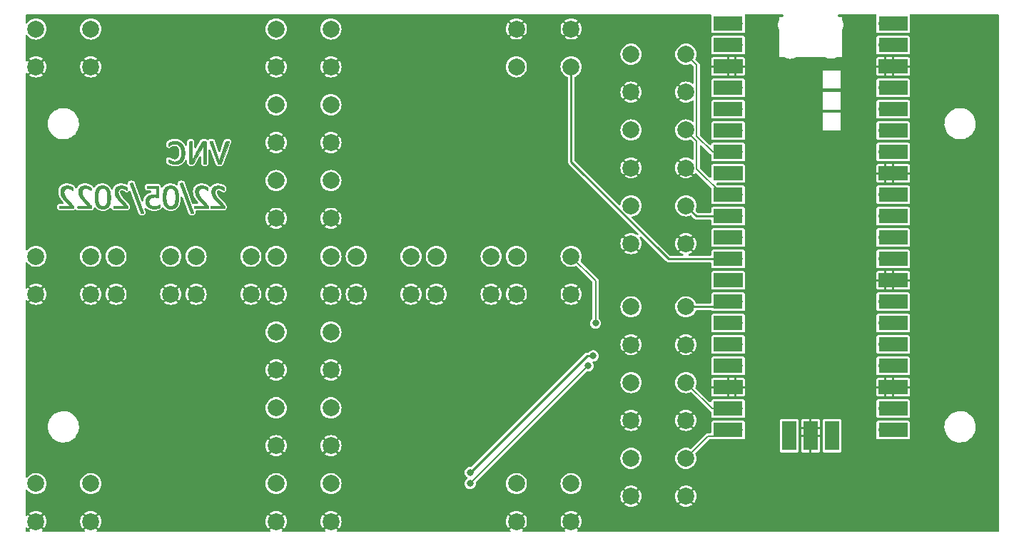
<source format=gbr>
%TF.GenerationSoftware,KiCad,Pcbnew,(6.0.4)*%
%TF.CreationDate,2022-05-22T21:51:38-03:00*%
%TF.ProjectId,G-Code_Keeb_tact,472d436f-6465-45f4-9b65-65625f746163,1*%
%TF.SameCoordinates,Original*%
%TF.FileFunction,Copper,L2,Bot*%
%TF.FilePolarity,Positive*%
%FSLAX46Y46*%
G04 Gerber Fmt 4.6, Leading zero omitted, Abs format (unit mm)*
G04 Created by KiCad (PCBNEW (6.0.4)) date 2022-05-22 21:51:38*
%MOMM*%
%LPD*%
G01*
G04 APERTURE LIST*
%TA.AperFunction,NonConductor*%
%ADD10C,0.001000*%
%TD*%
%TA.AperFunction,ComponentPad*%
%ADD11C,2.000000*%
%TD*%
%TA.AperFunction,SMDPad,CuDef*%
%ADD12R,3.500000X1.700000*%
%TD*%
%TA.AperFunction,ComponentPad*%
%ADD13O,1.700000X1.700000*%
%TD*%
%TA.AperFunction,ComponentPad*%
%ADD14R,1.700000X1.700000*%
%TD*%
%TA.AperFunction,SMDPad,CuDef*%
%ADD15R,1.700000X3.500000*%
%TD*%
%TA.AperFunction,ViaPad*%
%ADD16C,0.800000*%
%TD*%
%TA.AperFunction,Conductor*%
%ADD17C,0.200000*%
%TD*%
%TA.AperFunction,Conductor*%
%ADD18C,0.250000*%
%TD*%
G04 APERTURE END LIST*
D10*
G36*
X100308218Y-84385009D02*
G01*
X100301169Y-84448396D01*
X100297223Y-84479366D01*
X100292993Y-84509847D01*
X100288477Y-84539834D01*
X100283671Y-84569324D01*
X100271365Y-84631658D01*
X100257186Y-84691538D01*
X100241133Y-84748964D01*
X100232404Y-84776757D01*
X100223208Y-84803936D01*
X100213542Y-84830501D01*
X100203409Y-84856452D01*
X100192808Y-84881790D01*
X100181738Y-84906514D01*
X100170200Y-84930624D01*
X100158194Y-84954121D01*
X100145720Y-84977003D01*
X100132777Y-84999271D01*
X100119342Y-85020646D01*
X100105389Y-85041377D01*
X100090920Y-85061462D01*
X100075934Y-85080902D01*
X100060431Y-85099696D01*
X100044411Y-85117846D01*
X100027875Y-85135351D01*
X100010821Y-85152210D01*
X99993251Y-85168424D01*
X99975165Y-85183993D01*
X99956561Y-85198917D01*
X99937441Y-85213195D01*
X99917804Y-85226829D01*
X99897650Y-85239817D01*
X99876979Y-85252160D01*
X99855792Y-85263858D01*
X99833782Y-85274628D01*
X99811157Y-85284703D01*
X99787919Y-85294081D01*
X99764067Y-85302764D01*
X99739602Y-85310752D01*
X99714522Y-85318044D01*
X99688829Y-85324641D01*
X99662522Y-85330543D01*
X99635602Y-85335750D01*
X99608068Y-85340263D01*
X99579920Y-85344081D01*
X99551159Y-85347204D01*
X99521784Y-85349633D01*
X99491795Y-85351368D01*
X99461192Y-85352409D01*
X99429977Y-85352756D01*
X99396976Y-85352368D01*
X99364638Y-85351205D01*
X99332961Y-85349266D01*
X99301947Y-85346552D01*
X99271595Y-85343063D01*
X99241905Y-85338798D01*
X99212878Y-85333759D01*
X99184512Y-85327945D01*
X99156809Y-85321357D01*
X99129768Y-85313994D01*
X99103389Y-85305856D01*
X99077672Y-85296945D01*
X99052617Y-85287259D01*
X99028224Y-85276799D01*
X99004494Y-85265566D01*
X98981425Y-85253559D01*
X98958962Y-85240586D01*
X98937048Y-85226983D01*
X98915683Y-85212749D01*
X98894866Y-85197884D01*
X98874600Y-85182390D01*
X98854882Y-85166264D01*
X98835713Y-85149509D01*
X98817093Y-85132124D01*
X98799023Y-85114108D01*
X98781502Y-85095463D01*
X98764529Y-85076188D01*
X98748106Y-85056283D01*
X98732232Y-85035749D01*
X98716907Y-85014586D01*
X98702131Y-84992793D01*
X98687903Y-84970371D01*
X98673951Y-84947099D01*
X98660515Y-84923279D01*
X98647597Y-84898910D01*
X98635194Y-84873992D01*
X98623309Y-84848524D01*
X98611940Y-84822508D01*
X98601088Y-84795943D01*
X98590753Y-84768829D01*
X98580934Y-84741166D01*
X98571632Y-84712954D01*
X98562848Y-84684193D01*
X98554579Y-84654883D01*
X98546828Y-84625024D01*
X98539594Y-84594616D01*
X98532876Y-84563659D01*
X98526675Y-84532154D01*
X98521823Y-84506581D01*
X98517199Y-84480714D01*
X98512812Y-84454561D01*
X98508667Y-84428129D01*
X98504771Y-84401426D01*
X98501129Y-84374459D01*
X98497748Y-84347237D01*
X98494636Y-84319767D01*
X98853786Y-84319767D01*
X98856264Y-84348325D01*
X98859125Y-84376466D01*
X98862367Y-84404186D01*
X98865990Y-84431480D01*
X98869993Y-84458344D01*
X98874375Y-84484772D01*
X98879137Y-84510760D01*
X98884276Y-84536304D01*
X98890737Y-84565452D01*
X98897715Y-84593949D01*
X98905209Y-84621794D01*
X98913219Y-84648988D01*
X98921746Y-84675533D01*
X98930790Y-84701427D01*
X98940350Y-84726673D01*
X98950427Y-84751270D01*
X98955684Y-84763315D01*
X98961118Y-84775148D01*
X98966729Y-84786770D01*
X98972519Y-84798181D01*
X98978486Y-84809381D01*
X98984630Y-84820370D01*
X98990952Y-84831148D01*
X98997452Y-84841716D01*
X99004129Y-84852074D01*
X99010984Y-84862222D01*
X99018017Y-84872159D01*
X99025228Y-84881887D01*
X99032616Y-84891405D01*
X99040181Y-84900714D01*
X99047925Y-84909814D01*
X99055846Y-84918705D01*
X99063703Y-84927114D01*
X99071769Y-84935280D01*
X99080045Y-84943203D01*
X99088531Y-84950882D01*
X99097227Y-84958318D01*
X99106134Y-84965511D01*
X99115250Y-84972461D01*
X99124576Y-84979169D01*
X99134112Y-84985635D01*
X99143858Y-84991859D01*
X99153813Y-84997840D01*
X99163979Y-85003580D01*
X99174355Y-85009079D01*
X99184940Y-85014336D01*
X99195735Y-85019352D01*
X99206740Y-85024128D01*
X99217706Y-85028632D01*
X99228898Y-85032845D01*
X99240315Y-85036768D01*
X99251958Y-85040401D01*
X99263828Y-85043743D01*
X99275923Y-85046795D01*
X99288245Y-85049556D01*
X99300792Y-85052026D01*
X99313566Y-85054206D01*
X99326566Y-85056096D01*
X99339791Y-85057695D01*
X99353243Y-85059003D01*
X99366921Y-85060020D01*
X99380825Y-85060747D01*
X99394956Y-85061183D01*
X99409312Y-85061328D01*
X99427747Y-85061094D01*
X99445842Y-85060391D01*
X99463597Y-85059219D01*
X99481014Y-85057579D01*
X99498091Y-85055471D01*
X99514830Y-85052895D01*
X99531229Y-85049851D01*
X99547289Y-85046339D01*
X99563010Y-85042359D01*
X99578392Y-85037912D01*
X99593434Y-85032998D01*
X99608138Y-85027616D01*
X99622503Y-85021768D01*
X99636528Y-85015453D01*
X99650215Y-85008671D01*
X99663562Y-85001422D01*
X99676344Y-84993642D01*
X99688851Y-84985298D01*
X99701083Y-84976389D01*
X99713041Y-84966917D01*
X99724724Y-84956880D01*
X99736133Y-84946278D01*
X99747267Y-84935112D01*
X99758127Y-84923381D01*
X99768712Y-84911085D01*
X99779023Y-84898224D01*
X99789060Y-84884798D01*
X99798822Y-84870805D01*
X99808310Y-84856247D01*
X99817523Y-84841123D01*
X99826463Y-84825433D01*
X99835128Y-84809177D01*
X99843260Y-84792342D01*
X99851117Y-84774909D01*
X99858699Y-84756879D01*
X99866006Y-84738252D01*
X99873039Y-84719027D01*
X99879797Y-84699205D01*
X99886281Y-84678785D01*
X99892490Y-84657768D01*
X99898424Y-84636153D01*
X99904084Y-84613940D01*
X99914580Y-84567722D01*
X99923977Y-84519113D01*
X99932277Y-84468113D01*
X99937171Y-84432877D01*
X99941647Y-84396364D01*
X99945701Y-84358646D01*
X99949329Y-84319797D01*
X100314157Y-84319721D01*
X100314155Y-84319751D01*
X100314162Y-84319721D01*
X100308218Y-84385009D01*
G37*
X100308218Y-84385009D02*
X100301169Y-84448396D01*
X100297223Y-84479366D01*
X100292993Y-84509847D01*
X100288477Y-84539834D01*
X100283671Y-84569324D01*
X100271365Y-84631658D01*
X100257186Y-84691538D01*
X100241133Y-84748964D01*
X100232404Y-84776757D01*
X100223208Y-84803936D01*
X100213542Y-84830501D01*
X100203409Y-84856452D01*
X100192808Y-84881790D01*
X100181738Y-84906514D01*
X100170200Y-84930624D01*
X100158194Y-84954121D01*
X100145720Y-84977003D01*
X100132777Y-84999271D01*
X100119342Y-85020646D01*
X100105389Y-85041377D01*
X100090920Y-85061462D01*
X100075934Y-85080902D01*
X100060431Y-85099696D01*
X100044411Y-85117846D01*
X100027875Y-85135351D01*
X100010821Y-85152210D01*
X99993251Y-85168424D01*
X99975165Y-85183993D01*
X99956561Y-85198917D01*
X99937441Y-85213195D01*
X99917804Y-85226829D01*
X99897650Y-85239817D01*
X99876979Y-85252160D01*
X99855792Y-85263858D01*
X99833782Y-85274628D01*
X99811157Y-85284703D01*
X99787919Y-85294081D01*
X99764067Y-85302764D01*
X99739602Y-85310752D01*
X99714522Y-85318044D01*
X99688829Y-85324641D01*
X99662522Y-85330543D01*
X99635602Y-85335750D01*
X99608068Y-85340263D01*
X99579920Y-85344081D01*
X99551159Y-85347204D01*
X99521784Y-85349633D01*
X99491795Y-85351368D01*
X99461192Y-85352409D01*
X99429977Y-85352756D01*
X99396976Y-85352368D01*
X99364638Y-85351205D01*
X99332961Y-85349266D01*
X99301947Y-85346552D01*
X99271595Y-85343063D01*
X99241905Y-85338798D01*
X99212878Y-85333759D01*
X99184512Y-85327945D01*
X99156809Y-85321357D01*
X99129768Y-85313994D01*
X99103389Y-85305856D01*
X99077672Y-85296945D01*
X99052617Y-85287259D01*
X99028224Y-85276799D01*
X99004494Y-85265566D01*
X98981425Y-85253559D01*
X98958962Y-85240586D01*
X98937048Y-85226983D01*
X98915683Y-85212749D01*
X98894866Y-85197884D01*
X98874600Y-85182390D01*
X98854882Y-85166264D01*
X98835713Y-85149509D01*
X98817093Y-85132124D01*
X98799023Y-85114108D01*
X98781502Y-85095463D01*
X98764529Y-85076188D01*
X98748106Y-85056283D01*
X98732232Y-85035749D01*
X98716907Y-85014586D01*
X98702131Y-84992793D01*
X98687903Y-84970371D01*
X98673951Y-84947099D01*
X98660515Y-84923279D01*
X98647597Y-84898910D01*
X98635194Y-84873992D01*
X98623309Y-84848524D01*
X98611940Y-84822508D01*
X98601088Y-84795943D01*
X98590753Y-84768829D01*
X98580934Y-84741166D01*
X98571632Y-84712954D01*
X98562848Y-84684193D01*
X98554579Y-84654883D01*
X98546828Y-84625024D01*
X98539594Y-84594616D01*
X98532876Y-84563659D01*
X98526675Y-84532154D01*
X98521823Y-84506581D01*
X98517199Y-84480714D01*
X98512812Y-84454561D01*
X98508667Y-84428129D01*
X98504771Y-84401426D01*
X98501129Y-84374459D01*
X98497748Y-84347237D01*
X98494636Y-84319767D01*
X98853786Y-84319767D01*
X98856264Y-84348325D01*
X98859125Y-84376466D01*
X98862367Y-84404186D01*
X98865990Y-84431480D01*
X98869993Y-84458344D01*
X98874375Y-84484772D01*
X98879137Y-84510760D01*
X98884276Y-84536304D01*
X98890737Y-84565452D01*
X98897715Y-84593949D01*
X98905209Y-84621794D01*
X98913219Y-84648988D01*
X98921746Y-84675533D01*
X98930790Y-84701427D01*
X98940350Y-84726673D01*
X98950427Y-84751270D01*
X98955684Y-84763315D01*
X98961118Y-84775148D01*
X98966729Y-84786770D01*
X98972519Y-84798181D01*
X98978486Y-84809381D01*
X98984630Y-84820370D01*
X98990952Y-84831148D01*
X98997452Y-84841716D01*
X99004129Y-84852074D01*
X99010984Y-84862222D01*
X99018017Y-84872159D01*
X99025228Y-84881887D01*
X99032616Y-84891405D01*
X99040181Y-84900714D01*
X99047925Y-84909814D01*
X99055846Y-84918705D01*
X99063703Y-84927114D01*
X99071769Y-84935280D01*
X99080045Y-84943203D01*
X99088531Y-84950882D01*
X99097227Y-84958318D01*
X99106134Y-84965511D01*
X99115250Y-84972461D01*
X99124576Y-84979169D01*
X99134112Y-84985635D01*
X99143858Y-84991859D01*
X99153813Y-84997840D01*
X99163979Y-85003580D01*
X99174355Y-85009079D01*
X99184940Y-85014336D01*
X99195735Y-85019352D01*
X99206740Y-85024128D01*
X99217706Y-85028632D01*
X99228898Y-85032845D01*
X99240315Y-85036768D01*
X99251958Y-85040401D01*
X99263828Y-85043743D01*
X99275923Y-85046795D01*
X99288245Y-85049556D01*
X99300792Y-85052026D01*
X99313566Y-85054206D01*
X99326566Y-85056096D01*
X99339791Y-85057695D01*
X99353243Y-85059003D01*
X99366921Y-85060020D01*
X99380825Y-85060747D01*
X99394956Y-85061183D01*
X99409312Y-85061328D01*
X99427747Y-85061094D01*
X99445842Y-85060391D01*
X99463597Y-85059219D01*
X99481014Y-85057579D01*
X99498091Y-85055471D01*
X99514830Y-85052895D01*
X99531229Y-85049851D01*
X99547289Y-85046339D01*
X99563010Y-85042359D01*
X99578392Y-85037912D01*
X99593434Y-85032998D01*
X99608138Y-85027616D01*
X99622503Y-85021768D01*
X99636528Y-85015453D01*
X99650215Y-85008671D01*
X99663562Y-85001422D01*
X99676344Y-84993642D01*
X99688851Y-84985298D01*
X99701083Y-84976389D01*
X99713041Y-84966917D01*
X99724724Y-84956880D01*
X99736133Y-84946278D01*
X99747267Y-84935112D01*
X99758127Y-84923381D01*
X99768712Y-84911085D01*
X99779023Y-84898224D01*
X99789060Y-84884798D01*
X99798822Y-84870805D01*
X99808310Y-84856247D01*
X99817523Y-84841123D01*
X99826463Y-84825433D01*
X99835128Y-84809177D01*
X99843260Y-84792342D01*
X99851117Y-84774909D01*
X99858699Y-84756879D01*
X99866006Y-84738252D01*
X99873039Y-84719027D01*
X99879797Y-84699205D01*
X99886281Y-84678785D01*
X99892490Y-84657768D01*
X99898424Y-84636153D01*
X99904084Y-84613940D01*
X99914580Y-84567722D01*
X99923977Y-84519113D01*
X99932277Y-84468113D01*
X99937171Y-84432877D01*
X99941647Y-84396364D01*
X99945701Y-84358646D01*
X99949329Y-84319797D01*
X100314157Y-84319721D01*
X100314155Y-84319751D01*
X100314162Y-84319721D01*
X100308218Y-84385009D01*
G36*
X101636815Y-82600000D02*
G01*
X101666820Y-82601163D01*
X101696502Y-82603101D01*
X101725860Y-82605814D01*
X101754896Y-82609301D01*
X101783608Y-82613562D01*
X101811998Y-82618598D01*
X101840064Y-82624408D01*
X101867193Y-82630800D01*
X101893806Y-82637580D01*
X101919902Y-82644749D01*
X101945481Y-82652305D01*
X101970545Y-82660249D01*
X101995092Y-82668581D01*
X102019122Y-82677300D01*
X102042636Y-82686405D01*
X102064922Y-82695237D01*
X102086303Y-82704131D01*
X102106780Y-82713089D01*
X102126352Y-82722108D01*
X102145020Y-82731190D01*
X102162784Y-82740334D01*
X102179643Y-82749540D01*
X102195598Y-82758808D01*
X102210038Y-82767880D01*
X102223380Y-82776500D01*
X102235622Y-82784668D01*
X102246765Y-82792383D01*
X102256809Y-82799645D01*
X102265755Y-82806455D01*
X102273601Y-82812811D01*
X102277112Y-82815819D01*
X102280349Y-82818714D01*
X102283381Y-82821265D01*
X102286284Y-82823768D01*
X102289059Y-82826224D01*
X102291704Y-82828633D01*
X102294221Y-82830993D01*
X102296610Y-82833306D01*
X102298870Y-82835572D01*
X102301001Y-82837789D01*
X102303003Y-82839959D01*
X102304877Y-82842081D01*
X102306622Y-82844155D01*
X102308238Y-82846182D01*
X102309726Y-82848160D01*
X102311086Y-82850091D01*
X102312316Y-82851974D01*
X102313418Y-82853809D01*
X102315453Y-82857468D01*
X102317424Y-82861188D01*
X102319330Y-82864970D01*
X102321171Y-82868814D01*
X102322947Y-82872720D01*
X102324659Y-82876689D01*
X102326306Y-82880721D01*
X102327888Y-82884815D01*
X102328881Y-82889059D01*
X102329812Y-82893495D01*
X102330680Y-82898122D01*
X102331486Y-82902940D01*
X102332230Y-82907950D01*
X102332911Y-82913150D01*
X102333530Y-82918540D01*
X102334086Y-82924121D01*
X102334579Y-82929922D01*
X102335006Y-82935983D01*
X102335367Y-82942305D01*
X102335662Y-82948886D01*
X102336057Y-82962831D01*
X102336188Y-82977817D01*
X102336124Y-82988472D01*
X102335932Y-82998740D01*
X102335612Y-83008620D01*
X102335164Y-83018114D01*
X102334587Y-83027220D01*
X102333882Y-83035940D01*
X102333049Y-83044272D01*
X102332088Y-83052219D01*
X102331018Y-83059778D01*
X102329885Y-83066948D01*
X102328687Y-83073730D01*
X102327425Y-83080123D01*
X102326099Y-83086130D01*
X102324709Y-83091748D01*
X102323256Y-83096980D01*
X102321738Y-83101825D01*
X102320699Y-83104146D01*
X102319643Y-83106381D01*
X102318570Y-83108532D01*
X102317482Y-83110597D01*
X102316377Y-83112577D01*
X102315255Y-83114472D01*
X102314117Y-83116281D01*
X102312963Y-83118005D01*
X102311792Y-83119644D01*
X102310605Y-83121198D01*
X102309402Y-83122666D01*
X102308182Y-83124049D01*
X102306946Y-83125347D01*
X102305693Y-83126559D01*
X102304424Y-83127685D01*
X102303138Y-83128727D01*
X102301580Y-83129694D01*
X102300006Y-83130599D01*
X102298415Y-83131442D01*
X102296809Y-83132222D01*
X102295186Y-83132941D01*
X102293547Y-83133597D01*
X102291892Y-83134190D01*
X102290220Y-83134721D01*
X102288533Y-83135190D01*
X102286829Y-83135596D01*
X102285109Y-83135940D01*
X102283373Y-83136222D01*
X102281621Y-83136441D01*
X102279853Y-83136597D01*
X102278068Y-83136691D01*
X102276267Y-83136722D01*
X102273070Y-83136585D01*
X102269680Y-83136174D01*
X102266095Y-83135488D01*
X102262317Y-83134528D01*
X102258345Y-83133294D01*
X102254179Y-83131786D01*
X102249819Y-83130003D01*
X102245265Y-83127946D01*
X102240518Y-83125616D01*
X102235576Y-83123011D01*
X102230441Y-83120132D01*
X102225112Y-83116979D01*
X102219589Y-83113552D01*
X102213873Y-83109851D01*
X102207962Y-83105876D01*
X102201858Y-83101627D01*
X102188585Y-83092731D01*
X102174601Y-83083645D01*
X102159906Y-83074368D01*
X102144500Y-83064901D01*
X102128383Y-83055242D01*
X102111555Y-83045393D01*
X102094016Y-83035352D01*
X102075767Y-83025119D01*
X102056291Y-83014866D01*
X102036105Y-83004809D01*
X102015208Y-82994949D01*
X101993601Y-82985286D01*
X101971283Y-82975821D01*
X101948254Y-82966553D01*
X101924515Y-82957483D01*
X101900065Y-82948612D01*
X101887308Y-82944363D01*
X101874356Y-82940388D01*
X101847872Y-82933260D01*
X101820612Y-82927228D01*
X101792578Y-82922292D01*
X101763768Y-82918453D01*
X101734184Y-82915711D01*
X101703824Y-82914065D01*
X101672690Y-82913517D01*
X101659351Y-82913654D01*
X101646206Y-82914065D01*
X101633254Y-82914751D01*
X101620496Y-82915711D01*
X101607932Y-82916945D01*
X101595562Y-82918453D01*
X101583385Y-82920236D01*
X101571403Y-82922292D01*
X101559614Y-82924623D01*
X101548019Y-82927228D01*
X101536618Y-82930107D01*
X101525410Y-82933260D01*
X101514397Y-82936687D01*
X101503577Y-82940388D01*
X101492952Y-82944363D01*
X101482520Y-82948612D01*
X101472297Y-82953106D01*
X101462300Y-82957793D01*
X101452530Y-82962674D01*
X101442985Y-82967749D01*
X101433667Y-82973016D01*
X101424575Y-82978477D01*
X101415709Y-82984131D01*
X101407069Y-82989978D01*
X101398655Y-82996019D01*
X101390468Y-83002252D01*
X101382506Y-83008679D01*
X101374771Y-83015298D01*
X101367262Y-83022110D01*
X101359979Y-83029116D01*
X101352922Y-83036314D01*
X101346091Y-83043705D01*
X101339220Y-83051281D01*
X101332558Y-83059019D01*
X101326106Y-83066918D01*
X101319864Y-83074978D01*
X101313833Y-83083200D01*
X101308011Y-83091582D01*
X101302399Y-83100126D01*
X101296997Y-83108831D01*
X101291805Y-83117697D01*
X101286823Y-83126724D01*
X101282051Y-83135912D01*
X101277489Y-83145262D01*
X101273136Y-83154772D01*
X101268994Y-83164443D01*
X101265062Y-83174275D01*
X101261340Y-83184269D01*
X101257836Y-83194125D01*
X101254558Y-83204063D01*
X101251506Y-83214082D01*
X101248680Y-83224182D01*
X101246080Y-83234364D01*
X101243707Y-83244626D01*
X101241559Y-83254969D01*
X101239637Y-83265394D01*
X101237941Y-83275899D01*
X101236472Y-83286486D01*
X101235228Y-83297153D01*
X101234211Y-83307901D01*
X101233419Y-83318730D01*
X101232854Y-83329640D01*
X101232402Y-83351703D01*
X101232693Y-83374116D01*
X101233564Y-83396918D01*
X101235017Y-83420109D01*
X101237052Y-83443687D01*
X101239667Y-83467653D01*
X101242864Y-83492006D01*
X101246643Y-83516747D01*
X101251002Y-83541874D01*
X101256300Y-83567549D01*
X101262890Y-83593936D01*
X101270771Y-83621033D01*
X101279944Y-83648841D01*
X101290408Y-83677361D01*
X101302164Y-83706591D01*
X101315212Y-83736533D01*
X101329551Y-83767185D01*
X101344828Y-83798612D01*
X101361720Y-83830877D01*
X101380227Y-83863982D01*
X101400349Y-83897926D01*
X101422086Y-83932710D01*
X101445438Y-83968333D01*
X101470404Y-84004797D01*
X101496986Y-84042102D01*
X101524988Y-84080441D01*
X101555251Y-84120006D01*
X101587775Y-84160797D01*
X101622559Y-84202816D01*
X101659604Y-84246061D01*
X101698910Y-84290535D01*
X101740477Y-84336237D01*
X101784305Y-84383167D01*
X102303138Y-84933002D01*
X102309209Y-84939693D01*
X102315021Y-84946320D01*
X102320576Y-84952881D01*
X102325872Y-84959377D01*
X102330910Y-84965807D01*
X102335691Y-84972171D01*
X102340213Y-84978468D01*
X102344478Y-84984699D01*
X102348024Y-84990408D01*
X102351443Y-84996183D01*
X102354734Y-85002023D01*
X102357896Y-85007928D01*
X102360931Y-85013899D01*
X102363838Y-85019934D01*
X102366618Y-85026035D01*
X102369269Y-85032199D01*
X102371764Y-85038000D01*
X102374062Y-85044061D01*
X102376164Y-85050383D01*
X102378070Y-85056964D01*
X102379781Y-85063807D01*
X102381296Y-85070909D01*
X102382615Y-85078272D01*
X102383739Y-85085895D01*
X102384658Y-85102083D01*
X102385315Y-85119545D01*
X102385709Y-85138282D01*
X102385840Y-85158298D01*
X102385744Y-85169447D01*
X102385453Y-85180142D01*
X102384968Y-85190385D01*
X102384290Y-85200174D01*
X102383419Y-85209511D01*
X102382353Y-85218395D01*
X102381094Y-85226826D01*
X102379642Y-85234806D01*
X102378585Y-85238625D01*
X102377479Y-85242332D01*
X102376325Y-85245924D01*
X102375123Y-85249403D01*
X102373872Y-85252768D01*
X102372572Y-85256020D01*
X102371224Y-85259159D01*
X102369828Y-85262184D01*
X102368383Y-85265095D01*
X102366889Y-85267894D01*
X102365348Y-85270579D01*
X102363757Y-85273151D01*
X102362118Y-85275609D01*
X102360431Y-85277955D01*
X102358694Y-85280187D01*
X102356910Y-85282306D01*
X102354825Y-85284372D01*
X102352709Y-85286369D01*
X102350560Y-85288297D01*
X102348379Y-85290157D01*
X102346166Y-85291947D01*
X102343921Y-85293669D01*
X102341643Y-85295323D01*
X102339334Y-85296907D01*
X102336993Y-85298423D01*
X102334619Y-85299869D01*
X102332213Y-85301247D01*
X102329775Y-85302556D01*
X102327305Y-85303796D01*
X102324802Y-85304967D01*
X102322268Y-85306069D01*
X102319701Y-85307102D01*
X102313921Y-85308507D01*
X102307947Y-85309725D01*
X102301779Y-85310756D01*
X102295417Y-85311599D01*
X102288861Y-85312255D01*
X102282112Y-85312724D01*
X102275168Y-85313005D01*
X102268031Y-85313099D01*
X100790084Y-85313099D01*
X100787775Y-85313067D01*
X100785498Y-85312973D01*
X100783254Y-85312817D01*
X100781042Y-85312598D01*
X100778862Y-85312317D01*
X100776714Y-85311973D01*
X100774599Y-85311566D01*
X100772516Y-85311098D01*
X100770466Y-85310567D01*
X100768447Y-85309973D01*
X100766461Y-85309317D01*
X100764507Y-85308599D01*
X100762586Y-85307818D01*
X100760697Y-85306975D01*
X100758839Y-85306070D01*
X100757014Y-85305103D01*
X100754985Y-85303783D01*
X100753020Y-85302398D01*
X100751118Y-85300949D01*
X100749281Y-85299435D01*
X100747508Y-85297856D01*
X100745798Y-85296212D01*
X100744153Y-85294503D01*
X100742571Y-85292730D01*
X100741054Y-85290891D01*
X100739601Y-85288988D01*
X100738211Y-85287020D01*
X100736885Y-85284986D01*
X100735624Y-85282888D01*
X100734426Y-85280725D01*
X100733292Y-85278496D01*
X100732223Y-85276203D01*
X100729729Y-85270897D01*
X100727430Y-85265336D01*
X100725328Y-85259520D01*
X100723422Y-85253448D01*
X100721711Y-85247120D01*
X100720196Y-85240536D01*
X100718877Y-85233695D01*
X100717753Y-85226596D01*
X100716301Y-85219240D01*
X100715042Y-85211625D01*
X100713977Y-85203750D01*
X100713105Y-85195617D01*
X100712427Y-85187225D01*
X100711942Y-85178574D01*
X100711652Y-85169664D01*
X100711555Y-85160495D01*
X100711452Y-85160678D01*
X100711549Y-85151540D01*
X100711839Y-85142723D01*
X100712324Y-85134227D01*
X100713002Y-85126052D01*
X100713874Y-85118200D01*
X100714939Y-85110669D01*
X100716198Y-85103461D01*
X100717650Y-85096576D01*
X100718199Y-85093003D01*
X100718813Y-85089511D01*
X100719491Y-85086099D01*
X100720233Y-85082769D01*
X100721041Y-85079518D01*
X100721913Y-85076349D01*
X100722849Y-85073260D01*
X100723851Y-85070251D01*
X100724917Y-85067323D01*
X100726048Y-85064475D01*
X100727243Y-85061708D01*
X100728503Y-85059021D01*
X100729828Y-85056414D01*
X100731218Y-85053888D01*
X100732672Y-85051442D01*
X100734191Y-85049076D01*
X100735506Y-85046755D01*
X100736870Y-85044520D01*
X100738283Y-85042369D01*
X100739744Y-85040304D01*
X100741253Y-85038324D01*
X100742811Y-85036429D01*
X100744418Y-85034620D01*
X100746073Y-85032896D01*
X100747777Y-85031257D01*
X100749529Y-85029703D01*
X100751330Y-85028235D01*
X100753179Y-85026852D01*
X100755077Y-85025554D01*
X100757023Y-85024342D01*
X100759018Y-85023216D01*
X100761062Y-85022174D01*
X100762877Y-85020927D01*
X100764709Y-85019760D01*
X100766557Y-85018674D01*
X100768421Y-85017668D01*
X100770302Y-85016743D01*
X100772198Y-85015898D01*
X100774111Y-85015134D01*
X100776040Y-85014450D01*
X100777986Y-85013846D01*
X100779947Y-85013323D01*
X100781925Y-85012881D01*
X100783920Y-85012518D01*
X100785930Y-85012237D01*
X100787957Y-85012036D01*
X100790000Y-85011915D01*
X100792060Y-85011875D01*
X101955813Y-85011875D01*
X101532069Y-84569522D01*
X101476128Y-84511486D01*
X101423030Y-84455193D01*
X101372774Y-84400644D01*
X101325360Y-84347839D01*
X101280789Y-84296778D01*
X101239060Y-84247460D01*
X101200174Y-84199886D01*
X101164130Y-84154056D01*
X101130541Y-84109127D01*
X101099019Y-84065296D01*
X101069564Y-84022564D01*
X101042176Y-83980930D01*
X101016855Y-83940395D01*
X100993600Y-83900959D01*
X100972413Y-83862621D01*
X100953292Y-83825382D01*
X100935496Y-83788528D01*
X100919314Y-83752385D01*
X100904748Y-83716955D01*
X100891797Y-83682235D01*
X100880461Y-83648227D01*
X100870740Y-83614929D01*
X100862634Y-83582342D01*
X100859187Y-83566314D01*
X100856143Y-83550464D01*
X100850815Y-83518426D01*
X100846197Y-83486386D01*
X100842290Y-83454346D01*
X100839094Y-83422306D01*
X100836608Y-83390265D01*
X100834832Y-83358225D01*
X100833766Y-83326185D01*
X100833411Y-83294147D01*
X100833597Y-83276382D01*
X100834154Y-83258746D01*
X100835083Y-83241240D01*
X100836382Y-83223863D01*
X100838054Y-83206615D01*
X100840096Y-83189497D01*
X100842511Y-83172508D01*
X100845296Y-83155649D01*
X100848453Y-83138918D01*
X100851981Y-83122317D01*
X100855881Y-83105846D01*
X100860152Y-83089503D01*
X100864794Y-83073290D01*
X100869808Y-83057206D01*
X100875193Y-83041250D01*
X100880950Y-83025425D01*
X100887087Y-83009784D01*
X100893611Y-82994387D01*
X100900523Y-82979231D01*
X100907823Y-82964318D01*
X100915510Y-82949648D01*
X100923585Y-82935219D01*
X100932047Y-82921033D01*
X100940897Y-82907089D01*
X100950134Y-82893387D01*
X100959759Y-82879927D01*
X100969771Y-82866709D01*
X100980171Y-82853733D01*
X100990958Y-82840999D01*
X101002133Y-82828507D01*
X101013695Y-82816257D01*
X101025645Y-82804248D01*
X101037733Y-82792517D01*
X101050223Y-82781110D01*
X101063118Y-82770027D01*
X101076416Y-82759267D01*
X101090118Y-82748832D01*
X101104224Y-82738720D01*
X101118734Y-82728932D01*
X101133647Y-82719469D01*
X101148964Y-82710329D01*
X101164685Y-82701513D01*
X101180809Y-82693020D01*
X101197338Y-82684851D01*
X101214270Y-82677007D01*
X101231606Y-82669485D01*
X101249346Y-82662288D01*
X101267490Y-82655414D01*
X101285770Y-82648657D01*
X101304438Y-82642336D01*
X101323494Y-82636450D01*
X101342937Y-82631001D01*
X101362768Y-82625988D01*
X101382986Y-82621410D01*
X101403592Y-82617269D01*
X101424585Y-82613563D01*
X101445967Y-82610294D01*
X101467735Y-82607460D01*
X101512435Y-82603100D01*
X101558686Y-82600485D01*
X101606486Y-82599613D01*
X101636815Y-82600000D01*
G37*
X101636815Y-82600000D02*
X101666820Y-82601163D01*
X101696502Y-82603101D01*
X101725860Y-82605814D01*
X101754896Y-82609301D01*
X101783608Y-82613562D01*
X101811998Y-82618598D01*
X101840064Y-82624408D01*
X101867193Y-82630800D01*
X101893806Y-82637580D01*
X101919902Y-82644749D01*
X101945481Y-82652305D01*
X101970545Y-82660249D01*
X101995092Y-82668581D01*
X102019122Y-82677300D01*
X102042636Y-82686405D01*
X102064922Y-82695237D01*
X102086303Y-82704131D01*
X102106780Y-82713089D01*
X102126352Y-82722108D01*
X102145020Y-82731190D01*
X102162784Y-82740334D01*
X102179643Y-82749540D01*
X102195598Y-82758808D01*
X102210038Y-82767880D01*
X102223380Y-82776500D01*
X102235622Y-82784668D01*
X102246765Y-82792383D01*
X102256809Y-82799645D01*
X102265755Y-82806455D01*
X102273601Y-82812811D01*
X102277112Y-82815819D01*
X102280349Y-82818714D01*
X102283381Y-82821265D01*
X102286284Y-82823768D01*
X102289059Y-82826224D01*
X102291704Y-82828633D01*
X102294221Y-82830993D01*
X102296610Y-82833306D01*
X102298870Y-82835572D01*
X102301001Y-82837789D01*
X102303003Y-82839959D01*
X102304877Y-82842081D01*
X102306622Y-82844155D01*
X102308238Y-82846182D01*
X102309726Y-82848160D01*
X102311086Y-82850091D01*
X102312316Y-82851974D01*
X102313418Y-82853809D01*
X102315453Y-82857468D01*
X102317424Y-82861188D01*
X102319330Y-82864970D01*
X102321171Y-82868814D01*
X102322947Y-82872720D01*
X102324659Y-82876689D01*
X102326306Y-82880721D01*
X102327888Y-82884815D01*
X102328881Y-82889059D01*
X102329812Y-82893495D01*
X102330680Y-82898122D01*
X102331486Y-82902940D01*
X102332230Y-82907950D01*
X102332911Y-82913150D01*
X102333530Y-82918540D01*
X102334086Y-82924121D01*
X102334579Y-82929922D01*
X102335006Y-82935983D01*
X102335367Y-82942305D01*
X102335662Y-82948886D01*
X102336057Y-82962831D01*
X102336188Y-82977817D01*
X102336124Y-82988472D01*
X102335932Y-82998740D01*
X102335612Y-83008620D01*
X102335164Y-83018114D01*
X102334587Y-83027220D01*
X102333882Y-83035940D01*
X102333049Y-83044272D01*
X102332088Y-83052219D01*
X102331018Y-83059778D01*
X102329885Y-83066948D01*
X102328687Y-83073730D01*
X102327425Y-83080123D01*
X102326099Y-83086130D01*
X102324709Y-83091748D01*
X102323256Y-83096980D01*
X102321738Y-83101825D01*
X102320699Y-83104146D01*
X102319643Y-83106381D01*
X102318570Y-83108532D01*
X102317482Y-83110597D01*
X102316377Y-83112577D01*
X102315255Y-83114472D01*
X102314117Y-83116281D01*
X102312963Y-83118005D01*
X102311792Y-83119644D01*
X102310605Y-83121198D01*
X102309402Y-83122666D01*
X102308182Y-83124049D01*
X102306946Y-83125347D01*
X102305693Y-83126559D01*
X102304424Y-83127685D01*
X102303138Y-83128727D01*
X102301580Y-83129694D01*
X102300006Y-83130599D01*
X102298415Y-83131442D01*
X102296809Y-83132222D01*
X102295186Y-83132941D01*
X102293547Y-83133597D01*
X102291892Y-83134190D01*
X102290220Y-83134721D01*
X102288533Y-83135190D01*
X102286829Y-83135596D01*
X102285109Y-83135940D01*
X102283373Y-83136222D01*
X102281621Y-83136441D01*
X102279853Y-83136597D01*
X102278068Y-83136691D01*
X102276267Y-83136722D01*
X102273070Y-83136585D01*
X102269680Y-83136174D01*
X102266095Y-83135488D01*
X102262317Y-83134528D01*
X102258345Y-83133294D01*
X102254179Y-83131786D01*
X102249819Y-83130003D01*
X102245265Y-83127946D01*
X102240518Y-83125616D01*
X102235576Y-83123011D01*
X102230441Y-83120132D01*
X102225112Y-83116979D01*
X102219589Y-83113552D01*
X102213873Y-83109851D01*
X102207962Y-83105876D01*
X102201858Y-83101627D01*
X102188585Y-83092731D01*
X102174601Y-83083645D01*
X102159906Y-83074368D01*
X102144500Y-83064901D01*
X102128383Y-83055242D01*
X102111555Y-83045393D01*
X102094016Y-83035352D01*
X102075767Y-83025119D01*
X102056291Y-83014866D01*
X102036105Y-83004809D01*
X102015208Y-82994949D01*
X101993601Y-82985286D01*
X101971283Y-82975821D01*
X101948254Y-82966553D01*
X101924515Y-82957483D01*
X101900065Y-82948612D01*
X101887308Y-82944363D01*
X101874356Y-82940388D01*
X101847872Y-82933260D01*
X101820612Y-82927228D01*
X101792578Y-82922292D01*
X101763768Y-82918453D01*
X101734184Y-82915711D01*
X101703824Y-82914065D01*
X101672690Y-82913517D01*
X101659351Y-82913654D01*
X101646206Y-82914065D01*
X101633254Y-82914751D01*
X101620496Y-82915711D01*
X101607932Y-82916945D01*
X101595562Y-82918453D01*
X101583385Y-82920236D01*
X101571403Y-82922292D01*
X101559614Y-82924623D01*
X101548019Y-82927228D01*
X101536618Y-82930107D01*
X101525410Y-82933260D01*
X101514397Y-82936687D01*
X101503577Y-82940388D01*
X101492952Y-82944363D01*
X101482520Y-82948612D01*
X101472297Y-82953106D01*
X101462300Y-82957793D01*
X101452530Y-82962674D01*
X101442985Y-82967749D01*
X101433667Y-82973016D01*
X101424575Y-82978477D01*
X101415709Y-82984131D01*
X101407069Y-82989978D01*
X101398655Y-82996019D01*
X101390468Y-83002252D01*
X101382506Y-83008679D01*
X101374771Y-83015298D01*
X101367262Y-83022110D01*
X101359979Y-83029116D01*
X101352922Y-83036314D01*
X101346091Y-83043705D01*
X101339220Y-83051281D01*
X101332558Y-83059019D01*
X101326106Y-83066918D01*
X101319864Y-83074978D01*
X101313833Y-83083200D01*
X101308011Y-83091582D01*
X101302399Y-83100126D01*
X101296997Y-83108831D01*
X101291805Y-83117697D01*
X101286823Y-83126724D01*
X101282051Y-83135912D01*
X101277489Y-83145262D01*
X101273136Y-83154772D01*
X101268994Y-83164443D01*
X101265062Y-83174275D01*
X101261340Y-83184269D01*
X101257836Y-83194125D01*
X101254558Y-83204063D01*
X101251506Y-83214082D01*
X101248680Y-83224182D01*
X101246080Y-83234364D01*
X101243707Y-83244626D01*
X101241559Y-83254969D01*
X101239637Y-83265394D01*
X101237941Y-83275899D01*
X101236472Y-83286486D01*
X101235228Y-83297153D01*
X101234211Y-83307901D01*
X101233419Y-83318730D01*
X101232854Y-83329640D01*
X101232402Y-83351703D01*
X101232693Y-83374116D01*
X101233564Y-83396918D01*
X101235017Y-83420109D01*
X101237052Y-83443687D01*
X101239667Y-83467653D01*
X101242864Y-83492006D01*
X101246643Y-83516747D01*
X101251002Y-83541874D01*
X101256300Y-83567549D01*
X101262890Y-83593936D01*
X101270771Y-83621033D01*
X101279944Y-83648841D01*
X101290408Y-83677361D01*
X101302164Y-83706591D01*
X101315212Y-83736533D01*
X101329551Y-83767185D01*
X101344828Y-83798612D01*
X101361720Y-83830877D01*
X101380227Y-83863982D01*
X101400349Y-83897926D01*
X101422086Y-83932710D01*
X101445438Y-83968333D01*
X101470404Y-84004797D01*
X101496986Y-84042102D01*
X101524988Y-84080441D01*
X101555251Y-84120006D01*
X101587775Y-84160797D01*
X101622559Y-84202816D01*
X101659604Y-84246061D01*
X101698910Y-84290535D01*
X101740477Y-84336237D01*
X101784305Y-84383167D01*
X102303138Y-84933002D01*
X102309209Y-84939693D01*
X102315021Y-84946320D01*
X102320576Y-84952881D01*
X102325872Y-84959377D01*
X102330910Y-84965807D01*
X102335691Y-84972171D01*
X102340213Y-84978468D01*
X102344478Y-84984699D01*
X102348024Y-84990408D01*
X102351443Y-84996183D01*
X102354734Y-85002023D01*
X102357896Y-85007928D01*
X102360931Y-85013899D01*
X102363838Y-85019934D01*
X102366618Y-85026035D01*
X102369269Y-85032199D01*
X102371764Y-85038000D01*
X102374062Y-85044061D01*
X102376164Y-85050383D01*
X102378070Y-85056964D01*
X102379781Y-85063807D01*
X102381296Y-85070909D01*
X102382615Y-85078272D01*
X102383739Y-85085895D01*
X102384658Y-85102083D01*
X102385315Y-85119545D01*
X102385709Y-85138282D01*
X102385840Y-85158298D01*
X102385744Y-85169447D01*
X102385453Y-85180142D01*
X102384968Y-85190385D01*
X102384290Y-85200174D01*
X102383419Y-85209511D01*
X102382353Y-85218395D01*
X102381094Y-85226826D01*
X102379642Y-85234806D01*
X102378585Y-85238625D01*
X102377479Y-85242332D01*
X102376325Y-85245924D01*
X102375123Y-85249403D01*
X102373872Y-85252768D01*
X102372572Y-85256020D01*
X102371224Y-85259159D01*
X102369828Y-85262184D01*
X102368383Y-85265095D01*
X102366889Y-85267894D01*
X102365348Y-85270579D01*
X102363757Y-85273151D01*
X102362118Y-85275609D01*
X102360431Y-85277955D01*
X102358694Y-85280187D01*
X102356910Y-85282306D01*
X102354825Y-85284372D01*
X102352709Y-85286369D01*
X102350560Y-85288297D01*
X102348379Y-85290157D01*
X102346166Y-85291947D01*
X102343921Y-85293669D01*
X102341643Y-85295323D01*
X102339334Y-85296907D01*
X102336993Y-85298423D01*
X102334619Y-85299869D01*
X102332213Y-85301247D01*
X102329775Y-85302556D01*
X102327305Y-85303796D01*
X102324802Y-85304967D01*
X102322268Y-85306069D01*
X102319701Y-85307102D01*
X102313921Y-85308507D01*
X102307947Y-85309725D01*
X102301779Y-85310756D01*
X102295417Y-85311599D01*
X102288861Y-85312255D01*
X102282112Y-85312724D01*
X102275168Y-85313005D01*
X102268031Y-85313099D01*
X100790084Y-85313099D01*
X100787775Y-85313067D01*
X100785498Y-85312973D01*
X100783254Y-85312817D01*
X100781042Y-85312598D01*
X100778862Y-85312317D01*
X100776714Y-85311973D01*
X100774599Y-85311566D01*
X100772516Y-85311098D01*
X100770466Y-85310567D01*
X100768447Y-85309973D01*
X100766461Y-85309317D01*
X100764507Y-85308599D01*
X100762586Y-85307818D01*
X100760697Y-85306975D01*
X100758839Y-85306070D01*
X100757014Y-85305103D01*
X100754985Y-85303783D01*
X100753020Y-85302398D01*
X100751118Y-85300949D01*
X100749281Y-85299435D01*
X100747508Y-85297856D01*
X100745798Y-85296212D01*
X100744153Y-85294503D01*
X100742571Y-85292730D01*
X100741054Y-85290891D01*
X100739601Y-85288988D01*
X100738211Y-85287020D01*
X100736885Y-85284986D01*
X100735624Y-85282888D01*
X100734426Y-85280725D01*
X100733292Y-85278496D01*
X100732223Y-85276203D01*
X100729729Y-85270897D01*
X100727430Y-85265336D01*
X100725328Y-85259520D01*
X100723422Y-85253448D01*
X100721711Y-85247120D01*
X100720196Y-85240536D01*
X100718877Y-85233695D01*
X100717753Y-85226596D01*
X100716301Y-85219240D01*
X100715042Y-85211625D01*
X100713977Y-85203750D01*
X100713105Y-85195617D01*
X100712427Y-85187225D01*
X100711942Y-85178574D01*
X100711652Y-85169664D01*
X100711555Y-85160495D01*
X100711452Y-85160678D01*
X100711549Y-85151540D01*
X100711839Y-85142723D01*
X100712324Y-85134227D01*
X100713002Y-85126052D01*
X100713874Y-85118200D01*
X100714939Y-85110669D01*
X100716198Y-85103461D01*
X100717650Y-85096576D01*
X100718199Y-85093003D01*
X100718813Y-85089511D01*
X100719491Y-85086099D01*
X100720233Y-85082769D01*
X100721041Y-85079518D01*
X100721913Y-85076349D01*
X100722849Y-85073260D01*
X100723851Y-85070251D01*
X100724917Y-85067323D01*
X100726048Y-85064475D01*
X100727243Y-85061708D01*
X100728503Y-85059021D01*
X100729828Y-85056414D01*
X100731218Y-85053888D01*
X100732672Y-85051442D01*
X100734191Y-85049076D01*
X100735506Y-85046755D01*
X100736870Y-85044520D01*
X100738283Y-85042369D01*
X100739744Y-85040304D01*
X100741253Y-85038324D01*
X100742811Y-85036429D01*
X100744418Y-85034620D01*
X100746073Y-85032896D01*
X100747777Y-85031257D01*
X100749529Y-85029703D01*
X100751330Y-85028235D01*
X100753179Y-85026852D01*
X100755077Y-85025554D01*
X100757023Y-85024342D01*
X100759018Y-85023216D01*
X100761062Y-85022174D01*
X100762877Y-85020927D01*
X100764709Y-85019760D01*
X100766557Y-85018674D01*
X100768421Y-85017668D01*
X100770302Y-85016743D01*
X100772198Y-85015898D01*
X100774111Y-85015134D01*
X100776040Y-85014450D01*
X100777986Y-85013846D01*
X100779947Y-85013323D01*
X100781925Y-85012881D01*
X100783920Y-85012518D01*
X100785930Y-85012237D01*
X100787957Y-85012036D01*
X100790000Y-85011915D01*
X100792060Y-85011875D01*
X101955813Y-85011875D01*
X101532069Y-84569522D01*
X101476128Y-84511486D01*
X101423030Y-84455193D01*
X101372774Y-84400644D01*
X101325360Y-84347839D01*
X101280789Y-84296778D01*
X101239060Y-84247460D01*
X101200174Y-84199886D01*
X101164130Y-84154056D01*
X101130541Y-84109127D01*
X101099019Y-84065296D01*
X101069564Y-84022564D01*
X101042176Y-83980930D01*
X101016855Y-83940395D01*
X100993600Y-83900959D01*
X100972413Y-83862621D01*
X100953292Y-83825382D01*
X100935496Y-83788528D01*
X100919314Y-83752385D01*
X100904748Y-83716955D01*
X100891797Y-83682235D01*
X100880461Y-83648227D01*
X100870740Y-83614929D01*
X100862634Y-83582342D01*
X100859187Y-83566314D01*
X100856143Y-83550464D01*
X100850815Y-83518426D01*
X100846197Y-83486386D01*
X100842290Y-83454346D01*
X100839094Y-83422306D01*
X100836608Y-83390265D01*
X100834832Y-83358225D01*
X100833766Y-83326185D01*
X100833411Y-83294147D01*
X100833597Y-83276382D01*
X100834154Y-83258746D01*
X100835083Y-83241240D01*
X100836382Y-83223863D01*
X100838054Y-83206615D01*
X100840096Y-83189497D01*
X100842511Y-83172508D01*
X100845296Y-83155649D01*
X100848453Y-83138918D01*
X100851981Y-83122317D01*
X100855881Y-83105846D01*
X100860152Y-83089503D01*
X100864794Y-83073290D01*
X100869808Y-83057206D01*
X100875193Y-83041250D01*
X100880950Y-83025425D01*
X100887087Y-83009784D01*
X100893611Y-82994387D01*
X100900523Y-82979231D01*
X100907823Y-82964318D01*
X100915510Y-82949648D01*
X100923585Y-82935219D01*
X100932047Y-82921033D01*
X100940897Y-82907089D01*
X100950134Y-82893387D01*
X100959759Y-82879927D01*
X100969771Y-82866709D01*
X100980171Y-82853733D01*
X100990958Y-82840999D01*
X101002133Y-82828507D01*
X101013695Y-82816257D01*
X101025645Y-82804248D01*
X101037733Y-82792517D01*
X101050223Y-82781110D01*
X101063118Y-82770027D01*
X101076416Y-82759267D01*
X101090118Y-82748832D01*
X101104224Y-82738720D01*
X101118734Y-82728932D01*
X101133647Y-82719469D01*
X101148964Y-82710329D01*
X101164685Y-82701513D01*
X101180809Y-82693020D01*
X101197338Y-82684851D01*
X101214270Y-82677007D01*
X101231606Y-82669485D01*
X101249346Y-82662288D01*
X101267490Y-82655414D01*
X101285770Y-82648657D01*
X101304438Y-82642336D01*
X101323494Y-82636450D01*
X101342937Y-82631001D01*
X101362768Y-82625988D01*
X101382986Y-82621410D01*
X101403592Y-82617269D01*
X101424585Y-82613563D01*
X101445967Y-82610294D01*
X101467735Y-82607460D01*
X101512435Y-82603100D01*
X101558686Y-82600485D01*
X101606486Y-82599613D01*
X101636815Y-82600000D01*
G36*
X111187899Y-82595915D02*
G01*
X111217903Y-82597078D01*
X111247585Y-82599016D01*
X111276943Y-82601729D01*
X111305979Y-82605217D01*
X111334692Y-82609481D01*
X111363082Y-82614519D01*
X111391149Y-82620333D01*
X111418278Y-82626728D01*
X111444891Y-82633510D01*
X111470988Y-82640681D01*
X111496567Y-82648238D01*
X111521631Y-82656184D01*
X111546177Y-82664517D01*
X111570207Y-82673237D01*
X111593721Y-82682345D01*
X111616006Y-82691162D01*
X111637388Y-82700044D01*
X111657864Y-82708991D01*
X111677437Y-82718002D01*
X111696105Y-82727078D01*
X111713868Y-82736218D01*
X111730728Y-82745423D01*
X111746682Y-82754692D01*
X111761120Y-82763768D01*
X111774460Y-82772391D01*
X111786702Y-82780563D01*
X111797844Y-82788282D01*
X111807889Y-82795549D01*
X111816835Y-82802364D01*
X111824682Y-82808727D01*
X111828194Y-82811738D01*
X111831431Y-82814637D01*
X111834463Y-82817197D01*
X111837366Y-82819708D01*
X111840141Y-82822171D01*
X111842786Y-82824585D01*
X111845304Y-82826951D01*
X111847692Y-82829268D01*
X111849952Y-82831537D01*
X111852083Y-82833758D01*
X111854086Y-82835930D01*
X111855960Y-82838053D01*
X111857705Y-82840129D01*
X111859322Y-82842155D01*
X111860810Y-82844133D01*
X111862169Y-82846063D01*
X111863399Y-82847944D01*
X111864501Y-82849777D01*
X111866536Y-82853427D01*
X111868506Y-82857141D01*
X111870412Y-82860920D01*
X111872253Y-82864764D01*
X111874029Y-82868672D01*
X111875741Y-82872644D01*
X111877388Y-82876681D01*
X111878970Y-82880783D01*
X111879964Y-82885014D01*
X111880895Y-82889439D01*
X111881764Y-82894057D01*
X111882571Y-82898870D01*
X111883314Y-82903876D01*
X111883996Y-82909076D01*
X111884615Y-82914470D01*
X111885171Y-82920057D01*
X111885663Y-82925871D01*
X111886090Y-82931943D01*
X111886451Y-82938273D01*
X111886746Y-82944862D01*
X111887140Y-82958814D01*
X111887271Y-82973800D01*
X111887207Y-82984459D01*
X111887015Y-82994729D01*
X111886694Y-83004612D01*
X111886246Y-83014108D01*
X111885669Y-83023216D01*
X111884964Y-83031936D01*
X111884131Y-83040269D01*
X111883170Y-83048214D01*
X111882106Y-83055772D01*
X111880976Y-83062942D01*
X111879782Y-83069724D01*
X111878523Y-83076119D01*
X111877199Y-83082126D01*
X111875811Y-83087746D01*
X111874358Y-83092979D01*
X111872840Y-83097823D01*
X111871799Y-83100108D01*
X111870743Y-83102312D01*
X111869669Y-83104436D01*
X111868580Y-83106479D01*
X111867474Y-83108441D01*
X111866352Y-83110322D01*
X111865214Y-83112123D01*
X111864060Y-83113842D01*
X111862889Y-83115482D01*
X111861702Y-83117040D01*
X111860499Y-83118518D01*
X111859280Y-83119915D01*
X111858044Y-83121231D01*
X111856792Y-83122466D01*
X111855524Y-83123621D01*
X111854240Y-83124695D01*
X111852681Y-83125697D01*
X111851107Y-83126634D01*
X111849516Y-83127506D01*
X111847909Y-83128313D01*
X111846286Y-83129056D01*
X111844647Y-83129735D01*
X111842992Y-83130349D01*
X111841321Y-83130898D01*
X111839633Y-83131382D01*
X111837929Y-83131802D01*
X111836210Y-83132158D01*
X111834474Y-83132448D01*
X111832722Y-83132674D01*
X111830954Y-83132836D01*
X111829169Y-83132933D01*
X111827369Y-83132965D01*
X111824171Y-83132828D01*
X111820779Y-83132416D01*
X111817193Y-83131730D01*
X111813413Y-83130769D01*
X111809440Y-83129533D01*
X111805273Y-83128024D01*
X111800913Y-83126239D01*
X111796358Y-83124180D01*
X111791610Y-83121847D01*
X111786668Y-83119239D01*
X111781532Y-83116356D01*
X111776203Y-83113199D01*
X111770680Y-83109767D01*
X111764963Y-83106061D01*
X111759052Y-83102080D01*
X111752948Y-83097825D01*
X111739673Y-83088943D01*
X111725688Y-83079868D01*
X111710992Y-83070598D01*
X111695586Y-83061135D01*
X111679470Y-83051478D01*
X111662643Y-83041627D01*
X111626859Y-83021344D01*
X111607384Y-83011106D01*
X111587198Y-83001061D01*
X111566302Y-82991211D01*
X111544695Y-82981554D01*
X111522377Y-82972090D01*
X111499348Y-82962821D01*
X111475609Y-82953745D01*
X111451160Y-82944863D01*
X111438402Y-82940608D01*
X111425450Y-82936628D01*
X111398965Y-82929490D01*
X111371706Y-82923450D01*
X111343671Y-82918508D01*
X111314861Y-82914665D01*
X111285277Y-82911920D01*
X111254917Y-82910272D01*
X111223783Y-82909723D01*
X111210443Y-82909861D01*
X111197298Y-82910272D01*
X111184347Y-82910959D01*
X111171589Y-82911920D01*
X111159025Y-82913155D01*
X111146655Y-82914665D01*
X111134479Y-82916449D01*
X111122496Y-82918508D01*
X111110708Y-82920842D01*
X111099113Y-82923450D01*
X111087712Y-82926333D01*
X111076505Y-82929490D01*
X111065492Y-82932921D01*
X111054672Y-82936628D01*
X111044046Y-82940608D01*
X111033614Y-82944863D01*
X111023391Y-82949353D01*
X111013395Y-82954036D01*
X111003624Y-82958913D01*
X110994080Y-82963984D01*
X110984762Y-82969248D01*
X110975670Y-82974707D01*
X110966804Y-82980359D01*
X110958164Y-82986205D01*
X110949750Y-82992244D01*
X110941563Y-82998478D01*
X110933601Y-83004905D01*
X110925866Y-83011526D01*
X110918357Y-83018341D01*
X110911074Y-83025350D01*
X110904018Y-83032552D01*
X110897187Y-83039949D01*
X110890316Y-83047522D01*
X110883655Y-83055258D01*
X110877203Y-83063155D01*
X110870962Y-83071213D01*
X110864930Y-83079433D01*
X110859109Y-83087814D01*
X110853497Y-83096357D01*
X110848095Y-83105061D01*
X110842903Y-83113927D01*
X110837921Y-83122954D01*
X110833149Y-83132142D01*
X110828587Y-83141493D01*
X110824235Y-83151004D01*
X110820093Y-83160677D01*
X110816160Y-83170512D01*
X110812438Y-83180508D01*
X110808934Y-83190367D01*
X110805655Y-83200307D01*
X110802603Y-83210327D01*
X110799777Y-83220428D01*
X110797177Y-83230610D01*
X110794803Y-83240873D01*
X110792655Y-83251216D01*
X110790733Y-83261641D01*
X110789037Y-83272146D01*
X110787568Y-83282731D01*
X110786324Y-83293397D01*
X110785307Y-83304145D01*
X110784515Y-83314972D01*
X110783950Y-83325881D01*
X110783498Y-83347940D01*
X110783789Y-83370355D01*
X110784661Y-83393157D01*
X110786114Y-83416347D01*
X110788148Y-83439924D01*
X110790764Y-83463889D01*
X110793961Y-83488242D01*
X110797739Y-83512982D01*
X110802098Y-83538109D01*
X110807397Y-83563786D01*
X110813987Y-83590173D01*
X110821868Y-83617271D01*
X110831041Y-83645080D01*
X110841505Y-83673599D01*
X110853261Y-83702828D01*
X110866309Y-83732768D01*
X110880649Y-83763419D01*
X110895926Y-83794844D01*
X110912818Y-83827110D01*
X110931324Y-83860215D01*
X110951446Y-83894160D01*
X110973183Y-83928945D01*
X110996534Y-83964569D01*
X111021500Y-84001033D01*
X111048081Y-84038337D01*
X111076083Y-84076675D01*
X111106346Y-84116240D01*
X111138870Y-84157032D01*
X111173655Y-84199051D01*
X111210700Y-84242298D01*
X111250007Y-84286772D01*
X111291574Y-84332473D01*
X111335403Y-84379402D01*
X111854234Y-84929239D01*
X111860305Y-84935924D01*
X111866117Y-84942545D01*
X111871672Y-84949101D01*
X111876969Y-84955593D01*
X111882007Y-84962020D01*
X111886788Y-84968383D01*
X111891310Y-84974681D01*
X111895574Y-84980915D01*
X111899127Y-84986631D01*
X111902551Y-84992413D01*
X111905846Y-84998258D01*
X111909012Y-85004169D01*
X111912049Y-85010144D01*
X111914956Y-85016183D01*
X111917735Y-85022288D01*
X111920384Y-85028457D01*
X111922879Y-85034270D01*
X111925177Y-85040343D01*
X111927280Y-85046673D01*
X111929186Y-85053262D01*
X111930897Y-85060109D01*
X111932412Y-85067214D01*
X111933731Y-85074578D01*
X111934854Y-85082201D01*
X111935772Y-85098350D01*
X111936429Y-85115790D01*
X111936822Y-85134523D01*
X111936954Y-85154548D01*
X111936857Y-85165690D01*
X111936566Y-85176381D01*
X111936081Y-85186619D01*
X111935403Y-85196406D01*
X111934531Y-85205740D01*
X111933465Y-85214621D01*
X111932206Y-85223051D01*
X111930753Y-85231029D01*
X111929695Y-85234848D01*
X111928588Y-85238554D01*
X111927433Y-85242147D01*
X111926230Y-85245627D01*
X111924978Y-85248994D01*
X111923678Y-85252248D01*
X111922329Y-85255389D01*
X111920932Y-85258417D01*
X111919487Y-85261332D01*
X111917993Y-85264134D01*
X111916451Y-85266823D01*
X111914860Y-85269398D01*
X111913221Y-85271861D01*
X111911534Y-85274211D01*
X111909798Y-85276447D01*
X111908013Y-85278571D01*
X111905930Y-85280605D01*
X111903814Y-85282575D01*
X111901666Y-85284481D01*
X111899485Y-85286322D01*
X111897273Y-85288098D01*
X111895028Y-85289810D01*
X111892751Y-85291457D01*
X111890441Y-85293040D01*
X111888099Y-85294558D01*
X111885725Y-85296011D01*
X111883319Y-85297400D01*
X111880880Y-85298724D01*
X111878409Y-85299984D01*
X111875906Y-85301179D01*
X111873371Y-85302310D01*
X111870803Y-85303376D01*
X111865021Y-85304829D01*
X111859046Y-85306088D01*
X111852876Y-85307154D01*
X111846513Y-85308026D01*
X111839956Y-85308704D01*
X111833206Y-85309188D01*
X111826261Y-85309479D01*
X111819123Y-85309576D01*
X110341178Y-85309576D01*
X110338869Y-85309543D01*
X110336593Y-85309446D01*
X110334348Y-85309285D01*
X110332136Y-85309059D01*
X110329956Y-85308768D01*
X110327809Y-85308413D01*
X110325693Y-85307993D01*
X110323610Y-85307508D01*
X110321560Y-85306959D01*
X110319541Y-85306345D01*
X110317555Y-85305667D01*
X110315601Y-85304924D01*
X110313679Y-85304116D01*
X110311790Y-85303244D01*
X110309933Y-85302307D01*
X110308108Y-85301306D01*
X110306077Y-85299982D01*
X110304109Y-85298593D01*
X110302205Y-85297140D01*
X110300366Y-85295622D01*
X110298591Y-85294039D01*
X110296880Y-85292392D01*
X110295233Y-85290680D01*
X110293650Y-85288904D01*
X110292132Y-85287063D01*
X110290677Y-85285157D01*
X110289287Y-85283187D01*
X110287961Y-85281152D01*
X110286699Y-85279053D01*
X110285501Y-85276889D01*
X110284367Y-85274660D01*
X110283298Y-85272367D01*
X110282026Y-85269751D01*
X110280803Y-85267070D01*
X110278505Y-85261515D01*
X110276403Y-85255702D01*
X110274496Y-85249630D01*
X110272785Y-85243299D01*
X110271270Y-85236710D01*
X110269951Y-85229863D01*
X110268828Y-85222758D01*
X110267375Y-85215394D01*
X110266116Y-85207772D01*
X110265050Y-85199891D01*
X110264179Y-85191752D01*
X110263500Y-85183355D01*
X110263016Y-85174699D01*
X110262726Y-85165785D01*
X110262629Y-85156612D01*
X110262532Y-85156612D01*
X110262629Y-85147472D01*
X110262920Y-85138655D01*
X110263404Y-85130160D01*
X110264082Y-85121989D01*
X110264954Y-85114141D01*
X110266020Y-85106615D01*
X110267279Y-85099413D01*
X110268732Y-85092533D01*
X110269282Y-85088956D01*
X110269896Y-85085460D01*
X110270575Y-85082045D01*
X110271318Y-85078710D01*
X110272126Y-85075456D01*
X110272999Y-85072283D01*
X110273936Y-85069190D01*
X110274937Y-85066178D01*
X110276003Y-85063247D01*
X110277134Y-85060397D01*
X110278329Y-85057628D01*
X110279588Y-85054939D01*
X110280912Y-85052331D01*
X110282301Y-85049804D01*
X110283754Y-85047357D01*
X110285272Y-85044991D01*
X110286587Y-85042706D01*
X110287952Y-85040502D01*
X110289364Y-85038378D01*
X110290825Y-85036336D01*
X110292335Y-85034374D01*
X110293893Y-85032492D01*
X110295500Y-85030692D01*
X110297155Y-85028972D01*
X110298859Y-85027333D01*
X110300611Y-85025774D01*
X110302412Y-85024297D01*
X110304261Y-85022900D01*
X110306158Y-85021583D01*
X110308105Y-85020348D01*
X110310099Y-85019193D01*
X110312142Y-85018119D01*
X110313959Y-85016867D01*
X110315792Y-85015697D01*
X110317641Y-85014607D01*
X110319506Y-85013597D01*
X110321388Y-85012669D01*
X110323285Y-85011821D01*
X110325199Y-85011054D01*
X110327129Y-85010368D01*
X110329076Y-85009762D01*
X110331038Y-85009237D01*
X110333017Y-85008793D01*
X110335012Y-85008430D01*
X110337022Y-85008147D01*
X110339050Y-85007945D01*
X110341093Y-85007824D01*
X110343152Y-85007784D01*
X111506906Y-85007784D01*
X111083160Y-84565434D01*
X111027220Y-84507394D01*
X110974123Y-84451099D01*
X110923868Y-84396548D01*
X110876455Y-84343742D01*
X110831884Y-84292679D01*
X110790155Y-84243360D01*
X110751269Y-84195785D01*
X110715224Y-84149955D01*
X110681635Y-84105029D01*
X110650113Y-84061201D01*
X110620657Y-84018471D01*
X110593269Y-83976839D01*
X110567947Y-83936305D01*
X110544693Y-83896870D01*
X110523505Y-83858532D01*
X110504384Y-83821293D01*
X110486588Y-83784441D01*
X110470408Y-83748300D01*
X110455842Y-83712869D01*
X110442890Y-83678149D01*
X110431554Y-83644140D01*
X110421832Y-83610841D01*
X110413726Y-83578252D01*
X110410278Y-83562225D01*
X110407233Y-83546374D01*
X110401904Y-83514335D01*
X110397285Y-83482296D01*
X110393376Y-83450256D01*
X110390179Y-83418217D01*
X110387692Y-83386177D01*
X110385915Y-83354138D01*
X110384849Y-83322099D01*
X110384494Y-83290059D01*
X110384680Y-83272295D01*
X110385237Y-83254661D01*
X110386165Y-83237155D01*
X110387465Y-83219779D01*
X110389136Y-83202532D01*
X110391179Y-83185414D01*
X110393593Y-83168426D01*
X110396379Y-83151566D01*
X110399536Y-83134836D01*
X110403064Y-83118235D01*
X110406964Y-83101763D01*
X110411235Y-83085421D01*
X110415878Y-83069207D01*
X110420892Y-83053123D01*
X110426278Y-83037168D01*
X110432035Y-83021342D01*
X110438171Y-83005702D01*
X110444695Y-82990304D01*
X110451607Y-82975148D01*
X110458906Y-82960235D01*
X110466593Y-82945563D01*
X110474667Y-82931134D01*
X110483129Y-82916948D01*
X110491979Y-82903003D01*
X110501216Y-82889301D01*
X110510841Y-82875841D01*
X110520853Y-82862623D01*
X110531253Y-82849647D01*
X110542040Y-82836914D01*
X110553215Y-82824422D01*
X110564778Y-82812173D01*
X110576728Y-82800167D01*
X110588816Y-82788443D01*
X110601307Y-82777042D01*
X110614202Y-82765964D01*
X110627500Y-82755208D01*
X110641203Y-82744776D01*
X110655309Y-82734667D01*
X110669819Y-82724881D01*
X110684732Y-82715418D01*
X110700049Y-82706277D01*
X110715770Y-82697460D01*
X110731895Y-82688966D01*
X110748423Y-82680794D01*
X110765355Y-82672946D01*
X110782691Y-82665421D01*
X110800431Y-82658218D01*
X110818574Y-82651339D01*
X110836854Y-82644580D01*
X110855523Y-82638258D01*
X110874578Y-82632372D01*
X110894021Y-82626921D01*
X110913852Y-82621907D01*
X110934070Y-82617329D01*
X110954676Y-82613187D01*
X110975670Y-82609481D01*
X110997051Y-82606210D01*
X111018820Y-82603376D01*
X111063520Y-82599016D01*
X111109770Y-82596400D01*
X111157571Y-82595528D01*
X111187899Y-82595915D01*
G37*
X111187899Y-82595915D02*
X111217903Y-82597078D01*
X111247585Y-82599016D01*
X111276943Y-82601729D01*
X111305979Y-82605217D01*
X111334692Y-82609481D01*
X111363082Y-82614519D01*
X111391149Y-82620333D01*
X111418278Y-82626728D01*
X111444891Y-82633510D01*
X111470988Y-82640681D01*
X111496567Y-82648238D01*
X111521631Y-82656184D01*
X111546177Y-82664517D01*
X111570207Y-82673237D01*
X111593721Y-82682345D01*
X111616006Y-82691162D01*
X111637388Y-82700044D01*
X111657864Y-82708991D01*
X111677437Y-82718002D01*
X111696105Y-82727078D01*
X111713868Y-82736218D01*
X111730728Y-82745423D01*
X111746682Y-82754692D01*
X111761120Y-82763768D01*
X111774460Y-82772391D01*
X111786702Y-82780563D01*
X111797844Y-82788282D01*
X111807889Y-82795549D01*
X111816835Y-82802364D01*
X111824682Y-82808727D01*
X111828194Y-82811738D01*
X111831431Y-82814637D01*
X111834463Y-82817197D01*
X111837366Y-82819708D01*
X111840141Y-82822171D01*
X111842786Y-82824585D01*
X111845304Y-82826951D01*
X111847692Y-82829268D01*
X111849952Y-82831537D01*
X111852083Y-82833758D01*
X111854086Y-82835930D01*
X111855960Y-82838053D01*
X111857705Y-82840129D01*
X111859322Y-82842155D01*
X111860810Y-82844133D01*
X111862169Y-82846063D01*
X111863399Y-82847944D01*
X111864501Y-82849777D01*
X111866536Y-82853427D01*
X111868506Y-82857141D01*
X111870412Y-82860920D01*
X111872253Y-82864764D01*
X111874029Y-82868672D01*
X111875741Y-82872644D01*
X111877388Y-82876681D01*
X111878970Y-82880783D01*
X111879964Y-82885014D01*
X111880895Y-82889439D01*
X111881764Y-82894057D01*
X111882571Y-82898870D01*
X111883314Y-82903876D01*
X111883996Y-82909076D01*
X111884615Y-82914470D01*
X111885171Y-82920057D01*
X111885663Y-82925871D01*
X111886090Y-82931943D01*
X111886451Y-82938273D01*
X111886746Y-82944862D01*
X111887140Y-82958814D01*
X111887271Y-82973800D01*
X111887207Y-82984459D01*
X111887015Y-82994729D01*
X111886694Y-83004612D01*
X111886246Y-83014108D01*
X111885669Y-83023216D01*
X111884964Y-83031936D01*
X111884131Y-83040269D01*
X111883170Y-83048214D01*
X111882106Y-83055772D01*
X111880976Y-83062942D01*
X111879782Y-83069724D01*
X111878523Y-83076119D01*
X111877199Y-83082126D01*
X111875811Y-83087746D01*
X111874358Y-83092979D01*
X111872840Y-83097823D01*
X111871799Y-83100108D01*
X111870743Y-83102312D01*
X111869669Y-83104436D01*
X111868580Y-83106479D01*
X111867474Y-83108441D01*
X111866352Y-83110322D01*
X111865214Y-83112123D01*
X111864060Y-83113842D01*
X111862889Y-83115482D01*
X111861702Y-83117040D01*
X111860499Y-83118518D01*
X111859280Y-83119915D01*
X111858044Y-83121231D01*
X111856792Y-83122466D01*
X111855524Y-83123621D01*
X111854240Y-83124695D01*
X111852681Y-83125697D01*
X111851107Y-83126634D01*
X111849516Y-83127506D01*
X111847909Y-83128313D01*
X111846286Y-83129056D01*
X111844647Y-83129735D01*
X111842992Y-83130349D01*
X111841321Y-83130898D01*
X111839633Y-83131382D01*
X111837929Y-83131802D01*
X111836210Y-83132158D01*
X111834474Y-83132448D01*
X111832722Y-83132674D01*
X111830954Y-83132836D01*
X111829169Y-83132933D01*
X111827369Y-83132965D01*
X111824171Y-83132828D01*
X111820779Y-83132416D01*
X111817193Y-83131730D01*
X111813413Y-83130769D01*
X111809440Y-83129533D01*
X111805273Y-83128024D01*
X111800913Y-83126239D01*
X111796358Y-83124180D01*
X111791610Y-83121847D01*
X111786668Y-83119239D01*
X111781532Y-83116356D01*
X111776203Y-83113199D01*
X111770680Y-83109767D01*
X111764963Y-83106061D01*
X111759052Y-83102080D01*
X111752948Y-83097825D01*
X111739673Y-83088943D01*
X111725688Y-83079868D01*
X111710992Y-83070598D01*
X111695586Y-83061135D01*
X111679470Y-83051478D01*
X111662643Y-83041627D01*
X111626859Y-83021344D01*
X111607384Y-83011106D01*
X111587198Y-83001061D01*
X111566302Y-82991211D01*
X111544695Y-82981554D01*
X111522377Y-82972090D01*
X111499348Y-82962821D01*
X111475609Y-82953745D01*
X111451160Y-82944863D01*
X111438402Y-82940608D01*
X111425450Y-82936628D01*
X111398965Y-82929490D01*
X111371706Y-82923450D01*
X111343671Y-82918508D01*
X111314861Y-82914665D01*
X111285277Y-82911920D01*
X111254917Y-82910272D01*
X111223783Y-82909723D01*
X111210443Y-82909861D01*
X111197298Y-82910272D01*
X111184347Y-82910959D01*
X111171589Y-82911920D01*
X111159025Y-82913155D01*
X111146655Y-82914665D01*
X111134479Y-82916449D01*
X111122496Y-82918508D01*
X111110708Y-82920842D01*
X111099113Y-82923450D01*
X111087712Y-82926333D01*
X111076505Y-82929490D01*
X111065492Y-82932921D01*
X111054672Y-82936628D01*
X111044046Y-82940608D01*
X111033614Y-82944863D01*
X111023391Y-82949353D01*
X111013395Y-82954036D01*
X111003624Y-82958913D01*
X110994080Y-82963984D01*
X110984762Y-82969248D01*
X110975670Y-82974707D01*
X110966804Y-82980359D01*
X110958164Y-82986205D01*
X110949750Y-82992244D01*
X110941563Y-82998478D01*
X110933601Y-83004905D01*
X110925866Y-83011526D01*
X110918357Y-83018341D01*
X110911074Y-83025350D01*
X110904018Y-83032552D01*
X110897187Y-83039949D01*
X110890316Y-83047522D01*
X110883655Y-83055258D01*
X110877203Y-83063155D01*
X110870962Y-83071213D01*
X110864930Y-83079433D01*
X110859109Y-83087814D01*
X110853497Y-83096357D01*
X110848095Y-83105061D01*
X110842903Y-83113927D01*
X110837921Y-83122954D01*
X110833149Y-83132142D01*
X110828587Y-83141493D01*
X110824235Y-83151004D01*
X110820093Y-83160677D01*
X110816160Y-83170512D01*
X110812438Y-83180508D01*
X110808934Y-83190367D01*
X110805655Y-83200307D01*
X110802603Y-83210327D01*
X110799777Y-83220428D01*
X110797177Y-83230610D01*
X110794803Y-83240873D01*
X110792655Y-83251216D01*
X110790733Y-83261641D01*
X110789037Y-83272146D01*
X110787568Y-83282731D01*
X110786324Y-83293397D01*
X110785307Y-83304145D01*
X110784515Y-83314972D01*
X110783950Y-83325881D01*
X110783498Y-83347940D01*
X110783789Y-83370355D01*
X110784661Y-83393157D01*
X110786114Y-83416347D01*
X110788148Y-83439924D01*
X110790764Y-83463889D01*
X110793961Y-83488242D01*
X110797739Y-83512982D01*
X110802098Y-83538109D01*
X110807397Y-83563786D01*
X110813987Y-83590173D01*
X110821868Y-83617271D01*
X110831041Y-83645080D01*
X110841505Y-83673599D01*
X110853261Y-83702828D01*
X110866309Y-83732768D01*
X110880649Y-83763419D01*
X110895926Y-83794844D01*
X110912818Y-83827110D01*
X110931324Y-83860215D01*
X110951446Y-83894160D01*
X110973183Y-83928945D01*
X110996534Y-83964569D01*
X111021500Y-84001033D01*
X111048081Y-84038337D01*
X111076083Y-84076675D01*
X111106346Y-84116240D01*
X111138870Y-84157032D01*
X111173655Y-84199051D01*
X111210700Y-84242298D01*
X111250007Y-84286772D01*
X111291574Y-84332473D01*
X111335403Y-84379402D01*
X111854234Y-84929239D01*
X111860305Y-84935924D01*
X111866117Y-84942545D01*
X111871672Y-84949101D01*
X111876969Y-84955593D01*
X111882007Y-84962020D01*
X111886788Y-84968383D01*
X111891310Y-84974681D01*
X111895574Y-84980915D01*
X111899127Y-84986631D01*
X111902551Y-84992413D01*
X111905846Y-84998258D01*
X111909012Y-85004169D01*
X111912049Y-85010144D01*
X111914956Y-85016183D01*
X111917735Y-85022288D01*
X111920384Y-85028457D01*
X111922879Y-85034270D01*
X111925177Y-85040343D01*
X111927280Y-85046673D01*
X111929186Y-85053262D01*
X111930897Y-85060109D01*
X111932412Y-85067214D01*
X111933731Y-85074578D01*
X111934854Y-85082201D01*
X111935772Y-85098350D01*
X111936429Y-85115790D01*
X111936822Y-85134523D01*
X111936954Y-85154548D01*
X111936857Y-85165690D01*
X111936566Y-85176381D01*
X111936081Y-85186619D01*
X111935403Y-85196406D01*
X111934531Y-85205740D01*
X111933465Y-85214621D01*
X111932206Y-85223051D01*
X111930753Y-85231029D01*
X111929695Y-85234848D01*
X111928588Y-85238554D01*
X111927433Y-85242147D01*
X111926230Y-85245627D01*
X111924978Y-85248994D01*
X111923678Y-85252248D01*
X111922329Y-85255389D01*
X111920932Y-85258417D01*
X111919487Y-85261332D01*
X111917993Y-85264134D01*
X111916451Y-85266823D01*
X111914860Y-85269398D01*
X111913221Y-85271861D01*
X111911534Y-85274211D01*
X111909798Y-85276447D01*
X111908013Y-85278571D01*
X111905930Y-85280605D01*
X111903814Y-85282575D01*
X111901666Y-85284481D01*
X111899485Y-85286322D01*
X111897273Y-85288098D01*
X111895028Y-85289810D01*
X111892751Y-85291457D01*
X111890441Y-85293040D01*
X111888099Y-85294558D01*
X111885725Y-85296011D01*
X111883319Y-85297400D01*
X111880880Y-85298724D01*
X111878409Y-85299984D01*
X111875906Y-85301179D01*
X111873371Y-85302310D01*
X111870803Y-85303376D01*
X111865021Y-85304829D01*
X111859046Y-85306088D01*
X111852876Y-85307154D01*
X111846513Y-85308026D01*
X111839956Y-85308704D01*
X111833206Y-85309188D01*
X111826261Y-85309479D01*
X111819123Y-85309576D01*
X110341178Y-85309576D01*
X110338869Y-85309543D01*
X110336593Y-85309446D01*
X110334348Y-85309285D01*
X110332136Y-85309059D01*
X110329956Y-85308768D01*
X110327809Y-85308413D01*
X110325693Y-85307993D01*
X110323610Y-85307508D01*
X110321560Y-85306959D01*
X110319541Y-85306345D01*
X110317555Y-85305667D01*
X110315601Y-85304924D01*
X110313679Y-85304116D01*
X110311790Y-85303244D01*
X110309933Y-85302307D01*
X110308108Y-85301306D01*
X110306077Y-85299982D01*
X110304109Y-85298593D01*
X110302205Y-85297140D01*
X110300366Y-85295622D01*
X110298591Y-85294039D01*
X110296880Y-85292392D01*
X110295233Y-85290680D01*
X110293650Y-85288904D01*
X110292132Y-85287063D01*
X110290677Y-85285157D01*
X110289287Y-85283187D01*
X110287961Y-85281152D01*
X110286699Y-85279053D01*
X110285501Y-85276889D01*
X110284367Y-85274660D01*
X110283298Y-85272367D01*
X110282026Y-85269751D01*
X110280803Y-85267070D01*
X110278505Y-85261515D01*
X110276403Y-85255702D01*
X110274496Y-85249630D01*
X110272785Y-85243299D01*
X110271270Y-85236710D01*
X110269951Y-85229863D01*
X110268828Y-85222758D01*
X110267375Y-85215394D01*
X110266116Y-85207772D01*
X110265050Y-85199891D01*
X110264179Y-85191752D01*
X110263500Y-85183355D01*
X110263016Y-85174699D01*
X110262726Y-85165785D01*
X110262629Y-85156612D01*
X110262532Y-85156612D01*
X110262629Y-85147472D01*
X110262920Y-85138655D01*
X110263404Y-85130160D01*
X110264082Y-85121989D01*
X110264954Y-85114141D01*
X110266020Y-85106615D01*
X110267279Y-85099413D01*
X110268732Y-85092533D01*
X110269282Y-85088956D01*
X110269896Y-85085460D01*
X110270575Y-85082045D01*
X110271318Y-85078710D01*
X110272126Y-85075456D01*
X110272999Y-85072283D01*
X110273936Y-85069190D01*
X110274937Y-85066178D01*
X110276003Y-85063247D01*
X110277134Y-85060397D01*
X110278329Y-85057628D01*
X110279588Y-85054939D01*
X110280912Y-85052331D01*
X110282301Y-85049804D01*
X110283754Y-85047357D01*
X110285272Y-85044991D01*
X110286587Y-85042706D01*
X110287952Y-85040502D01*
X110289364Y-85038378D01*
X110290825Y-85036336D01*
X110292335Y-85034374D01*
X110293893Y-85032492D01*
X110295500Y-85030692D01*
X110297155Y-85028972D01*
X110298859Y-85027333D01*
X110300611Y-85025774D01*
X110302412Y-85024297D01*
X110304261Y-85022900D01*
X110306158Y-85021583D01*
X110308105Y-85020348D01*
X110310099Y-85019193D01*
X110312142Y-85018119D01*
X110313959Y-85016867D01*
X110315792Y-85015697D01*
X110317641Y-85014607D01*
X110319506Y-85013597D01*
X110321388Y-85012669D01*
X110323285Y-85011821D01*
X110325199Y-85011054D01*
X110327129Y-85010368D01*
X110329076Y-85009762D01*
X110331038Y-85009237D01*
X110333017Y-85008793D01*
X110335012Y-85008430D01*
X110337022Y-85008147D01*
X110339050Y-85007945D01*
X110341093Y-85007824D01*
X110343152Y-85007784D01*
X111506906Y-85007784D01*
X111083160Y-84565434D01*
X111027220Y-84507394D01*
X110974123Y-84451099D01*
X110923868Y-84396548D01*
X110876455Y-84343742D01*
X110831884Y-84292679D01*
X110790155Y-84243360D01*
X110751269Y-84195785D01*
X110715224Y-84149955D01*
X110681635Y-84105029D01*
X110650113Y-84061201D01*
X110620657Y-84018471D01*
X110593269Y-83976839D01*
X110567947Y-83936305D01*
X110544693Y-83896870D01*
X110523505Y-83858532D01*
X110504384Y-83821293D01*
X110486588Y-83784441D01*
X110470408Y-83748300D01*
X110455842Y-83712869D01*
X110442890Y-83678149D01*
X110431554Y-83644140D01*
X110421832Y-83610841D01*
X110413726Y-83578252D01*
X110410278Y-83562225D01*
X110407233Y-83546374D01*
X110401904Y-83514335D01*
X110397285Y-83482296D01*
X110393376Y-83450256D01*
X110390179Y-83418217D01*
X110387692Y-83386177D01*
X110385915Y-83354138D01*
X110384849Y-83322099D01*
X110384494Y-83290059D01*
X110384680Y-83272295D01*
X110385237Y-83254661D01*
X110386165Y-83237155D01*
X110387465Y-83219779D01*
X110389136Y-83202532D01*
X110391179Y-83185414D01*
X110393593Y-83168426D01*
X110396379Y-83151566D01*
X110399536Y-83134836D01*
X110403064Y-83118235D01*
X110406964Y-83101763D01*
X110411235Y-83085421D01*
X110415878Y-83069207D01*
X110420892Y-83053123D01*
X110426278Y-83037168D01*
X110432035Y-83021342D01*
X110438171Y-83005702D01*
X110444695Y-82990304D01*
X110451607Y-82975148D01*
X110458906Y-82960235D01*
X110466593Y-82945563D01*
X110474667Y-82931134D01*
X110483129Y-82916948D01*
X110491979Y-82903003D01*
X110501216Y-82889301D01*
X110510841Y-82875841D01*
X110520853Y-82862623D01*
X110531253Y-82849647D01*
X110542040Y-82836914D01*
X110553215Y-82824422D01*
X110564778Y-82812173D01*
X110576728Y-82800167D01*
X110588816Y-82788443D01*
X110601307Y-82777042D01*
X110614202Y-82765964D01*
X110627500Y-82755208D01*
X110641203Y-82744776D01*
X110655309Y-82734667D01*
X110669819Y-82724881D01*
X110684732Y-82715418D01*
X110700049Y-82706277D01*
X110715770Y-82697460D01*
X110731895Y-82688966D01*
X110748423Y-82680794D01*
X110765355Y-82672946D01*
X110782691Y-82665421D01*
X110800431Y-82658218D01*
X110818574Y-82651339D01*
X110836854Y-82644580D01*
X110855523Y-82638258D01*
X110874578Y-82632372D01*
X110894021Y-82626921D01*
X110913852Y-82621907D01*
X110934070Y-82617329D01*
X110954676Y-82613187D01*
X110975670Y-82609481D01*
X110997051Y-82606210D01*
X111018820Y-82603376D01*
X111063520Y-82599016D01*
X111109770Y-82596400D01*
X111157571Y-82595528D01*
X111187899Y-82595915D01*
G36*
X99408977Y-82599855D02*
G01*
X99441081Y-82601040D01*
X99472539Y-82603016D01*
X99503351Y-82605783D01*
X99533517Y-82609340D01*
X99563038Y-82613688D01*
X99591912Y-82618828D01*
X99620140Y-82624759D01*
X99647723Y-82631482D01*
X99674659Y-82638997D01*
X99700949Y-82647305D01*
X99726594Y-82656405D01*
X99751592Y-82666297D01*
X99775944Y-82676982D01*
X99799651Y-82688461D01*
X99822711Y-82700733D01*
X99845174Y-82713459D01*
X99867088Y-82726849D01*
X99888453Y-82740902D01*
X99909268Y-82755620D01*
X99929535Y-82771000D01*
X99949253Y-82787044D01*
X99968422Y-82803751D01*
X99987042Y-82821121D01*
X100005112Y-82839153D01*
X100022634Y-82857848D01*
X100039606Y-82877206D01*
X100056030Y-82897225D01*
X100071904Y-82917906D01*
X100087230Y-82939250D01*
X100102006Y-82961254D01*
X100116233Y-82983921D01*
X100129943Y-83006948D01*
X100143168Y-83030557D01*
X100155909Y-83054747D01*
X100168166Y-83079519D01*
X100179939Y-83104872D01*
X100191227Y-83130807D01*
X100202031Y-83157323D01*
X100212350Y-83184421D01*
X100222185Y-83212100D01*
X100231536Y-83240361D01*
X100240402Y-83269204D01*
X100248783Y-83298627D01*
X100256681Y-83328633D01*
X100264093Y-83359220D01*
X100271021Y-83390388D01*
X100277465Y-83422138D01*
X100289091Y-83486506D01*
X100299168Y-83552491D01*
X100307694Y-83620092D01*
X100314671Y-83689308D01*
X100320098Y-83760139D01*
X100323974Y-83832584D01*
X100326300Y-83906644D01*
X100327075Y-83982318D01*
X100326255Y-84070819D01*
X100323811Y-84156534D01*
X100319769Y-84239499D01*
X100314157Y-84319721D01*
X99949325Y-84319721D01*
X99952594Y-84278801D01*
X99955428Y-84236650D01*
X99957826Y-84193260D01*
X99959787Y-84148624D01*
X99961313Y-84102735D01*
X99962403Y-84055585D01*
X99963275Y-83957477D01*
X99962919Y-83902117D01*
X99961851Y-83847662D01*
X99960072Y-83794113D01*
X99957583Y-83741468D01*
X99954384Y-83689728D01*
X99950476Y-83638893D01*
X99945860Y-83588962D01*
X99940536Y-83539936D01*
X99934237Y-83492132D01*
X99926711Y-83445881D01*
X99917958Y-83401182D01*
X99907978Y-83358034D01*
X99896770Y-83316435D01*
X99884335Y-83276386D01*
X99870673Y-83237885D01*
X99855785Y-83200931D01*
X99847597Y-83183096D01*
X99839054Y-83165744D01*
X99830156Y-83148873D01*
X99820902Y-83132486D01*
X99811293Y-83116581D01*
X99801330Y-83101159D01*
X99791010Y-83086221D01*
X99780336Y-83071766D01*
X99769306Y-83057794D01*
X99757921Y-83044306D01*
X99746181Y-83031301D01*
X99734086Y-83018781D01*
X99721635Y-83006745D01*
X99708829Y-82995194D01*
X99695668Y-82984127D01*
X99682151Y-82973545D01*
X99668198Y-82963536D01*
X99653728Y-82954171D01*
X99638741Y-82945452D01*
X99623238Y-82937377D01*
X99607218Y-82929948D01*
X99590682Y-82923163D01*
X99573628Y-82917024D01*
X99556058Y-82911531D01*
X99537972Y-82906683D01*
X99519368Y-82902481D01*
X99500248Y-82898926D01*
X99480611Y-82896016D01*
X99460458Y-82893753D01*
X99439787Y-82892136D01*
X99418600Y-82891165D01*
X99396895Y-82890842D01*
X99372416Y-82891264D01*
X99348581Y-82892528D01*
X99325391Y-82894634D01*
X99302847Y-82897581D01*
X99280948Y-82901366D01*
X99259695Y-82905989D01*
X99239088Y-82911449D01*
X99219127Y-82917743D01*
X99209123Y-82920966D01*
X99199264Y-82924449D01*
X99189551Y-82928192D01*
X99179982Y-82932195D01*
X99170559Y-82936458D01*
X99161282Y-82940981D01*
X99152149Y-82945762D01*
X99143162Y-82950803D01*
X99134321Y-82956103D01*
X99125624Y-82961663D01*
X99117073Y-82967480D01*
X99108668Y-82973557D01*
X99100407Y-82979892D01*
X99092292Y-82986485D01*
X99084323Y-82993336D01*
X99076499Y-83000446D01*
X99068820Y-83007550D01*
X99061287Y-83014912D01*
X99053899Y-83022532D01*
X99046657Y-83030411D01*
X99039559Y-83038548D01*
X99032607Y-83046943D01*
X99025800Y-83055597D01*
X99019139Y-83064510D01*
X99012623Y-83073682D01*
X99006252Y-83083113D01*
X99000027Y-83092802D01*
X98993947Y-83102752D01*
X98988012Y-83112961D01*
X98982223Y-83123429D01*
X98976579Y-83134157D01*
X98971080Y-83145145D01*
X98960001Y-83167406D01*
X98949505Y-83190760D01*
X98939590Y-83215209D01*
X98930256Y-83240753D01*
X98921504Y-83267394D01*
X98913332Y-83295134D01*
X98905741Y-83323974D01*
X98898730Y-83353916D01*
X98891722Y-83384984D01*
X98885166Y-83417216D01*
X98879062Y-83450610D01*
X98873410Y-83485168D01*
X98868209Y-83520889D01*
X98863461Y-83557772D01*
X98859164Y-83595819D01*
X98855319Y-83635028D01*
X98851941Y-83675465D01*
X98849008Y-83717194D01*
X98846522Y-83760215D01*
X98844484Y-83804527D01*
X98842896Y-83850131D01*
X98841761Y-83897027D01*
X98841078Y-83945214D01*
X98840850Y-83994693D01*
X98841489Y-84068452D01*
X98843416Y-84140930D01*
X98846642Y-84212120D01*
X98851180Y-84282016D01*
X98852395Y-84300983D01*
X98853061Y-84310358D01*
X98853782Y-84319721D01*
X98494632Y-84319721D01*
X98490460Y-84278083D01*
X98486865Y-84235859D01*
X98483842Y-84193043D01*
X98481383Y-84149629D01*
X98479483Y-84105611D01*
X98478133Y-84060982D01*
X98477328Y-84015736D01*
X98477061Y-83969867D01*
X98477772Y-83888383D01*
X98479904Y-83809287D01*
X98483456Y-83732580D01*
X98488430Y-83658262D01*
X98494825Y-83586333D01*
X98502640Y-83516795D01*
X98511876Y-83449647D01*
X98522533Y-83384891D01*
X98534353Y-83322102D01*
X98548112Y-83261898D01*
X98555718Y-83232766D01*
X98563809Y-83204279D01*
X98572384Y-83176438D01*
X98581443Y-83149244D01*
X98590987Y-83122695D01*
X98601016Y-83096793D01*
X98611529Y-83071537D01*
X98622526Y-83046926D01*
X98634008Y-83022962D01*
X98645974Y-82999643D01*
X98658424Y-82976971D01*
X98671359Y-82954944D01*
X98684803Y-82933322D01*
X98698780Y-82912378D01*
X98713289Y-82892112D01*
X98728332Y-82872524D01*
X98743908Y-82853614D01*
X98760016Y-82835382D01*
X98776658Y-82817828D01*
X98793832Y-82800953D01*
X98811540Y-82784755D01*
X98829780Y-82769235D01*
X98848553Y-82754394D01*
X98867859Y-82740230D01*
X98887698Y-82726745D01*
X98908070Y-82713937D01*
X98928975Y-82701808D01*
X98950412Y-82690357D01*
X98972180Y-82679351D01*
X98994595Y-82669054D01*
X99017655Y-82659468D01*
X99041362Y-82650592D01*
X99065714Y-82642425D01*
X99090713Y-82634969D01*
X99116357Y-82628223D01*
X99142647Y-82622186D01*
X99169584Y-82616860D01*
X99197166Y-82612244D01*
X99225395Y-82608338D01*
X99254269Y-82605142D01*
X99283790Y-82602656D01*
X99313956Y-82600881D01*
X99344769Y-82599815D01*
X99376227Y-82599460D01*
X99408977Y-82599855D01*
G37*
X99408977Y-82599855D02*
X99441081Y-82601040D01*
X99472539Y-82603016D01*
X99503351Y-82605783D01*
X99533517Y-82609340D01*
X99563038Y-82613688D01*
X99591912Y-82618828D01*
X99620140Y-82624759D01*
X99647723Y-82631482D01*
X99674659Y-82638997D01*
X99700949Y-82647305D01*
X99726594Y-82656405D01*
X99751592Y-82666297D01*
X99775944Y-82676982D01*
X99799651Y-82688461D01*
X99822711Y-82700733D01*
X99845174Y-82713459D01*
X99867088Y-82726849D01*
X99888453Y-82740902D01*
X99909268Y-82755620D01*
X99929535Y-82771000D01*
X99949253Y-82787044D01*
X99968422Y-82803751D01*
X99987042Y-82821121D01*
X100005112Y-82839153D01*
X100022634Y-82857848D01*
X100039606Y-82877206D01*
X100056030Y-82897225D01*
X100071904Y-82917906D01*
X100087230Y-82939250D01*
X100102006Y-82961254D01*
X100116233Y-82983921D01*
X100129943Y-83006948D01*
X100143168Y-83030557D01*
X100155909Y-83054747D01*
X100168166Y-83079519D01*
X100179939Y-83104872D01*
X100191227Y-83130807D01*
X100202031Y-83157323D01*
X100212350Y-83184421D01*
X100222185Y-83212100D01*
X100231536Y-83240361D01*
X100240402Y-83269204D01*
X100248783Y-83298627D01*
X100256681Y-83328633D01*
X100264093Y-83359220D01*
X100271021Y-83390388D01*
X100277465Y-83422138D01*
X100289091Y-83486506D01*
X100299168Y-83552491D01*
X100307694Y-83620092D01*
X100314671Y-83689308D01*
X100320098Y-83760139D01*
X100323974Y-83832584D01*
X100326300Y-83906644D01*
X100327075Y-83982318D01*
X100326255Y-84070819D01*
X100323811Y-84156534D01*
X100319769Y-84239499D01*
X100314157Y-84319721D01*
X99949325Y-84319721D01*
X99952594Y-84278801D01*
X99955428Y-84236650D01*
X99957826Y-84193260D01*
X99959787Y-84148624D01*
X99961313Y-84102735D01*
X99962403Y-84055585D01*
X99963275Y-83957477D01*
X99962919Y-83902117D01*
X99961851Y-83847662D01*
X99960072Y-83794113D01*
X99957583Y-83741468D01*
X99954384Y-83689728D01*
X99950476Y-83638893D01*
X99945860Y-83588962D01*
X99940536Y-83539936D01*
X99934237Y-83492132D01*
X99926711Y-83445881D01*
X99917958Y-83401182D01*
X99907978Y-83358034D01*
X99896770Y-83316435D01*
X99884335Y-83276386D01*
X99870673Y-83237885D01*
X99855785Y-83200931D01*
X99847597Y-83183096D01*
X99839054Y-83165744D01*
X99830156Y-83148873D01*
X99820902Y-83132486D01*
X99811293Y-83116581D01*
X99801330Y-83101159D01*
X99791010Y-83086221D01*
X99780336Y-83071766D01*
X99769306Y-83057794D01*
X99757921Y-83044306D01*
X99746181Y-83031301D01*
X99734086Y-83018781D01*
X99721635Y-83006745D01*
X99708829Y-82995194D01*
X99695668Y-82984127D01*
X99682151Y-82973545D01*
X99668198Y-82963536D01*
X99653728Y-82954171D01*
X99638741Y-82945452D01*
X99623238Y-82937377D01*
X99607218Y-82929948D01*
X99590682Y-82923163D01*
X99573628Y-82917024D01*
X99556058Y-82911531D01*
X99537972Y-82906683D01*
X99519368Y-82902481D01*
X99500248Y-82898926D01*
X99480611Y-82896016D01*
X99460458Y-82893753D01*
X99439787Y-82892136D01*
X99418600Y-82891165D01*
X99396895Y-82890842D01*
X99372416Y-82891264D01*
X99348581Y-82892528D01*
X99325391Y-82894634D01*
X99302847Y-82897581D01*
X99280948Y-82901366D01*
X99259695Y-82905989D01*
X99239088Y-82911449D01*
X99219127Y-82917743D01*
X99209123Y-82920966D01*
X99199264Y-82924449D01*
X99189551Y-82928192D01*
X99179982Y-82932195D01*
X99170559Y-82936458D01*
X99161282Y-82940981D01*
X99152149Y-82945762D01*
X99143162Y-82950803D01*
X99134321Y-82956103D01*
X99125624Y-82961663D01*
X99117073Y-82967480D01*
X99108668Y-82973557D01*
X99100407Y-82979892D01*
X99092292Y-82986485D01*
X99084323Y-82993336D01*
X99076499Y-83000446D01*
X99068820Y-83007550D01*
X99061287Y-83014912D01*
X99053899Y-83022532D01*
X99046657Y-83030411D01*
X99039559Y-83038548D01*
X99032607Y-83046943D01*
X99025800Y-83055597D01*
X99019139Y-83064510D01*
X99012623Y-83073682D01*
X99006252Y-83083113D01*
X99000027Y-83092802D01*
X98993947Y-83102752D01*
X98988012Y-83112961D01*
X98982223Y-83123429D01*
X98976579Y-83134157D01*
X98971080Y-83145145D01*
X98960001Y-83167406D01*
X98949505Y-83190760D01*
X98939590Y-83215209D01*
X98930256Y-83240753D01*
X98921504Y-83267394D01*
X98913332Y-83295134D01*
X98905741Y-83323974D01*
X98898730Y-83353916D01*
X98891722Y-83384984D01*
X98885166Y-83417216D01*
X98879062Y-83450610D01*
X98873410Y-83485168D01*
X98868209Y-83520889D01*
X98863461Y-83557772D01*
X98859164Y-83595819D01*
X98855319Y-83635028D01*
X98851941Y-83675465D01*
X98849008Y-83717194D01*
X98846522Y-83760215D01*
X98844484Y-83804527D01*
X98842896Y-83850131D01*
X98841761Y-83897027D01*
X98841078Y-83945214D01*
X98840850Y-83994693D01*
X98841489Y-84068452D01*
X98843416Y-84140930D01*
X98846642Y-84212120D01*
X98851180Y-84282016D01*
X98852395Y-84300983D01*
X98853061Y-84310358D01*
X98853782Y-84319721D01*
X98494632Y-84319721D01*
X98490460Y-84278083D01*
X98486865Y-84235859D01*
X98483842Y-84193043D01*
X98481383Y-84149629D01*
X98479483Y-84105611D01*
X98478133Y-84060982D01*
X98477328Y-84015736D01*
X98477061Y-83969867D01*
X98477772Y-83888383D01*
X98479904Y-83809287D01*
X98483456Y-83732580D01*
X98488430Y-83658262D01*
X98494825Y-83586333D01*
X98502640Y-83516795D01*
X98511876Y-83449647D01*
X98522533Y-83384891D01*
X98534353Y-83322102D01*
X98548112Y-83261898D01*
X98555718Y-83232766D01*
X98563809Y-83204279D01*
X98572384Y-83176438D01*
X98581443Y-83149244D01*
X98590987Y-83122695D01*
X98601016Y-83096793D01*
X98611529Y-83071537D01*
X98622526Y-83046926D01*
X98634008Y-83022962D01*
X98645974Y-82999643D01*
X98658424Y-82976971D01*
X98671359Y-82954944D01*
X98684803Y-82933322D01*
X98698780Y-82912378D01*
X98713289Y-82892112D01*
X98728332Y-82872524D01*
X98743908Y-82853614D01*
X98760016Y-82835382D01*
X98776658Y-82817828D01*
X98793832Y-82800953D01*
X98811540Y-82784755D01*
X98829780Y-82769235D01*
X98848553Y-82754394D01*
X98867859Y-82740230D01*
X98887698Y-82726745D01*
X98908070Y-82713937D01*
X98928975Y-82701808D01*
X98950412Y-82690357D01*
X98972180Y-82679351D01*
X98994595Y-82669054D01*
X99017655Y-82659468D01*
X99041362Y-82650592D01*
X99065714Y-82642425D01*
X99090713Y-82634969D01*
X99116357Y-82628223D01*
X99142647Y-82622186D01*
X99169584Y-82616860D01*
X99197166Y-82612244D01*
X99225395Y-82608338D01*
X99254269Y-82605142D01*
X99283790Y-82602656D01*
X99313956Y-82600881D01*
X99344769Y-82599815D01*
X99376227Y-82599460D01*
X99408977Y-82599855D01*
G36*
X108748577Y-82275136D02*
G01*
X108758849Y-82275323D01*
X108768732Y-82275634D01*
X108778227Y-82276071D01*
X108787334Y-82276633D01*
X108796053Y-82277320D01*
X108804384Y-82278133D01*
X108812327Y-82279071D01*
X108816164Y-82279367D01*
X108819920Y-82279726D01*
X108823596Y-82280149D01*
X108827190Y-82280636D01*
X108830703Y-82281188D01*
X108834135Y-82281803D01*
X108837487Y-82282482D01*
X108840757Y-82283226D01*
X108843947Y-82284033D01*
X108847056Y-82284904D01*
X108850084Y-82285840D01*
X108853031Y-82286839D01*
X108855897Y-82287902D01*
X108858682Y-82289030D01*
X108861386Y-82290221D01*
X108864009Y-82291477D01*
X108866318Y-82292547D01*
X108868595Y-82293681D01*
X108870839Y-82294879D01*
X108873051Y-82296141D01*
X108875231Y-82297466D01*
X108877379Y-82298856D01*
X108879494Y-82300309D01*
X108881577Y-82301826D01*
X108883627Y-82303407D01*
X108885646Y-82305053D01*
X108887632Y-82306762D01*
X108889585Y-82308536D01*
X108891507Y-82310373D01*
X108893396Y-82312275D01*
X108895254Y-82314242D01*
X108897079Y-82316272D01*
X108898608Y-82318121D01*
X108900105Y-82320067D01*
X108901571Y-82322112D01*
X108903005Y-82324254D01*
X108904407Y-82326494D01*
X108905777Y-82328832D01*
X108907116Y-82331268D01*
X108908423Y-82333801D01*
X108909698Y-82336432D01*
X108910942Y-82339160D01*
X108912154Y-82341986D01*
X108913334Y-82344910D01*
X108914483Y-82347931D01*
X108915600Y-82351049D01*
X108917739Y-82357578D01*
X110168307Y-85786823D01*
X110169793Y-85790152D01*
X110171150Y-85793417D01*
X110172377Y-85796617D01*
X110173476Y-85799752D01*
X110174447Y-85802822D01*
X110175288Y-85805828D01*
X110176000Y-85808769D01*
X110176583Y-85811645D01*
X110177038Y-85814457D01*
X110177363Y-85817203D01*
X110177560Y-85819885D01*
X110177628Y-85822503D01*
X110177566Y-85825055D01*
X110177376Y-85827543D01*
X110177056Y-85829966D01*
X110176608Y-85832325D01*
X110176035Y-85834879D01*
X110175349Y-85837368D01*
X110174550Y-85839792D01*
X110173638Y-85842152D01*
X110172613Y-85844447D01*
X110171475Y-85846678D01*
X110170224Y-85848843D01*
X110168860Y-85850944D01*
X110167383Y-85852980D01*
X110165793Y-85854952D01*
X110164089Y-85856858D01*
X110162273Y-85858700D01*
X110160343Y-85860478D01*
X110158301Y-85862190D01*
X110156145Y-85863838D01*
X110153876Y-85865421D01*
X110151493Y-85867226D01*
X110148997Y-85868964D01*
X110146388Y-85870633D01*
X110143666Y-85872233D01*
X110140831Y-85873766D01*
X110137883Y-85875230D01*
X110134823Y-85876626D01*
X110131649Y-85877954D01*
X110128363Y-85879214D01*
X110124963Y-85880406D01*
X110121451Y-85881529D01*
X110117825Y-85882585D01*
X110114087Y-85883572D01*
X110110236Y-85884492D01*
X110106272Y-85885344D01*
X110102195Y-85886127D01*
X110093152Y-85888000D01*
X110083592Y-85889623D01*
X110073515Y-85890997D01*
X110062921Y-85892122D01*
X110051810Y-85892997D01*
X110040183Y-85893622D01*
X110028038Y-85893998D01*
X110015376Y-85894123D01*
X110004749Y-85894060D01*
X109994574Y-85893874D01*
X109984852Y-85893562D01*
X109975582Y-85893125D01*
X109966765Y-85892563D01*
X109958400Y-85891876D01*
X109950487Y-85891063D01*
X109943027Y-85890125D01*
X109935434Y-85888965D01*
X109928164Y-85887693D01*
X109921219Y-85886310D01*
X109914597Y-85884815D01*
X109908298Y-85883208D01*
X109902324Y-85881490D01*
X109896673Y-85879661D01*
X109891345Y-85877719D01*
X109888795Y-85876649D01*
X109886309Y-85875515D01*
X109883887Y-85874317D01*
X109881530Y-85873056D01*
X109879238Y-85871730D01*
X109877010Y-85870341D01*
X109874846Y-85868887D01*
X109872748Y-85867370D01*
X109870713Y-85865789D01*
X109868743Y-85864144D01*
X109866837Y-85862434D01*
X109864996Y-85860661D01*
X109863219Y-85858823D01*
X109861507Y-85856921D01*
X109859859Y-85854955D01*
X109858276Y-85852924D01*
X109856496Y-85851075D01*
X109854764Y-85849129D01*
X109853079Y-85847084D01*
X109851443Y-85844942D01*
X109849855Y-85842702D01*
X109848315Y-85840364D01*
X109846822Y-85837929D01*
X109845378Y-85835395D01*
X109843981Y-85832765D01*
X109842632Y-85830036D01*
X109841331Y-85827210D01*
X109840078Y-85824287D01*
X109838872Y-85821266D01*
X109837715Y-85818147D01*
X109836605Y-85814931D01*
X109835544Y-85811618D01*
X108584952Y-82382267D01*
X108583721Y-82378940D01*
X108582602Y-82375662D01*
X108581596Y-82372431D01*
X108580702Y-82369248D01*
X108579921Y-82366113D01*
X108579252Y-82363026D01*
X108578696Y-82359986D01*
X108578252Y-82356994D01*
X108577921Y-82354050D01*
X108577702Y-82351153D01*
X108577596Y-82348303D01*
X108577603Y-82345501D01*
X108577722Y-82342746D01*
X108577953Y-82340039D01*
X108578297Y-82337379D01*
X108578754Y-82334766D01*
X108579326Y-82332212D01*
X108580012Y-82329723D01*
X108580811Y-82327298D01*
X108581723Y-82324938D01*
X108582748Y-82322643D01*
X108583886Y-82320413D01*
X108585138Y-82318247D01*
X108586502Y-82316146D01*
X108587979Y-82314110D01*
X108589569Y-82312139D01*
X108591272Y-82310232D01*
X108593089Y-82308390D01*
X108595018Y-82306613D01*
X108597061Y-82304900D01*
X108599217Y-82303253D01*
X108601485Y-82301670D01*
X108603869Y-82300119D01*
X108606365Y-82298621D01*
X108608974Y-82297174D01*
X108611696Y-82295779D01*
X108614530Y-82294435D01*
X108617478Y-82293144D01*
X108620539Y-82291904D01*
X108623713Y-82290716D01*
X108626999Y-82289579D01*
X108630399Y-82288495D01*
X108633911Y-82287461D01*
X108637536Y-82286480D01*
X108645126Y-82284671D01*
X108653167Y-82283069D01*
X108661725Y-82281197D01*
X108670864Y-82279573D01*
X108680586Y-82278199D01*
X108690889Y-82277074D01*
X108701774Y-82276199D01*
X108713240Y-82275574D01*
X108725288Y-82275199D01*
X108737918Y-82275074D01*
X108748577Y-82275136D01*
G37*
X108748577Y-82275136D02*
X108758849Y-82275323D01*
X108768732Y-82275634D01*
X108778227Y-82276071D01*
X108787334Y-82276633D01*
X108796053Y-82277320D01*
X108804384Y-82278133D01*
X108812327Y-82279071D01*
X108816164Y-82279367D01*
X108819920Y-82279726D01*
X108823596Y-82280149D01*
X108827190Y-82280636D01*
X108830703Y-82281188D01*
X108834135Y-82281803D01*
X108837487Y-82282482D01*
X108840757Y-82283226D01*
X108843947Y-82284033D01*
X108847056Y-82284904D01*
X108850084Y-82285840D01*
X108853031Y-82286839D01*
X108855897Y-82287902D01*
X108858682Y-82289030D01*
X108861386Y-82290221D01*
X108864009Y-82291477D01*
X108866318Y-82292547D01*
X108868595Y-82293681D01*
X108870839Y-82294879D01*
X108873051Y-82296141D01*
X108875231Y-82297466D01*
X108877379Y-82298856D01*
X108879494Y-82300309D01*
X108881577Y-82301826D01*
X108883627Y-82303407D01*
X108885646Y-82305053D01*
X108887632Y-82306762D01*
X108889585Y-82308536D01*
X108891507Y-82310373D01*
X108893396Y-82312275D01*
X108895254Y-82314242D01*
X108897079Y-82316272D01*
X108898608Y-82318121D01*
X108900105Y-82320067D01*
X108901571Y-82322112D01*
X108903005Y-82324254D01*
X108904407Y-82326494D01*
X108905777Y-82328832D01*
X108907116Y-82331268D01*
X108908423Y-82333801D01*
X108909698Y-82336432D01*
X108910942Y-82339160D01*
X108912154Y-82341986D01*
X108913334Y-82344910D01*
X108914483Y-82347931D01*
X108915600Y-82351049D01*
X108917739Y-82357578D01*
X110168307Y-85786823D01*
X110169793Y-85790152D01*
X110171150Y-85793417D01*
X110172377Y-85796617D01*
X110173476Y-85799752D01*
X110174447Y-85802822D01*
X110175288Y-85805828D01*
X110176000Y-85808769D01*
X110176583Y-85811645D01*
X110177038Y-85814457D01*
X110177363Y-85817203D01*
X110177560Y-85819885D01*
X110177628Y-85822503D01*
X110177566Y-85825055D01*
X110177376Y-85827543D01*
X110177056Y-85829966D01*
X110176608Y-85832325D01*
X110176035Y-85834879D01*
X110175349Y-85837368D01*
X110174550Y-85839792D01*
X110173638Y-85842152D01*
X110172613Y-85844447D01*
X110171475Y-85846678D01*
X110170224Y-85848843D01*
X110168860Y-85850944D01*
X110167383Y-85852980D01*
X110165793Y-85854952D01*
X110164089Y-85856858D01*
X110162273Y-85858700D01*
X110160343Y-85860478D01*
X110158301Y-85862190D01*
X110156145Y-85863838D01*
X110153876Y-85865421D01*
X110151493Y-85867226D01*
X110148997Y-85868964D01*
X110146388Y-85870633D01*
X110143666Y-85872233D01*
X110140831Y-85873766D01*
X110137883Y-85875230D01*
X110134823Y-85876626D01*
X110131649Y-85877954D01*
X110128363Y-85879214D01*
X110124963Y-85880406D01*
X110121451Y-85881529D01*
X110117825Y-85882585D01*
X110114087Y-85883572D01*
X110110236Y-85884492D01*
X110106272Y-85885344D01*
X110102195Y-85886127D01*
X110093152Y-85888000D01*
X110083592Y-85889623D01*
X110073515Y-85890997D01*
X110062921Y-85892122D01*
X110051810Y-85892997D01*
X110040183Y-85893622D01*
X110028038Y-85893998D01*
X110015376Y-85894123D01*
X110004749Y-85894060D01*
X109994574Y-85893874D01*
X109984852Y-85893562D01*
X109975582Y-85893125D01*
X109966765Y-85892563D01*
X109958400Y-85891876D01*
X109950487Y-85891063D01*
X109943027Y-85890125D01*
X109935434Y-85888965D01*
X109928164Y-85887693D01*
X109921219Y-85886310D01*
X109914597Y-85884815D01*
X109908298Y-85883208D01*
X109902324Y-85881490D01*
X109896673Y-85879661D01*
X109891345Y-85877719D01*
X109888795Y-85876649D01*
X109886309Y-85875515D01*
X109883887Y-85874317D01*
X109881530Y-85873056D01*
X109879238Y-85871730D01*
X109877010Y-85870341D01*
X109874846Y-85868887D01*
X109872748Y-85867370D01*
X109870713Y-85865789D01*
X109868743Y-85864144D01*
X109866837Y-85862434D01*
X109864996Y-85860661D01*
X109863219Y-85858823D01*
X109861507Y-85856921D01*
X109859859Y-85854955D01*
X109858276Y-85852924D01*
X109856496Y-85851075D01*
X109854764Y-85849129D01*
X109853079Y-85847084D01*
X109851443Y-85844942D01*
X109849855Y-85842702D01*
X109848315Y-85840364D01*
X109846822Y-85837929D01*
X109845378Y-85835395D01*
X109843981Y-85832765D01*
X109842632Y-85830036D01*
X109841331Y-85827210D01*
X109840078Y-85824287D01*
X109838872Y-85821266D01*
X109837715Y-85818147D01*
X109836605Y-85814931D01*
X109835544Y-85811618D01*
X108584952Y-82382267D01*
X108583721Y-82378940D01*
X108582602Y-82375662D01*
X108581596Y-82372431D01*
X108580702Y-82369248D01*
X108579921Y-82366113D01*
X108579252Y-82363026D01*
X108578696Y-82359986D01*
X108578252Y-82356994D01*
X108577921Y-82354050D01*
X108577702Y-82351153D01*
X108577596Y-82348303D01*
X108577603Y-82345501D01*
X108577722Y-82342746D01*
X108577953Y-82340039D01*
X108578297Y-82337379D01*
X108578754Y-82334766D01*
X108579326Y-82332212D01*
X108580012Y-82329723D01*
X108580811Y-82327298D01*
X108581723Y-82324938D01*
X108582748Y-82322643D01*
X108583886Y-82320413D01*
X108585138Y-82318247D01*
X108586502Y-82316146D01*
X108587979Y-82314110D01*
X108589569Y-82312139D01*
X108591272Y-82310232D01*
X108593089Y-82308390D01*
X108595018Y-82306613D01*
X108597061Y-82304900D01*
X108599217Y-82303253D01*
X108601485Y-82301670D01*
X108603869Y-82300119D01*
X108606365Y-82298621D01*
X108608974Y-82297174D01*
X108611696Y-82295779D01*
X108614530Y-82294435D01*
X108617478Y-82293144D01*
X108620539Y-82291904D01*
X108623713Y-82290716D01*
X108626999Y-82289579D01*
X108630399Y-82288495D01*
X108633911Y-82287461D01*
X108637536Y-82286480D01*
X108645126Y-82284671D01*
X108653167Y-82283069D01*
X108661725Y-82281197D01*
X108670864Y-82279573D01*
X108680586Y-82278199D01*
X108690889Y-82277074D01*
X108701774Y-82276199D01*
X108713240Y-82275574D01*
X108725288Y-82275199D01*
X108737918Y-82275074D01*
X108748577Y-82275136D01*
G36*
X114230695Y-77335164D02*
G01*
X114246909Y-77335351D01*
X114262218Y-77335663D01*
X114276623Y-77336099D01*
X114290123Y-77336661D01*
X114302719Y-77337348D01*
X114314411Y-77338161D01*
X114325198Y-77339099D01*
X114330277Y-77339652D01*
X114335178Y-77340287D01*
X114339902Y-77341003D01*
X114344447Y-77341800D01*
X114348815Y-77342678D01*
X114353006Y-77343638D01*
X114357018Y-77344680D01*
X114360853Y-77345802D01*
X114364511Y-77347006D01*
X114367990Y-77348290D01*
X114371292Y-77349656D01*
X114374417Y-77351103D01*
X114377364Y-77352631D01*
X114380133Y-77354240D01*
X114382725Y-77355929D01*
X114385139Y-77357700D01*
X114387391Y-77359567D01*
X114389498Y-77361547D01*
X114391460Y-77363640D01*
X114393277Y-77365845D01*
X114394948Y-77368163D01*
X114396474Y-77370594D01*
X114397854Y-77373137D01*
X114399089Y-77375793D01*
X114400179Y-77378562D01*
X114401124Y-77381443D01*
X114401923Y-77384437D01*
X114402577Y-77387543D01*
X114403085Y-77390762D01*
X114403448Y-77394094D01*
X114403666Y-77397539D01*
X114403739Y-77401096D01*
X114402998Y-77408088D01*
X114401804Y-77415665D01*
X114400158Y-77423825D01*
X114398059Y-77432569D01*
X114395508Y-77441898D01*
X114392504Y-77451811D01*
X114389048Y-77462309D01*
X114385139Y-77473392D01*
X113510776Y-79957996D01*
X113509224Y-79962057D01*
X113507672Y-79965990D01*
X113506120Y-79969794D01*
X113504568Y-79973470D01*
X113503017Y-79977018D01*
X113501466Y-79980439D01*
X113499916Y-79983731D01*
X113498366Y-79986896D01*
X113497319Y-79988211D01*
X113496239Y-79989505D01*
X113495126Y-79990780D01*
X113493981Y-79992034D01*
X113492804Y-79993268D01*
X113491594Y-79994482D01*
X113490351Y-79995675D01*
X113489076Y-79996849D01*
X113487769Y-79998001D01*
X113486429Y-79999134D01*
X113485056Y-80000246D01*
X113483651Y-80001337D01*
X113482214Y-80002408D01*
X113480744Y-80003458D01*
X113479241Y-80004488D01*
X113477706Y-80005497D01*
X113474542Y-80007581D01*
X113471248Y-80009588D01*
X113467825Y-80011517D01*
X113464273Y-80013368D01*
X113460591Y-80015142D01*
X113456779Y-80016837D01*
X113452838Y-80018454D01*
X113448768Y-80019992D01*
X113439072Y-80021993D01*
X113428606Y-80023990D01*
X113417367Y-80025988D01*
X113405356Y-80027988D01*
X113399025Y-80028926D01*
X113392435Y-80029739D01*
X113385587Y-80030426D01*
X113378481Y-80030988D01*
X113371116Y-80031425D01*
X113363494Y-80031737D01*
X113355614Y-80031924D01*
X113347476Y-80031986D01*
X113329260Y-80032858D01*
X113309751Y-80033483D01*
X113288950Y-80033859D01*
X113266856Y-80033985D01*
X113252192Y-80033922D01*
X113238174Y-80033736D01*
X113224802Y-80033424D01*
X113212076Y-80032987D01*
X113199997Y-80032425D01*
X113188564Y-80031738D01*
X113177777Y-80030925D01*
X113167636Y-80029987D01*
X113157555Y-80029320D01*
X113147992Y-80028476D01*
X113138947Y-80027455D01*
X113130419Y-80026256D01*
X113122409Y-80024880D01*
X113114917Y-80023326D01*
X113107942Y-80021596D01*
X113104649Y-80020664D01*
X113101485Y-80019687D01*
X113098175Y-80018636D01*
X113094961Y-80017535D01*
X113091845Y-80016385D01*
X113088825Y-80015187D01*
X113085902Y-80013939D01*
X113083077Y-80012643D01*
X113080348Y-80011297D01*
X113077715Y-80009903D01*
X113075180Y-80008459D01*
X113072742Y-80006966D01*
X113070400Y-80005425D01*
X113068156Y-80003834D01*
X113066008Y-80002195D01*
X113063957Y-80000506D01*
X113062003Y-79998769D01*
X113060145Y-79996982D01*
X113058366Y-79995139D01*
X113056634Y-79993231D01*
X113054949Y-79991260D01*
X113053313Y-79989223D01*
X113051725Y-79987123D01*
X113050185Y-79984958D01*
X113048692Y-79982729D01*
X113047247Y-79980436D01*
X113045851Y-79978079D01*
X113044502Y-79975657D01*
X113043201Y-79973171D01*
X113041948Y-79970621D01*
X113040742Y-79968007D01*
X113039585Y-79965329D01*
X113038475Y-79962587D01*
X113037414Y-79959781D01*
X112165073Y-77475528D01*
X112161173Y-77464443D01*
X112157723Y-77453939D01*
X112154723Y-77444016D01*
X112152173Y-77434675D01*
X112150073Y-77425915D01*
X112148422Y-77417736D01*
X112147766Y-77413865D01*
X112147222Y-77410140D01*
X112146791Y-77406560D01*
X112146472Y-77403125D01*
X112146030Y-77399568D01*
X112145733Y-77396124D01*
X112145581Y-77392792D01*
X112145574Y-77389573D01*
X112145712Y-77386466D01*
X112145996Y-77383472D01*
X112146425Y-77380591D01*
X112146999Y-77377822D01*
X112147718Y-77375167D01*
X112148583Y-77372623D01*
X112149593Y-77370193D01*
X112150748Y-77367875D01*
X112152048Y-77365669D01*
X112153494Y-77363577D01*
X112155085Y-77361597D01*
X112156821Y-77359729D01*
X112158468Y-77357946D01*
X112160309Y-77356245D01*
X112162343Y-77354627D01*
X112164572Y-77353092D01*
X112166994Y-77351639D01*
X112169610Y-77350270D01*
X112172420Y-77348984D01*
X112175424Y-77347780D01*
X112178621Y-77346659D01*
X112182013Y-77345621D01*
X112185598Y-77344665D01*
X112189377Y-77343793D01*
X112193350Y-77343003D01*
X112197517Y-77342296D01*
X112201877Y-77341671D01*
X112206431Y-77341129D01*
X112216153Y-77339723D01*
X112226713Y-77338505D01*
X112238114Y-77337475D01*
X112250354Y-77336631D01*
X112263435Y-77335975D01*
X112277355Y-77335507D01*
X112292115Y-77335226D01*
X112307715Y-77335132D01*
X112322830Y-77335194D01*
X112337170Y-77335381D01*
X112350735Y-77335693D01*
X112363525Y-77336130D01*
X112375541Y-77336692D01*
X112386781Y-77337379D01*
X112397246Y-77338192D01*
X112406936Y-77339130D01*
X112415982Y-77339797D01*
X112424511Y-77340641D01*
X112432522Y-77341662D01*
X112440016Y-77342861D01*
X112443569Y-77343527D01*
X112446992Y-77344237D01*
X112450286Y-77344992D01*
X112453451Y-77345790D01*
X112456486Y-77346634D01*
X112459392Y-77347521D01*
X112462169Y-77348453D01*
X112464816Y-77349430D01*
X112467348Y-77350481D01*
X112469783Y-77351582D01*
X112472122Y-77352731D01*
X112474364Y-77353930D01*
X112476510Y-77355178D01*
X112478560Y-77356474D01*
X112480513Y-77357820D01*
X112482370Y-77359214D01*
X112484130Y-77360658D01*
X112485794Y-77362151D01*
X112487361Y-77363692D01*
X112488833Y-77365283D01*
X112490208Y-77366922D01*
X112491486Y-77368611D01*
X112492668Y-77370348D01*
X112493754Y-77372135D01*
X112495789Y-77375886D01*
X112497760Y-77379894D01*
X112499666Y-77384159D01*
X112501507Y-77388681D01*
X112503283Y-77393460D01*
X112504995Y-77398496D01*
X112506642Y-77403787D01*
X112508224Y-77409336D01*
X113254432Y-79656223D01*
X113256534Y-79656223D01*
X114023414Y-77405201D01*
X114024453Y-77402647D01*
X114025509Y-77400157D01*
X114026582Y-77397733D01*
X114027670Y-77395373D01*
X114028775Y-77393078D01*
X114029897Y-77390848D01*
X114031035Y-77388682D01*
X114032189Y-77386581D01*
X114033360Y-77384545D01*
X114034547Y-77382573D01*
X114035750Y-77380667D01*
X114036970Y-77378825D01*
X114038207Y-77377048D01*
X114039459Y-77375335D01*
X114040729Y-77373687D01*
X114042014Y-77372104D01*
X114043088Y-77370291D01*
X114044243Y-77368530D01*
X114045478Y-77366822D01*
X114046794Y-77365166D01*
X114048191Y-77363563D01*
X114049669Y-77362013D01*
X114051227Y-77360515D01*
X114052866Y-77359069D01*
X114054586Y-77357677D01*
X114056386Y-77356336D01*
X114058268Y-77355049D01*
X114060230Y-77353814D01*
X114062272Y-77352631D01*
X114064396Y-77351501D01*
X114066600Y-77350424D01*
X114068885Y-77349399D01*
X114071275Y-77348385D01*
X114073794Y-77347421D01*
X114076442Y-77346506D01*
X114079220Y-77345640D01*
X114085162Y-77344056D01*
X114091621Y-77342670D01*
X114098598Y-77341481D01*
X114106090Y-77340490D01*
X114114100Y-77339696D01*
X114122626Y-77339099D01*
X114131281Y-77338161D01*
X114140712Y-77337348D01*
X114150917Y-77336661D01*
X114161899Y-77336099D01*
X114173655Y-77335663D01*
X114186187Y-77335351D01*
X114213576Y-77335102D01*
X114230695Y-77335164D01*
G37*
X114230695Y-77335164D02*
X114246909Y-77335351D01*
X114262218Y-77335663D01*
X114276623Y-77336099D01*
X114290123Y-77336661D01*
X114302719Y-77337348D01*
X114314411Y-77338161D01*
X114325198Y-77339099D01*
X114330277Y-77339652D01*
X114335178Y-77340287D01*
X114339902Y-77341003D01*
X114344447Y-77341800D01*
X114348815Y-77342678D01*
X114353006Y-77343638D01*
X114357018Y-77344680D01*
X114360853Y-77345802D01*
X114364511Y-77347006D01*
X114367990Y-77348290D01*
X114371292Y-77349656D01*
X114374417Y-77351103D01*
X114377364Y-77352631D01*
X114380133Y-77354240D01*
X114382725Y-77355929D01*
X114385139Y-77357700D01*
X114387391Y-77359567D01*
X114389498Y-77361547D01*
X114391460Y-77363640D01*
X114393277Y-77365845D01*
X114394948Y-77368163D01*
X114396474Y-77370594D01*
X114397854Y-77373137D01*
X114399089Y-77375793D01*
X114400179Y-77378562D01*
X114401124Y-77381443D01*
X114401923Y-77384437D01*
X114402577Y-77387543D01*
X114403085Y-77390762D01*
X114403448Y-77394094D01*
X114403666Y-77397539D01*
X114403739Y-77401096D01*
X114402998Y-77408088D01*
X114401804Y-77415665D01*
X114400158Y-77423825D01*
X114398059Y-77432569D01*
X114395508Y-77441898D01*
X114392504Y-77451811D01*
X114389048Y-77462309D01*
X114385139Y-77473392D01*
X113510776Y-79957996D01*
X113509224Y-79962057D01*
X113507672Y-79965990D01*
X113506120Y-79969794D01*
X113504568Y-79973470D01*
X113503017Y-79977018D01*
X113501466Y-79980439D01*
X113499916Y-79983731D01*
X113498366Y-79986896D01*
X113497319Y-79988211D01*
X113496239Y-79989505D01*
X113495126Y-79990780D01*
X113493981Y-79992034D01*
X113492804Y-79993268D01*
X113491594Y-79994482D01*
X113490351Y-79995675D01*
X113489076Y-79996849D01*
X113487769Y-79998001D01*
X113486429Y-79999134D01*
X113485056Y-80000246D01*
X113483651Y-80001337D01*
X113482214Y-80002408D01*
X113480744Y-80003458D01*
X113479241Y-80004488D01*
X113477706Y-80005497D01*
X113474542Y-80007581D01*
X113471248Y-80009588D01*
X113467825Y-80011517D01*
X113464273Y-80013368D01*
X113460591Y-80015142D01*
X113456779Y-80016837D01*
X113452838Y-80018454D01*
X113448768Y-80019992D01*
X113439072Y-80021993D01*
X113428606Y-80023990D01*
X113417367Y-80025988D01*
X113405356Y-80027988D01*
X113399025Y-80028926D01*
X113392435Y-80029739D01*
X113385587Y-80030426D01*
X113378481Y-80030988D01*
X113371116Y-80031425D01*
X113363494Y-80031737D01*
X113355614Y-80031924D01*
X113347476Y-80031986D01*
X113329260Y-80032858D01*
X113309751Y-80033483D01*
X113288950Y-80033859D01*
X113266856Y-80033985D01*
X113252192Y-80033922D01*
X113238174Y-80033736D01*
X113224802Y-80033424D01*
X113212076Y-80032987D01*
X113199997Y-80032425D01*
X113188564Y-80031738D01*
X113177777Y-80030925D01*
X113167636Y-80029987D01*
X113157555Y-80029320D01*
X113147992Y-80028476D01*
X113138947Y-80027455D01*
X113130419Y-80026256D01*
X113122409Y-80024880D01*
X113114917Y-80023326D01*
X113107942Y-80021596D01*
X113104649Y-80020664D01*
X113101485Y-80019687D01*
X113098175Y-80018636D01*
X113094961Y-80017535D01*
X113091845Y-80016385D01*
X113088825Y-80015187D01*
X113085902Y-80013939D01*
X113083077Y-80012643D01*
X113080348Y-80011297D01*
X113077715Y-80009903D01*
X113075180Y-80008459D01*
X113072742Y-80006966D01*
X113070400Y-80005425D01*
X113068156Y-80003834D01*
X113066008Y-80002195D01*
X113063957Y-80000506D01*
X113062003Y-79998769D01*
X113060145Y-79996982D01*
X113058366Y-79995139D01*
X113056634Y-79993231D01*
X113054949Y-79991260D01*
X113053313Y-79989223D01*
X113051725Y-79987123D01*
X113050185Y-79984958D01*
X113048692Y-79982729D01*
X113047247Y-79980436D01*
X113045851Y-79978079D01*
X113044502Y-79975657D01*
X113043201Y-79973171D01*
X113041948Y-79970621D01*
X113040742Y-79968007D01*
X113039585Y-79965329D01*
X113038475Y-79962587D01*
X113037414Y-79959781D01*
X112165073Y-77475528D01*
X112161173Y-77464443D01*
X112157723Y-77453939D01*
X112154723Y-77444016D01*
X112152173Y-77434675D01*
X112150073Y-77425915D01*
X112148422Y-77417736D01*
X112147766Y-77413865D01*
X112147222Y-77410140D01*
X112146791Y-77406560D01*
X112146472Y-77403125D01*
X112146030Y-77399568D01*
X112145733Y-77396124D01*
X112145581Y-77392792D01*
X112145574Y-77389573D01*
X112145712Y-77386466D01*
X112145996Y-77383472D01*
X112146425Y-77380591D01*
X112146999Y-77377822D01*
X112147718Y-77375167D01*
X112148583Y-77372623D01*
X112149593Y-77370193D01*
X112150748Y-77367875D01*
X112152048Y-77365669D01*
X112153494Y-77363577D01*
X112155085Y-77361597D01*
X112156821Y-77359729D01*
X112158468Y-77357946D01*
X112160309Y-77356245D01*
X112162343Y-77354627D01*
X112164572Y-77353092D01*
X112166994Y-77351639D01*
X112169610Y-77350270D01*
X112172420Y-77348984D01*
X112175424Y-77347780D01*
X112178621Y-77346659D01*
X112182013Y-77345621D01*
X112185598Y-77344665D01*
X112189377Y-77343793D01*
X112193350Y-77343003D01*
X112197517Y-77342296D01*
X112201877Y-77341671D01*
X112206431Y-77341129D01*
X112216153Y-77339723D01*
X112226713Y-77338505D01*
X112238114Y-77337475D01*
X112250354Y-77336631D01*
X112263435Y-77335975D01*
X112277355Y-77335507D01*
X112292115Y-77335226D01*
X112307715Y-77335132D01*
X112322830Y-77335194D01*
X112337170Y-77335381D01*
X112350735Y-77335693D01*
X112363525Y-77336130D01*
X112375541Y-77336692D01*
X112386781Y-77337379D01*
X112397246Y-77338192D01*
X112406936Y-77339130D01*
X112415982Y-77339797D01*
X112424511Y-77340641D01*
X112432522Y-77341662D01*
X112440016Y-77342861D01*
X112443569Y-77343527D01*
X112446992Y-77344237D01*
X112450286Y-77344992D01*
X112453451Y-77345790D01*
X112456486Y-77346634D01*
X112459392Y-77347521D01*
X112462169Y-77348453D01*
X112464816Y-77349430D01*
X112467348Y-77350481D01*
X112469783Y-77351582D01*
X112472122Y-77352731D01*
X112474364Y-77353930D01*
X112476510Y-77355178D01*
X112478560Y-77356474D01*
X112480513Y-77357820D01*
X112482370Y-77359214D01*
X112484130Y-77360658D01*
X112485794Y-77362151D01*
X112487361Y-77363692D01*
X112488833Y-77365283D01*
X112490208Y-77366922D01*
X112491486Y-77368611D01*
X112492668Y-77370348D01*
X112493754Y-77372135D01*
X112495789Y-77375886D01*
X112497760Y-77379894D01*
X112499666Y-77384159D01*
X112501507Y-77388681D01*
X112503283Y-77393460D01*
X112504995Y-77398496D01*
X112506642Y-77403787D01*
X112508224Y-77409336D01*
X113254432Y-79656223D01*
X113256534Y-79656223D01*
X114023414Y-77405201D01*
X114024453Y-77402647D01*
X114025509Y-77400157D01*
X114026582Y-77397733D01*
X114027670Y-77395373D01*
X114028775Y-77393078D01*
X114029897Y-77390848D01*
X114031035Y-77388682D01*
X114032189Y-77386581D01*
X114033360Y-77384545D01*
X114034547Y-77382573D01*
X114035750Y-77380667D01*
X114036970Y-77378825D01*
X114038207Y-77377048D01*
X114039459Y-77375335D01*
X114040729Y-77373687D01*
X114042014Y-77372104D01*
X114043088Y-77370291D01*
X114044243Y-77368530D01*
X114045478Y-77366822D01*
X114046794Y-77365166D01*
X114048191Y-77363563D01*
X114049669Y-77362013D01*
X114051227Y-77360515D01*
X114052866Y-77359069D01*
X114054586Y-77357677D01*
X114056386Y-77356336D01*
X114058268Y-77355049D01*
X114060230Y-77353814D01*
X114062272Y-77352631D01*
X114064396Y-77351501D01*
X114066600Y-77350424D01*
X114068885Y-77349399D01*
X114071275Y-77348385D01*
X114073794Y-77347421D01*
X114076442Y-77346506D01*
X114079220Y-77345640D01*
X114085162Y-77344056D01*
X114091621Y-77342670D01*
X114098598Y-77341481D01*
X114106090Y-77340490D01*
X114114100Y-77339696D01*
X114122626Y-77339099D01*
X114131281Y-77338161D01*
X114140712Y-77337348D01*
X114150917Y-77336661D01*
X114161899Y-77336099D01*
X114173655Y-77335663D01*
X114186187Y-77335351D01*
X114213576Y-77335102D01*
X114230695Y-77335164D01*
G36*
X102822317Y-82275136D02*
G01*
X102832586Y-82275323D01*
X102842468Y-82275634D01*
X102851963Y-82276071D01*
X102861071Y-82276633D01*
X102869791Y-82277320D01*
X102878124Y-82278133D01*
X102886069Y-82279071D01*
X102889906Y-82279367D01*
X102893662Y-82279726D01*
X102897337Y-82280149D01*
X102900932Y-82280636D01*
X102904445Y-82281188D01*
X102907877Y-82281803D01*
X102911229Y-82282482D01*
X102914499Y-82283226D01*
X102917689Y-82284033D01*
X102920798Y-82284904D01*
X102923826Y-82285840D01*
X102926772Y-82286839D01*
X102929638Y-82287902D01*
X102932423Y-82289030D01*
X102935128Y-82290221D01*
X102937751Y-82291477D01*
X102940060Y-82292547D01*
X102942337Y-82293681D01*
X102944581Y-82294879D01*
X102946793Y-82296141D01*
X102948973Y-82297466D01*
X102951121Y-82298856D01*
X102953236Y-82300309D01*
X102955319Y-82301826D01*
X102957369Y-82303407D01*
X102959387Y-82305053D01*
X102961374Y-82306762D01*
X102963327Y-82308536D01*
X102965249Y-82310373D01*
X102967138Y-82312275D01*
X102968996Y-82314242D01*
X102970820Y-82316272D01*
X102972350Y-82318121D01*
X102973847Y-82320067D01*
X102975313Y-82322112D01*
X102976746Y-82324254D01*
X102978149Y-82326494D01*
X102979519Y-82328832D01*
X102980858Y-82331268D01*
X102982165Y-82333801D01*
X102983440Y-82336432D01*
X102984684Y-82339160D01*
X102985896Y-82341986D01*
X102987076Y-82344910D01*
X102988225Y-82347931D01*
X102989342Y-82351049D01*
X102991481Y-82357578D01*
X104242053Y-85786823D01*
X104243539Y-85790152D01*
X104244895Y-85793417D01*
X104246123Y-85796617D01*
X104247222Y-85799752D01*
X104248192Y-85802822D01*
X104249033Y-85805828D01*
X104249746Y-85808769D01*
X104250329Y-85811645D01*
X104250784Y-85814457D01*
X104251109Y-85817203D01*
X104251306Y-85819885D01*
X104251373Y-85822503D01*
X104251312Y-85825055D01*
X104251122Y-85827543D01*
X104250802Y-85829966D01*
X104250354Y-85832325D01*
X104249781Y-85834879D01*
X104249095Y-85837368D01*
X104248296Y-85839792D01*
X104247384Y-85842152D01*
X104246359Y-85844447D01*
X104245221Y-85846678D01*
X104243970Y-85848843D01*
X104242606Y-85850944D01*
X104241129Y-85852980D01*
X104239538Y-85854952D01*
X104237835Y-85856858D01*
X104236019Y-85858700D01*
X104234089Y-85860478D01*
X104232047Y-85862190D01*
X104229891Y-85863838D01*
X104227622Y-85865421D01*
X104225239Y-85867226D01*
X104222743Y-85868964D01*
X104220134Y-85870633D01*
X104217412Y-85872233D01*
X104214577Y-85873766D01*
X104211629Y-85875230D01*
X104208568Y-85876626D01*
X104205395Y-85877954D01*
X104202108Y-85879214D01*
X104198709Y-85880406D01*
X104195196Y-85881529D01*
X104191571Y-85882585D01*
X104187833Y-85883572D01*
X104183982Y-85884492D01*
X104180018Y-85885344D01*
X104175941Y-85886127D01*
X104166897Y-85888000D01*
X104157337Y-85889623D01*
X104147261Y-85890997D01*
X104136667Y-85892122D01*
X104125556Y-85892997D01*
X104113928Y-85893622D01*
X104101784Y-85893998D01*
X104089122Y-85894123D01*
X104078495Y-85894060D01*
X104068320Y-85893874D01*
X104058598Y-85893562D01*
X104049328Y-85893125D01*
X104040510Y-85892563D01*
X104032145Y-85891876D01*
X104024233Y-85891063D01*
X104016772Y-85890125D01*
X104009179Y-85888965D01*
X104001910Y-85887693D01*
X103994964Y-85886310D01*
X103988342Y-85884815D01*
X103982044Y-85883208D01*
X103976069Y-85881490D01*
X103970418Y-85879661D01*
X103965091Y-85877719D01*
X103962540Y-85876649D01*
X103960054Y-85875515D01*
X103957633Y-85874317D01*
X103955276Y-85873056D01*
X103952984Y-85871730D01*
X103950756Y-85870341D01*
X103948592Y-85868887D01*
X103946493Y-85867370D01*
X103944459Y-85865789D01*
X103942489Y-85864144D01*
X103940583Y-85862434D01*
X103938742Y-85860661D01*
X103936965Y-85858823D01*
X103935253Y-85856921D01*
X103933605Y-85854955D01*
X103932021Y-85852924D01*
X103930241Y-85851075D01*
X103928509Y-85849129D01*
X103926825Y-85847084D01*
X103925189Y-85844942D01*
X103923601Y-85842702D01*
X103922060Y-85840364D01*
X103920568Y-85837929D01*
X103919123Y-85835395D01*
X103917727Y-85832765D01*
X103916378Y-85830036D01*
X103915077Y-85827210D01*
X103913824Y-85824287D01*
X103912618Y-85821266D01*
X103911461Y-85818147D01*
X103910351Y-85814931D01*
X103909289Y-85811618D01*
X102658694Y-82382267D01*
X102657463Y-82378940D01*
X102656344Y-82375662D01*
X102655338Y-82372431D01*
X102654444Y-82369248D01*
X102653663Y-82366113D01*
X102652994Y-82363026D01*
X102652438Y-82359986D01*
X102651994Y-82356994D01*
X102651663Y-82354050D01*
X102651444Y-82351153D01*
X102651338Y-82348303D01*
X102651345Y-82345501D01*
X102651463Y-82342746D01*
X102651695Y-82340039D01*
X102652039Y-82337379D01*
X102652495Y-82334766D01*
X102653068Y-82332212D01*
X102653754Y-82329723D01*
X102654553Y-82327298D01*
X102655465Y-82324938D01*
X102656490Y-82322643D01*
X102657628Y-82320413D01*
X102658879Y-82318247D01*
X102660244Y-82316146D01*
X102661721Y-82314110D01*
X102663311Y-82312139D01*
X102665014Y-82310232D01*
X102666831Y-82308390D01*
X102668760Y-82306613D01*
X102670803Y-82304900D01*
X102672958Y-82303253D01*
X102675227Y-82301670D01*
X102677610Y-82300119D01*
X102680107Y-82298621D01*
X102682716Y-82297174D01*
X102685438Y-82295779D01*
X102688272Y-82294435D01*
X102691220Y-82293144D01*
X102694281Y-82291904D01*
X102697455Y-82290716D01*
X102700741Y-82289579D01*
X102704141Y-82288495D01*
X102707653Y-82287461D01*
X102711278Y-82286480D01*
X102718868Y-82284671D01*
X102726909Y-82283069D01*
X102735467Y-82281197D01*
X102744606Y-82279573D01*
X102754328Y-82278199D01*
X102764631Y-82277074D01*
X102775516Y-82276199D01*
X102786982Y-82275574D01*
X102799030Y-82275199D01*
X102811660Y-82275074D01*
X102822317Y-82275136D01*
G37*
X102822317Y-82275136D02*
X102832586Y-82275323D01*
X102842468Y-82275634D01*
X102851963Y-82276071D01*
X102861071Y-82276633D01*
X102869791Y-82277320D01*
X102878124Y-82278133D01*
X102886069Y-82279071D01*
X102889906Y-82279367D01*
X102893662Y-82279726D01*
X102897337Y-82280149D01*
X102900932Y-82280636D01*
X102904445Y-82281188D01*
X102907877Y-82281803D01*
X102911229Y-82282482D01*
X102914499Y-82283226D01*
X102917689Y-82284033D01*
X102920798Y-82284904D01*
X102923826Y-82285840D01*
X102926772Y-82286839D01*
X102929638Y-82287902D01*
X102932423Y-82289030D01*
X102935128Y-82290221D01*
X102937751Y-82291477D01*
X102940060Y-82292547D01*
X102942337Y-82293681D01*
X102944581Y-82294879D01*
X102946793Y-82296141D01*
X102948973Y-82297466D01*
X102951121Y-82298856D01*
X102953236Y-82300309D01*
X102955319Y-82301826D01*
X102957369Y-82303407D01*
X102959387Y-82305053D01*
X102961374Y-82306762D01*
X102963327Y-82308536D01*
X102965249Y-82310373D01*
X102967138Y-82312275D01*
X102968996Y-82314242D01*
X102970820Y-82316272D01*
X102972350Y-82318121D01*
X102973847Y-82320067D01*
X102975313Y-82322112D01*
X102976746Y-82324254D01*
X102978149Y-82326494D01*
X102979519Y-82328832D01*
X102980858Y-82331268D01*
X102982165Y-82333801D01*
X102983440Y-82336432D01*
X102984684Y-82339160D01*
X102985896Y-82341986D01*
X102987076Y-82344910D01*
X102988225Y-82347931D01*
X102989342Y-82351049D01*
X102991481Y-82357578D01*
X104242053Y-85786823D01*
X104243539Y-85790152D01*
X104244895Y-85793417D01*
X104246123Y-85796617D01*
X104247222Y-85799752D01*
X104248192Y-85802822D01*
X104249033Y-85805828D01*
X104249746Y-85808769D01*
X104250329Y-85811645D01*
X104250784Y-85814457D01*
X104251109Y-85817203D01*
X104251306Y-85819885D01*
X104251373Y-85822503D01*
X104251312Y-85825055D01*
X104251122Y-85827543D01*
X104250802Y-85829966D01*
X104250354Y-85832325D01*
X104249781Y-85834879D01*
X104249095Y-85837368D01*
X104248296Y-85839792D01*
X104247384Y-85842152D01*
X104246359Y-85844447D01*
X104245221Y-85846678D01*
X104243970Y-85848843D01*
X104242606Y-85850944D01*
X104241129Y-85852980D01*
X104239538Y-85854952D01*
X104237835Y-85856858D01*
X104236019Y-85858700D01*
X104234089Y-85860478D01*
X104232047Y-85862190D01*
X104229891Y-85863838D01*
X104227622Y-85865421D01*
X104225239Y-85867226D01*
X104222743Y-85868964D01*
X104220134Y-85870633D01*
X104217412Y-85872233D01*
X104214577Y-85873766D01*
X104211629Y-85875230D01*
X104208568Y-85876626D01*
X104205395Y-85877954D01*
X104202108Y-85879214D01*
X104198709Y-85880406D01*
X104195196Y-85881529D01*
X104191571Y-85882585D01*
X104187833Y-85883572D01*
X104183982Y-85884492D01*
X104180018Y-85885344D01*
X104175941Y-85886127D01*
X104166897Y-85888000D01*
X104157337Y-85889623D01*
X104147261Y-85890997D01*
X104136667Y-85892122D01*
X104125556Y-85892997D01*
X104113928Y-85893622D01*
X104101784Y-85893998D01*
X104089122Y-85894123D01*
X104078495Y-85894060D01*
X104068320Y-85893874D01*
X104058598Y-85893562D01*
X104049328Y-85893125D01*
X104040510Y-85892563D01*
X104032145Y-85891876D01*
X104024233Y-85891063D01*
X104016772Y-85890125D01*
X104009179Y-85888965D01*
X104001910Y-85887693D01*
X103994964Y-85886310D01*
X103988342Y-85884815D01*
X103982044Y-85883208D01*
X103976069Y-85881490D01*
X103970418Y-85879661D01*
X103965091Y-85877719D01*
X103962540Y-85876649D01*
X103960054Y-85875515D01*
X103957633Y-85874317D01*
X103955276Y-85873056D01*
X103952984Y-85871730D01*
X103950756Y-85870341D01*
X103948592Y-85868887D01*
X103946493Y-85867370D01*
X103944459Y-85865789D01*
X103942489Y-85864144D01*
X103940583Y-85862434D01*
X103938742Y-85860661D01*
X103936965Y-85858823D01*
X103935253Y-85856921D01*
X103933605Y-85854955D01*
X103932021Y-85852924D01*
X103930241Y-85851075D01*
X103928509Y-85849129D01*
X103926825Y-85847084D01*
X103925189Y-85844942D01*
X103923601Y-85842702D01*
X103922060Y-85840364D01*
X103920568Y-85837929D01*
X103919123Y-85835395D01*
X103917727Y-85832765D01*
X103916378Y-85830036D01*
X103915077Y-85827210D01*
X103913824Y-85824287D01*
X103912618Y-85821266D01*
X103911461Y-85818147D01*
X103910351Y-85814931D01*
X103909289Y-85811618D01*
X102658694Y-82382267D01*
X102657463Y-82378940D01*
X102656344Y-82375662D01*
X102655338Y-82372431D01*
X102654444Y-82369248D01*
X102653663Y-82366113D01*
X102652994Y-82363026D01*
X102652438Y-82359986D01*
X102651994Y-82356994D01*
X102651663Y-82354050D01*
X102651444Y-82351153D01*
X102651338Y-82348303D01*
X102651345Y-82345501D01*
X102651463Y-82342746D01*
X102651695Y-82340039D01*
X102652039Y-82337379D01*
X102652495Y-82334766D01*
X102653068Y-82332212D01*
X102653754Y-82329723D01*
X102654553Y-82327298D01*
X102655465Y-82324938D01*
X102656490Y-82322643D01*
X102657628Y-82320413D01*
X102658879Y-82318247D01*
X102660244Y-82316146D01*
X102661721Y-82314110D01*
X102663311Y-82312139D01*
X102665014Y-82310232D01*
X102666831Y-82308390D01*
X102668760Y-82306613D01*
X102670803Y-82304900D01*
X102672958Y-82303253D01*
X102675227Y-82301670D01*
X102677610Y-82300119D01*
X102680107Y-82298621D01*
X102682716Y-82297174D01*
X102685438Y-82295779D01*
X102688272Y-82294435D01*
X102691220Y-82293144D01*
X102694281Y-82291904D01*
X102697455Y-82290716D01*
X102700741Y-82289579D01*
X102704141Y-82288495D01*
X102707653Y-82287461D01*
X102711278Y-82286480D01*
X102718868Y-82284671D01*
X102726909Y-82283069D01*
X102735467Y-82281197D01*
X102744606Y-82279573D01*
X102754328Y-82278199D01*
X102764631Y-82277074D01*
X102775516Y-82276199D01*
X102786982Y-82275574D01*
X102799030Y-82275199D01*
X102811660Y-82275074D01*
X102822317Y-82275136D01*
G36*
X107480843Y-82599809D02*
G01*
X107512947Y-82600995D01*
X107544406Y-82602970D01*
X107575218Y-82605737D01*
X107605384Y-82609294D01*
X107634904Y-82613642D01*
X107663778Y-82618782D01*
X107692007Y-82624714D01*
X107719589Y-82631437D01*
X107746525Y-82638952D01*
X107772815Y-82647259D01*
X107798459Y-82656359D01*
X107823457Y-82666251D01*
X107847810Y-82676937D01*
X107871516Y-82688415D01*
X107894576Y-82700687D01*
X107917039Y-82713413D01*
X107938953Y-82726803D01*
X107960318Y-82740857D01*
X107981133Y-82755574D01*
X108001400Y-82770954D01*
X108021118Y-82786998D01*
X108040287Y-82803705D01*
X108058907Y-82821075D01*
X108076977Y-82839108D01*
X108094499Y-82857802D01*
X108111472Y-82877160D01*
X108127895Y-82897179D01*
X108143769Y-82917861D01*
X108159095Y-82939204D01*
X108173871Y-82961209D01*
X108188098Y-82983875D01*
X108201808Y-83006902D01*
X108215033Y-83030511D01*
X108227774Y-83054701D01*
X108240031Y-83079473D01*
X108251803Y-83104826D01*
X108263092Y-83130761D01*
X108273895Y-83157278D01*
X108284215Y-83184375D01*
X108294049Y-83212055D01*
X108303400Y-83240316D01*
X108312266Y-83269158D01*
X108320647Y-83298582D01*
X108328544Y-83328587D01*
X108335956Y-83359174D01*
X108342883Y-83390342D01*
X108349326Y-83422092D01*
X108360733Y-83485137D01*
X108370653Y-83549735D01*
X108379087Y-83615885D01*
X108386033Y-83683586D01*
X108391492Y-83752836D01*
X108395462Y-83823634D01*
X108397944Y-83895978D01*
X108398936Y-83969867D01*
X108035136Y-83969867D01*
X108035136Y-83957462D01*
X108034780Y-83902102D01*
X108033712Y-83847647D01*
X108031934Y-83794097D01*
X108029444Y-83741453D01*
X108026245Y-83689713D01*
X108022337Y-83638878D01*
X108017721Y-83588947D01*
X108012397Y-83539920D01*
X108006098Y-83492117D01*
X107998572Y-83445866D01*
X107989819Y-83401167D01*
X107979839Y-83358018D01*
X107968631Y-83316420D01*
X107956197Y-83276371D01*
X107942535Y-83237870D01*
X107927646Y-83200916D01*
X107919458Y-83183081D01*
X107910915Y-83165728D01*
X107902017Y-83148858D01*
X107892763Y-83132471D01*
X107883155Y-83116566D01*
X107873191Y-83101144D01*
X107862872Y-83086206D01*
X107852197Y-83071750D01*
X107841168Y-83057778D01*
X107829783Y-83044290D01*
X107818042Y-83031286D01*
X107805947Y-83018766D01*
X107793496Y-83006730D01*
X107780690Y-82995179D01*
X107767529Y-82984112D01*
X107754012Y-82973529D01*
X107740059Y-82963521D01*
X107725589Y-82954156D01*
X107710602Y-82945437D01*
X107695099Y-82937362D01*
X107679079Y-82929932D01*
X107662543Y-82923148D01*
X107645490Y-82917009D01*
X107627920Y-82911516D01*
X107609833Y-82906668D01*
X107591230Y-82902466D01*
X107572110Y-82898910D01*
X107552473Y-82896001D01*
X107532319Y-82893737D01*
X107511648Y-82892120D01*
X107490461Y-82891150D01*
X107468757Y-82890827D01*
X107444274Y-82891249D01*
X107420437Y-82892513D01*
X107397248Y-82894619D01*
X107374704Y-82897565D01*
X107352806Y-82901351D01*
X107331555Y-82905974D01*
X107310949Y-82911433D01*
X107290988Y-82917728D01*
X107280984Y-82920951D01*
X107271125Y-82924434D01*
X107261412Y-82928177D01*
X107251844Y-82932180D01*
X107242421Y-82936443D01*
X107233143Y-82940965D01*
X107224011Y-82945747D01*
X107215024Y-82950788D01*
X107206182Y-82956088D01*
X107197485Y-82961647D01*
X107188934Y-82967465D01*
X107180529Y-82973542D01*
X107172269Y-82979877D01*
X107164154Y-82986470D01*
X107156184Y-82993321D01*
X107148360Y-83000431D01*
X107140682Y-83007535D01*
X107133148Y-83014897D01*
X107125760Y-83022517D01*
X107118518Y-83030396D01*
X107111420Y-83038532D01*
X107104468Y-83046928D01*
X107097662Y-83055582D01*
X107091000Y-83064495D01*
X107084484Y-83073666D01*
X107078113Y-83083097D01*
X107071888Y-83092787D01*
X107065808Y-83102737D01*
X107059873Y-83112945D01*
X107054084Y-83123414D01*
X107048440Y-83134142D01*
X107042941Y-83145130D01*
X107031865Y-83167391D01*
X107021369Y-83190745D01*
X107011454Y-83215193D01*
X107002120Y-83240738D01*
X106993367Y-83267379D01*
X106985194Y-83295119D01*
X106977603Y-83323959D01*
X106970592Y-83353901D01*
X106963584Y-83384969D01*
X106957027Y-83417201D01*
X106950923Y-83450595D01*
X106945271Y-83485153D01*
X106940071Y-83520873D01*
X106935322Y-83557757D01*
X106931025Y-83595804D01*
X106927180Y-83635013D01*
X106923998Y-83672896D01*
X106921203Y-83711918D01*
X106918798Y-83752077D01*
X106916784Y-83793371D01*
X106915166Y-83835798D01*
X106913946Y-83879358D01*
X106912711Y-83969867D01*
X106912726Y-83969867D01*
X106912726Y-83994663D01*
X106913366Y-84068422D01*
X106915294Y-84140899D01*
X106918523Y-84212089D01*
X106923068Y-84281986D01*
X106925391Y-84315786D01*
X106928233Y-84349014D01*
X106931593Y-84381667D01*
X106935470Y-84413744D01*
X106939864Y-84445241D01*
X106944774Y-84476158D01*
X106950199Y-84506493D01*
X106956138Y-84536243D01*
X106962599Y-84565391D01*
X106969576Y-84593888D01*
X106977070Y-84621733D01*
X106985080Y-84648927D01*
X106993607Y-84675472D01*
X107002651Y-84701366D01*
X107012211Y-84726612D01*
X107022288Y-84751209D01*
X107027545Y-84763254D01*
X107032979Y-84775087D01*
X107038591Y-84786709D01*
X107044380Y-84798120D01*
X107050347Y-84809320D01*
X107056491Y-84820309D01*
X107062813Y-84831087D01*
X107069313Y-84841655D01*
X107075991Y-84852013D01*
X107082846Y-84862161D01*
X107089878Y-84872098D01*
X107097089Y-84881826D01*
X107104477Y-84891344D01*
X107112043Y-84900653D01*
X107119786Y-84909753D01*
X107127708Y-84918644D01*
X107135564Y-84927053D01*
X107143630Y-84935219D01*
X107151906Y-84943142D01*
X107160392Y-84950821D01*
X107169089Y-84958257D01*
X107177995Y-84965450D01*
X107187111Y-84972400D01*
X107196437Y-84979108D01*
X107205973Y-84985574D01*
X107215719Y-84991798D01*
X107225675Y-84997779D01*
X107235840Y-85003519D01*
X107246216Y-85009018D01*
X107256801Y-85014275D01*
X107267597Y-85019291D01*
X107278602Y-85024067D01*
X107289567Y-85028570D01*
X107300759Y-85032784D01*
X107312176Y-85036707D01*
X107323820Y-85040340D01*
X107335689Y-85043682D01*
X107347785Y-85046734D01*
X107360106Y-85049495D01*
X107372654Y-85051965D01*
X107385427Y-85054145D01*
X107398427Y-85056035D01*
X107411653Y-85057634D01*
X107425105Y-85058942D01*
X107438783Y-85059959D01*
X107452687Y-85060686D01*
X107466817Y-85061122D01*
X107481174Y-85061267D01*
X107499608Y-85061033D01*
X107517703Y-85060330D01*
X107535459Y-85059158D01*
X107552875Y-85057518D01*
X107569953Y-85055410D01*
X107586691Y-85052834D01*
X107603090Y-85049790D01*
X107619150Y-85046278D01*
X107634871Y-85042298D01*
X107650253Y-85037851D01*
X107665296Y-85032937D01*
X107679999Y-85027555D01*
X107694364Y-85021707D01*
X107708389Y-85015392D01*
X107722076Y-85008610D01*
X107735423Y-85001361D01*
X107748206Y-84993581D01*
X107760714Y-84985236D01*
X107772948Y-84976328D01*
X107784907Y-84966856D01*
X107796591Y-84956819D01*
X107808000Y-84946217D01*
X107819135Y-84935051D01*
X107829995Y-84923320D01*
X107840581Y-84911024D01*
X107850891Y-84898163D01*
X107860928Y-84884737D01*
X107870689Y-84870744D01*
X107880176Y-84856186D01*
X107889388Y-84841062D01*
X107898326Y-84825372D01*
X107906989Y-84809116D01*
X107915119Y-84792281D01*
X107922975Y-84774848D01*
X107930556Y-84756818D01*
X107937863Y-84738191D01*
X107944895Y-84718966D01*
X107951654Y-84699144D01*
X107958138Y-84678724D01*
X107964347Y-84657707D01*
X107970282Y-84636092D01*
X107975942Y-84613879D01*
X107986439Y-84567661D01*
X107995838Y-84519052D01*
X108004138Y-84468052D01*
X108011261Y-84415111D01*
X108017457Y-84359494D01*
X108022726Y-84301206D01*
X108027067Y-84240253D01*
X108030481Y-84176639D01*
X108032965Y-84110369D01*
X108034521Y-84041449D01*
X108035148Y-83969883D01*
X108398952Y-83969883D01*
X108398952Y-83982288D01*
X108398273Y-84063804D01*
X108396239Y-84142994D01*
X108392847Y-84219861D01*
X108388099Y-84294403D01*
X108381995Y-84366620D01*
X108374533Y-84436513D01*
X108365715Y-84504081D01*
X108355540Y-84569324D01*
X108343235Y-84631658D01*
X108329056Y-84691538D01*
X108313005Y-84748964D01*
X108304277Y-84776757D01*
X108295081Y-84803936D01*
X108285416Y-84830501D01*
X108275283Y-84856452D01*
X108264682Y-84881790D01*
X108253612Y-84906514D01*
X108242073Y-84930624D01*
X108230066Y-84954121D01*
X108217590Y-84977003D01*
X108204646Y-84999271D01*
X108191211Y-85020646D01*
X108177258Y-85041377D01*
X108162789Y-85061462D01*
X108147803Y-85080902D01*
X108132300Y-85099696D01*
X108116280Y-85117846D01*
X108099744Y-85135351D01*
X108082690Y-85152210D01*
X108065120Y-85168424D01*
X108047033Y-85183993D01*
X108028430Y-85198917D01*
X108009309Y-85213195D01*
X107989672Y-85226829D01*
X107969519Y-85239817D01*
X107948848Y-85252160D01*
X107927661Y-85263858D01*
X107905650Y-85274628D01*
X107883025Y-85284703D01*
X107859786Y-85294081D01*
X107835934Y-85302764D01*
X107811469Y-85310752D01*
X107786389Y-85318044D01*
X107760696Y-85324641D01*
X107734390Y-85330543D01*
X107707470Y-85335750D01*
X107679936Y-85340263D01*
X107651788Y-85344081D01*
X107623027Y-85347204D01*
X107593652Y-85349633D01*
X107563664Y-85351368D01*
X107533061Y-85352409D01*
X107501845Y-85352756D01*
X107468845Y-85352368D01*
X107436506Y-85351205D01*
X107404830Y-85349266D01*
X107373816Y-85346552D01*
X107343464Y-85343063D01*
X107313774Y-85338798D01*
X107284747Y-85333759D01*
X107256381Y-85327945D01*
X107228678Y-85321357D01*
X107201637Y-85313994D01*
X107175257Y-85305856D01*
X107149541Y-85296945D01*
X107124486Y-85287259D01*
X107100093Y-85276799D01*
X107076363Y-85265566D01*
X107053294Y-85253559D01*
X107030831Y-85240586D01*
X107008918Y-85226983D01*
X106987553Y-85212749D01*
X106966737Y-85197884D01*
X106946470Y-85182390D01*
X106926752Y-85166264D01*
X106907584Y-85149509D01*
X106888964Y-85132124D01*
X106870893Y-85114108D01*
X106853371Y-85095463D01*
X106836399Y-85076188D01*
X106819975Y-85056283D01*
X106804101Y-85035749D01*
X106788776Y-85014586D01*
X106773999Y-84992793D01*
X106759772Y-84970371D01*
X106745820Y-84947099D01*
X106732384Y-84923279D01*
X106719465Y-84898910D01*
X106707063Y-84873992D01*
X106695178Y-84848524D01*
X106683809Y-84822508D01*
X106672957Y-84795943D01*
X106662622Y-84768829D01*
X106652803Y-84741166D01*
X106643501Y-84712954D01*
X106634716Y-84684193D01*
X106626448Y-84654883D01*
X106618697Y-84625024D01*
X106611463Y-84594616D01*
X106604745Y-84563659D01*
X106598544Y-84532154D01*
X106586918Y-84467753D01*
X106576841Y-84401674D01*
X106568315Y-84333914D01*
X106561338Y-84264474D01*
X106555912Y-84193355D01*
X106552035Y-84120555D01*
X106549709Y-84046074D01*
X106548934Y-83969913D01*
X106548923Y-83969867D01*
X106548907Y-83969867D01*
X106549618Y-83888383D01*
X106551750Y-83809287D01*
X106555303Y-83732580D01*
X106560277Y-83658262D01*
X106566673Y-83586333D01*
X106574489Y-83516795D01*
X106583727Y-83449647D01*
X106594386Y-83384891D01*
X106606207Y-83322102D01*
X106619966Y-83261898D01*
X106627572Y-83232766D01*
X106635663Y-83204279D01*
X106644238Y-83176438D01*
X106653297Y-83149244D01*
X106662841Y-83122695D01*
X106672869Y-83096793D01*
X106683382Y-83071537D01*
X106694379Y-83046926D01*
X106705861Y-83022962D01*
X106717827Y-82999643D01*
X106730278Y-82976971D01*
X106743213Y-82954944D01*
X106756656Y-82933322D01*
X106770633Y-82912378D01*
X106785143Y-82892112D01*
X106800185Y-82872524D01*
X106815760Y-82853614D01*
X106831869Y-82835382D01*
X106848510Y-82817828D01*
X106865685Y-82800953D01*
X106883392Y-82784755D01*
X106901632Y-82769235D01*
X106920405Y-82754394D01*
X106939711Y-82740230D01*
X106959551Y-82726745D01*
X106979923Y-82713937D01*
X107000828Y-82701808D01*
X107022266Y-82690357D01*
X107044035Y-82679351D01*
X107066450Y-82669054D01*
X107089511Y-82659468D01*
X107113218Y-82650592D01*
X107137570Y-82642425D01*
X107162569Y-82634969D01*
X107188213Y-82628223D01*
X107214504Y-82622186D01*
X107241440Y-82616860D01*
X107269023Y-82612244D01*
X107297251Y-82608338D01*
X107326125Y-82605142D01*
X107355645Y-82602656D01*
X107385811Y-82600881D01*
X107416623Y-82599815D01*
X107448081Y-82599460D01*
X107448093Y-82599414D01*
X107480843Y-82599809D01*
G37*
X107480843Y-82599809D02*
X107512947Y-82600995D01*
X107544406Y-82602970D01*
X107575218Y-82605737D01*
X107605384Y-82609294D01*
X107634904Y-82613642D01*
X107663778Y-82618782D01*
X107692007Y-82624714D01*
X107719589Y-82631437D01*
X107746525Y-82638952D01*
X107772815Y-82647259D01*
X107798459Y-82656359D01*
X107823457Y-82666251D01*
X107847810Y-82676937D01*
X107871516Y-82688415D01*
X107894576Y-82700687D01*
X107917039Y-82713413D01*
X107938953Y-82726803D01*
X107960318Y-82740857D01*
X107981133Y-82755574D01*
X108001400Y-82770954D01*
X108021118Y-82786998D01*
X108040287Y-82803705D01*
X108058907Y-82821075D01*
X108076977Y-82839108D01*
X108094499Y-82857802D01*
X108111472Y-82877160D01*
X108127895Y-82897179D01*
X108143769Y-82917861D01*
X108159095Y-82939204D01*
X108173871Y-82961209D01*
X108188098Y-82983875D01*
X108201808Y-83006902D01*
X108215033Y-83030511D01*
X108227774Y-83054701D01*
X108240031Y-83079473D01*
X108251803Y-83104826D01*
X108263092Y-83130761D01*
X108273895Y-83157278D01*
X108284215Y-83184375D01*
X108294049Y-83212055D01*
X108303400Y-83240316D01*
X108312266Y-83269158D01*
X108320647Y-83298582D01*
X108328544Y-83328587D01*
X108335956Y-83359174D01*
X108342883Y-83390342D01*
X108349326Y-83422092D01*
X108360733Y-83485137D01*
X108370653Y-83549735D01*
X108379087Y-83615885D01*
X108386033Y-83683586D01*
X108391492Y-83752836D01*
X108395462Y-83823634D01*
X108397944Y-83895978D01*
X108398936Y-83969867D01*
X108035136Y-83969867D01*
X108035136Y-83957462D01*
X108034780Y-83902102D01*
X108033712Y-83847647D01*
X108031934Y-83794097D01*
X108029444Y-83741453D01*
X108026245Y-83689713D01*
X108022337Y-83638878D01*
X108017721Y-83588947D01*
X108012397Y-83539920D01*
X108006098Y-83492117D01*
X107998572Y-83445866D01*
X107989819Y-83401167D01*
X107979839Y-83358018D01*
X107968631Y-83316420D01*
X107956197Y-83276371D01*
X107942535Y-83237870D01*
X107927646Y-83200916D01*
X107919458Y-83183081D01*
X107910915Y-83165728D01*
X107902017Y-83148858D01*
X107892763Y-83132471D01*
X107883155Y-83116566D01*
X107873191Y-83101144D01*
X107862872Y-83086206D01*
X107852197Y-83071750D01*
X107841168Y-83057778D01*
X107829783Y-83044290D01*
X107818042Y-83031286D01*
X107805947Y-83018766D01*
X107793496Y-83006730D01*
X107780690Y-82995179D01*
X107767529Y-82984112D01*
X107754012Y-82973529D01*
X107740059Y-82963521D01*
X107725589Y-82954156D01*
X107710602Y-82945437D01*
X107695099Y-82937362D01*
X107679079Y-82929932D01*
X107662543Y-82923148D01*
X107645490Y-82917009D01*
X107627920Y-82911516D01*
X107609833Y-82906668D01*
X107591230Y-82902466D01*
X107572110Y-82898910D01*
X107552473Y-82896001D01*
X107532319Y-82893737D01*
X107511648Y-82892120D01*
X107490461Y-82891150D01*
X107468757Y-82890827D01*
X107444274Y-82891249D01*
X107420437Y-82892513D01*
X107397248Y-82894619D01*
X107374704Y-82897565D01*
X107352806Y-82901351D01*
X107331555Y-82905974D01*
X107310949Y-82911433D01*
X107290988Y-82917728D01*
X107280984Y-82920951D01*
X107271125Y-82924434D01*
X107261412Y-82928177D01*
X107251844Y-82932180D01*
X107242421Y-82936443D01*
X107233143Y-82940965D01*
X107224011Y-82945747D01*
X107215024Y-82950788D01*
X107206182Y-82956088D01*
X107197485Y-82961647D01*
X107188934Y-82967465D01*
X107180529Y-82973542D01*
X107172269Y-82979877D01*
X107164154Y-82986470D01*
X107156184Y-82993321D01*
X107148360Y-83000431D01*
X107140682Y-83007535D01*
X107133148Y-83014897D01*
X107125760Y-83022517D01*
X107118518Y-83030396D01*
X107111420Y-83038532D01*
X107104468Y-83046928D01*
X107097662Y-83055582D01*
X107091000Y-83064495D01*
X107084484Y-83073666D01*
X107078113Y-83083097D01*
X107071888Y-83092787D01*
X107065808Y-83102737D01*
X107059873Y-83112945D01*
X107054084Y-83123414D01*
X107048440Y-83134142D01*
X107042941Y-83145130D01*
X107031865Y-83167391D01*
X107021369Y-83190745D01*
X107011454Y-83215193D01*
X107002120Y-83240738D01*
X106993367Y-83267379D01*
X106985194Y-83295119D01*
X106977603Y-83323959D01*
X106970592Y-83353901D01*
X106963584Y-83384969D01*
X106957027Y-83417201D01*
X106950923Y-83450595D01*
X106945271Y-83485153D01*
X106940071Y-83520873D01*
X106935322Y-83557757D01*
X106931025Y-83595804D01*
X106927180Y-83635013D01*
X106923998Y-83672896D01*
X106921203Y-83711918D01*
X106918798Y-83752077D01*
X106916784Y-83793371D01*
X106915166Y-83835798D01*
X106913946Y-83879358D01*
X106912711Y-83969867D01*
X106912726Y-83969867D01*
X106912726Y-83994663D01*
X106913366Y-84068422D01*
X106915294Y-84140899D01*
X106918523Y-84212089D01*
X106923068Y-84281986D01*
X106925391Y-84315786D01*
X106928233Y-84349014D01*
X106931593Y-84381667D01*
X106935470Y-84413744D01*
X106939864Y-84445241D01*
X106944774Y-84476158D01*
X106950199Y-84506493D01*
X106956138Y-84536243D01*
X106962599Y-84565391D01*
X106969576Y-84593888D01*
X106977070Y-84621733D01*
X106985080Y-84648927D01*
X106993607Y-84675472D01*
X107002651Y-84701366D01*
X107012211Y-84726612D01*
X107022288Y-84751209D01*
X107027545Y-84763254D01*
X107032979Y-84775087D01*
X107038591Y-84786709D01*
X107044380Y-84798120D01*
X107050347Y-84809320D01*
X107056491Y-84820309D01*
X107062813Y-84831087D01*
X107069313Y-84841655D01*
X107075991Y-84852013D01*
X107082846Y-84862161D01*
X107089878Y-84872098D01*
X107097089Y-84881826D01*
X107104477Y-84891344D01*
X107112043Y-84900653D01*
X107119786Y-84909753D01*
X107127708Y-84918644D01*
X107135564Y-84927053D01*
X107143630Y-84935219D01*
X107151906Y-84943142D01*
X107160392Y-84950821D01*
X107169089Y-84958257D01*
X107177995Y-84965450D01*
X107187111Y-84972400D01*
X107196437Y-84979108D01*
X107205973Y-84985574D01*
X107215719Y-84991798D01*
X107225675Y-84997779D01*
X107235840Y-85003519D01*
X107246216Y-85009018D01*
X107256801Y-85014275D01*
X107267597Y-85019291D01*
X107278602Y-85024067D01*
X107289567Y-85028570D01*
X107300759Y-85032784D01*
X107312176Y-85036707D01*
X107323820Y-85040340D01*
X107335689Y-85043682D01*
X107347785Y-85046734D01*
X107360106Y-85049495D01*
X107372654Y-85051965D01*
X107385427Y-85054145D01*
X107398427Y-85056035D01*
X107411653Y-85057634D01*
X107425105Y-85058942D01*
X107438783Y-85059959D01*
X107452687Y-85060686D01*
X107466817Y-85061122D01*
X107481174Y-85061267D01*
X107499608Y-85061033D01*
X107517703Y-85060330D01*
X107535459Y-85059158D01*
X107552875Y-85057518D01*
X107569953Y-85055410D01*
X107586691Y-85052834D01*
X107603090Y-85049790D01*
X107619150Y-85046278D01*
X107634871Y-85042298D01*
X107650253Y-85037851D01*
X107665296Y-85032937D01*
X107679999Y-85027555D01*
X107694364Y-85021707D01*
X107708389Y-85015392D01*
X107722076Y-85008610D01*
X107735423Y-85001361D01*
X107748206Y-84993581D01*
X107760714Y-84985236D01*
X107772948Y-84976328D01*
X107784907Y-84966856D01*
X107796591Y-84956819D01*
X107808000Y-84946217D01*
X107819135Y-84935051D01*
X107829995Y-84923320D01*
X107840581Y-84911024D01*
X107850891Y-84898163D01*
X107860928Y-84884737D01*
X107870689Y-84870744D01*
X107880176Y-84856186D01*
X107889388Y-84841062D01*
X107898326Y-84825372D01*
X107906989Y-84809116D01*
X107915119Y-84792281D01*
X107922975Y-84774848D01*
X107930556Y-84756818D01*
X107937863Y-84738191D01*
X107944895Y-84718966D01*
X107951654Y-84699144D01*
X107958138Y-84678724D01*
X107964347Y-84657707D01*
X107970282Y-84636092D01*
X107975942Y-84613879D01*
X107986439Y-84567661D01*
X107995838Y-84519052D01*
X108004138Y-84468052D01*
X108011261Y-84415111D01*
X108017457Y-84359494D01*
X108022726Y-84301206D01*
X108027067Y-84240253D01*
X108030481Y-84176639D01*
X108032965Y-84110369D01*
X108034521Y-84041449D01*
X108035148Y-83969883D01*
X108398952Y-83969883D01*
X108398952Y-83982288D01*
X108398273Y-84063804D01*
X108396239Y-84142994D01*
X108392847Y-84219861D01*
X108388099Y-84294403D01*
X108381995Y-84366620D01*
X108374533Y-84436513D01*
X108365715Y-84504081D01*
X108355540Y-84569324D01*
X108343235Y-84631658D01*
X108329056Y-84691538D01*
X108313005Y-84748964D01*
X108304277Y-84776757D01*
X108295081Y-84803936D01*
X108285416Y-84830501D01*
X108275283Y-84856452D01*
X108264682Y-84881790D01*
X108253612Y-84906514D01*
X108242073Y-84930624D01*
X108230066Y-84954121D01*
X108217590Y-84977003D01*
X108204646Y-84999271D01*
X108191211Y-85020646D01*
X108177258Y-85041377D01*
X108162789Y-85061462D01*
X108147803Y-85080902D01*
X108132300Y-85099696D01*
X108116280Y-85117846D01*
X108099744Y-85135351D01*
X108082690Y-85152210D01*
X108065120Y-85168424D01*
X108047033Y-85183993D01*
X108028430Y-85198917D01*
X108009309Y-85213195D01*
X107989672Y-85226829D01*
X107969519Y-85239817D01*
X107948848Y-85252160D01*
X107927661Y-85263858D01*
X107905650Y-85274628D01*
X107883025Y-85284703D01*
X107859786Y-85294081D01*
X107835934Y-85302764D01*
X107811469Y-85310752D01*
X107786389Y-85318044D01*
X107760696Y-85324641D01*
X107734390Y-85330543D01*
X107707470Y-85335750D01*
X107679936Y-85340263D01*
X107651788Y-85344081D01*
X107623027Y-85347204D01*
X107593652Y-85349633D01*
X107563664Y-85351368D01*
X107533061Y-85352409D01*
X107501845Y-85352756D01*
X107468845Y-85352368D01*
X107436506Y-85351205D01*
X107404830Y-85349266D01*
X107373816Y-85346552D01*
X107343464Y-85343063D01*
X107313774Y-85338798D01*
X107284747Y-85333759D01*
X107256381Y-85327945D01*
X107228678Y-85321357D01*
X107201637Y-85313994D01*
X107175257Y-85305856D01*
X107149541Y-85296945D01*
X107124486Y-85287259D01*
X107100093Y-85276799D01*
X107076363Y-85265566D01*
X107053294Y-85253559D01*
X107030831Y-85240586D01*
X107008918Y-85226983D01*
X106987553Y-85212749D01*
X106966737Y-85197884D01*
X106946470Y-85182390D01*
X106926752Y-85166264D01*
X106907584Y-85149509D01*
X106888964Y-85132124D01*
X106870893Y-85114108D01*
X106853371Y-85095463D01*
X106836399Y-85076188D01*
X106819975Y-85056283D01*
X106804101Y-85035749D01*
X106788776Y-85014586D01*
X106773999Y-84992793D01*
X106759772Y-84970371D01*
X106745820Y-84947099D01*
X106732384Y-84923279D01*
X106719465Y-84898910D01*
X106707063Y-84873992D01*
X106695178Y-84848524D01*
X106683809Y-84822508D01*
X106672957Y-84795943D01*
X106662622Y-84768829D01*
X106652803Y-84741166D01*
X106643501Y-84712954D01*
X106634716Y-84684193D01*
X106626448Y-84654883D01*
X106618697Y-84625024D01*
X106611463Y-84594616D01*
X106604745Y-84563659D01*
X106598544Y-84532154D01*
X106586918Y-84467753D01*
X106576841Y-84401674D01*
X106568315Y-84333914D01*
X106561338Y-84264474D01*
X106555912Y-84193355D01*
X106552035Y-84120555D01*
X106549709Y-84046074D01*
X106548934Y-83969913D01*
X106548923Y-83969867D01*
X106548907Y-83969867D01*
X106549618Y-83888383D01*
X106551750Y-83809287D01*
X106555303Y-83732580D01*
X106560277Y-83658262D01*
X106566673Y-83586333D01*
X106574489Y-83516795D01*
X106583727Y-83449647D01*
X106594386Y-83384891D01*
X106606207Y-83322102D01*
X106619966Y-83261898D01*
X106627572Y-83232766D01*
X106635663Y-83204279D01*
X106644238Y-83176438D01*
X106653297Y-83149244D01*
X106662841Y-83122695D01*
X106672869Y-83096793D01*
X106683382Y-83071537D01*
X106694379Y-83046926D01*
X106705861Y-83022962D01*
X106717827Y-82999643D01*
X106730278Y-82976971D01*
X106743213Y-82954944D01*
X106756656Y-82933322D01*
X106770633Y-82912378D01*
X106785143Y-82892112D01*
X106800185Y-82872524D01*
X106815760Y-82853614D01*
X106831869Y-82835382D01*
X106848510Y-82817828D01*
X106865685Y-82800953D01*
X106883392Y-82784755D01*
X106901632Y-82769235D01*
X106920405Y-82754394D01*
X106939711Y-82740230D01*
X106959551Y-82726745D01*
X106979923Y-82713937D01*
X107000828Y-82701808D01*
X107022266Y-82690357D01*
X107044035Y-82679351D01*
X107066450Y-82669054D01*
X107089511Y-82659468D01*
X107113218Y-82650592D01*
X107137570Y-82642425D01*
X107162569Y-82634969D01*
X107188213Y-82628223D01*
X107214504Y-82622186D01*
X107241440Y-82616860D01*
X107269023Y-82612244D01*
X107297251Y-82608338D01*
X107326125Y-82605142D01*
X107355645Y-82602656D01*
X107385811Y-82600881D01*
X107416623Y-82599815D01*
X107448081Y-82599460D01*
X107448093Y-82599414D01*
X107480843Y-82599809D01*
G36*
X107995495Y-77314263D02*
G01*
X108027777Y-77315378D01*
X108059702Y-77317235D01*
X108091273Y-77319835D01*
X108122489Y-77323177D01*
X108153349Y-77327263D01*
X108183855Y-77332092D01*
X108214005Y-77337663D01*
X108243799Y-77343978D01*
X108273239Y-77351035D01*
X108302323Y-77358836D01*
X108331053Y-77367380D01*
X108359426Y-77376666D01*
X108387445Y-77386696D01*
X108415108Y-77397469D01*
X108442416Y-77408985D01*
X108469054Y-77421211D01*
X108495223Y-77434116D01*
X108520924Y-77447699D01*
X108546156Y-77461959D01*
X108570920Y-77476898D01*
X108595216Y-77492515D01*
X108619044Y-77508810D01*
X108642404Y-77525783D01*
X108665295Y-77543434D01*
X108687718Y-77561763D01*
X108709672Y-77580771D01*
X108731158Y-77600456D01*
X108752176Y-77620819D01*
X108772725Y-77641861D01*
X108792806Y-77663580D01*
X108812419Y-77685978D01*
X108831531Y-77708771D01*
X108850110Y-77732195D01*
X108868156Y-77756249D01*
X108885670Y-77780932D01*
X108902650Y-77806245D01*
X108919098Y-77832188D01*
X108935013Y-77858761D01*
X108950395Y-77885963D01*
X108965244Y-77913795D01*
X108979560Y-77942257D01*
X108993343Y-77971349D01*
X109006594Y-78001071D01*
X109019311Y-78031422D01*
X109031496Y-78062403D01*
X109043148Y-78094014D01*
X109054267Y-78126255D01*
X109074130Y-78192497D01*
X109091345Y-78261000D01*
X109105912Y-78331765D01*
X109117830Y-78404790D01*
X109127100Y-78480077D01*
X109133721Y-78557625D01*
X109137694Y-78637433D01*
X109139018Y-78719501D01*
X109137791Y-78799472D01*
X109134109Y-78877117D01*
X109127972Y-78952438D01*
X109119381Y-79025432D01*
X109108335Y-79096101D01*
X109094834Y-79164443D01*
X109087163Y-79197742D01*
X109078879Y-79230459D01*
X109069981Y-79262594D01*
X109060470Y-79294147D01*
X109050135Y-79324848D01*
X109039283Y-79354935D01*
X109027915Y-79384409D01*
X109016029Y-79413268D01*
X109003627Y-79441514D01*
X108990708Y-79469146D01*
X108977273Y-79496165D01*
X108963320Y-79522569D01*
X108948851Y-79548360D01*
X108933865Y-79573537D01*
X108918362Y-79598099D01*
X108902342Y-79622048D01*
X108885806Y-79645383D01*
X108868752Y-79668104D01*
X108851182Y-79690211D01*
X108833095Y-79711704D01*
X108814257Y-79732569D01*
X108794950Y-79752789D01*
X108775176Y-79772362D01*
X108754933Y-79791289D01*
X108734222Y-79809570D01*
X108713042Y-79827205D01*
X108691395Y-79844194D01*
X108669279Y-79860536D01*
X108646694Y-79876233D01*
X108623642Y-79891283D01*
X108600121Y-79905688D01*
X108576132Y-79919446D01*
X108551675Y-79932559D01*
X108526749Y-79945025D01*
X108501356Y-79956846D01*
X108475494Y-79968021D01*
X108448945Y-79978534D01*
X108422008Y-79988368D01*
X108394684Y-79997524D01*
X108366973Y-80006001D01*
X108338874Y-80013801D01*
X108310387Y-80020921D01*
X108281513Y-80027364D01*
X108252251Y-80033128D01*
X108222601Y-80038214D01*
X108192564Y-80042622D01*
X108162140Y-80046352D01*
X108131327Y-80049404D01*
X108100128Y-80051777D01*
X108068540Y-80053472D01*
X108036565Y-80054489D01*
X108004203Y-80054828D01*
X107966867Y-80054377D01*
X107930306Y-80053023D01*
X107894520Y-80050766D01*
X107859509Y-80047605D01*
X107825274Y-80043541D01*
X107791813Y-80038574D01*
X107759128Y-80032703D01*
X107727218Y-80025928D01*
X107695663Y-80019032D01*
X107665077Y-80011746D01*
X107635460Y-80004069D01*
X107606812Y-79996002D01*
X107579133Y-79987544D01*
X107552423Y-79978695D01*
X107526682Y-79969457D01*
X107501910Y-79959827D01*
X107477623Y-79949478D01*
X107454370Y-79939133D01*
X107432150Y-79928791D01*
X107410963Y-79918453D01*
X107390810Y-79908117D01*
X107371689Y-79897784D01*
X107353602Y-79887453D01*
X107336547Y-79877124D01*
X107320718Y-79866630D01*
X107306312Y-79856845D01*
X107293327Y-79847769D01*
X107281764Y-79839403D01*
X107271622Y-79831745D01*
X107262903Y-79824796D01*
X107259076Y-79821587D01*
X107255605Y-79818555D01*
X107252489Y-79815700D01*
X107249728Y-79813022D01*
X107244761Y-79807968D01*
X107240180Y-79803103D01*
X107235985Y-79798430D01*
X107232175Y-79793947D01*
X107230415Y-79791777D01*
X107228751Y-79789655D01*
X107227183Y-79787581D01*
X107225712Y-79785554D01*
X107224337Y-79783576D01*
X107223058Y-79781645D01*
X107221876Y-79779762D01*
X107220790Y-79777927D01*
X107218779Y-79774241D01*
X107216899Y-79770425D01*
X107215151Y-79766481D01*
X107213534Y-79762409D01*
X107212049Y-79758207D01*
X107210695Y-79753877D01*
X107209472Y-79749418D01*
X107208381Y-79744831D01*
X107206895Y-79740082D01*
X107205538Y-79735140D01*
X107204308Y-79730006D01*
X107203206Y-79724678D01*
X107202232Y-79719157D01*
X107201387Y-79713442D01*
X107200669Y-79707535D01*
X107200080Y-79701435D01*
X107199588Y-79695103D01*
X107199161Y-79688511D01*
X107198504Y-79674553D01*
X107198110Y-79659558D01*
X107197978Y-79643528D01*
X107198012Y-79642841D01*
X107198076Y-79631204D01*
X107198269Y-79620084D01*
X107198589Y-79609483D01*
X107199037Y-79599399D01*
X107199614Y-79589833D01*
X107200319Y-79580785D01*
X107201152Y-79572255D01*
X107202113Y-79564243D01*
X107202702Y-79556717D01*
X107203420Y-79549646D01*
X107204266Y-79543028D01*
X107205239Y-79536865D01*
X107206341Y-79531155D01*
X107206940Y-79528470D01*
X107207571Y-79525898D01*
X107208234Y-79523439D01*
X107208929Y-79521094D01*
X107209655Y-79518862D01*
X107210414Y-79516742D01*
X107211204Y-79514443D01*
X107212027Y-79512244D01*
X107212882Y-79510145D01*
X107213769Y-79508145D01*
X107214689Y-79506246D01*
X107215642Y-79504446D01*
X107216627Y-79502746D01*
X107217644Y-79501146D01*
X107218694Y-79499646D01*
X107219777Y-79498246D01*
X107220892Y-79496946D01*
X107222039Y-79495746D01*
X107223219Y-79494646D01*
X107224432Y-79493646D01*
X107225050Y-79493184D01*
X107225677Y-79492746D01*
X107226312Y-79492334D01*
X107226955Y-79491947D01*
X107228261Y-79491221D01*
X107229600Y-79490541D01*
X107230971Y-79489909D01*
X107232375Y-79489323D01*
X107233811Y-79488784D01*
X107235279Y-79488293D01*
X107236780Y-79487847D01*
X107238313Y-79487449D01*
X107239879Y-79487098D01*
X107241477Y-79486793D01*
X107243107Y-79486536D01*
X107244770Y-79486325D01*
X107246466Y-79486161D01*
X107248193Y-79486044D01*
X107249954Y-79485974D01*
X107251746Y-79485950D01*
X107255711Y-79486104D01*
X107259853Y-79486564D01*
X107264174Y-79487332D01*
X107268671Y-79488407D01*
X107273347Y-79489790D01*
X107278200Y-79491479D01*
X107283230Y-79493475D01*
X107288438Y-79495779D01*
X107293824Y-79498389D01*
X107299388Y-79501306D01*
X107305129Y-79504531D01*
X107311047Y-79508062D01*
X107317143Y-79511900D01*
X107323417Y-79516046D01*
X107329868Y-79520498D01*
X107336497Y-79525257D01*
X107350417Y-79535242D01*
X107365306Y-79545550D01*
X107381165Y-79556179D01*
X107397992Y-79567131D01*
X107415788Y-79578404D01*
X107434553Y-79589999D01*
X107454287Y-79601916D01*
X107474990Y-79614154D01*
X107496242Y-79625900D01*
X107518657Y-79637391D01*
X107542235Y-79648627D01*
X107566975Y-79659607D01*
X107592878Y-79670330D01*
X107619943Y-79680798D01*
X107648171Y-79691008D01*
X107677562Y-79700962D01*
X107707663Y-79710173D01*
X107739057Y-79718156D01*
X107771742Y-79724912D01*
X107805719Y-79730440D01*
X107840988Y-79734739D01*
X107877549Y-79737811D01*
X107915402Y-79739654D01*
X107954547Y-79740268D01*
X107977906Y-79740010D01*
X108000959Y-79739235D01*
X108023704Y-79737944D01*
X108046143Y-79736137D01*
X108068275Y-79733813D01*
X108090101Y-79730973D01*
X108111619Y-79727616D01*
X108132831Y-79723743D01*
X108153735Y-79719354D01*
X108174333Y-79714448D01*
X108194624Y-79709025D01*
X108214609Y-79703086D01*
X108234286Y-79696631D01*
X108253656Y-79689660D01*
X108272720Y-79682172D01*
X108291476Y-79674167D01*
X108309902Y-79665399D01*
X108327972Y-79656146D01*
X108345687Y-79646409D01*
X108363047Y-79636187D01*
X108380052Y-79625481D01*
X108396701Y-79614290D01*
X108412995Y-79602615D01*
X108428934Y-79590456D01*
X108444518Y-79577812D01*
X108459746Y-79564683D01*
X108474620Y-79551070D01*
X108489138Y-79536973D01*
X108503301Y-79522392D01*
X108517109Y-79507326D01*
X108530561Y-79491776D01*
X108543658Y-79475742D01*
X108556141Y-79458963D01*
X108568269Y-79441699D01*
X108580042Y-79423951D01*
X108591459Y-79405719D01*
X108602522Y-79387002D01*
X108613229Y-79367800D01*
X108623580Y-79348114D01*
X108633576Y-79327943D01*
X108643217Y-79307289D01*
X108652503Y-79286149D01*
X108661434Y-79264526D01*
X108670009Y-79242418D01*
X108678228Y-79219825D01*
X108686093Y-79196749D01*
X108693602Y-79173188D01*
X108700755Y-79149143D01*
X108713351Y-79099149D01*
X108724267Y-79047345D01*
X108733504Y-78993731D01*
X108741061Y-78938308D01*
X108746939Y-78881076D01*
X108751138Y-78822033D01*
X108753657Y-78761182D01*
X108754497Y-78698520D01*
X108753625Y-78635349D01*
X108751008Y-78573986D01*
X108746648Y-78514431D01*
X108740544Y-78456684D01*
X108732696Y-78400745D01*
X108723104Y-78346614D01*
X108711768Y-78294292D01*
X108698688Y-78243778D01*
X108691275Y-78218957D01*
X108683508Y-78194621D01*
X108675385Y-78170769D01*
X108666907Y-78147402D01*
X108658073Y-78124518D01*
X108648885Y-78102119D01*
X108639341Y-78080205D01*
X108629441Y-78058775D01*
X108619187Y-78037829D01*
X108608577Y-78017367D01*
X108597612Y-77997390D01*
X108586291Y-77977898D01*
X108574615Y-77958890D01*
X108562584Y-77940367D01*
X108550198Y-77922328D01*
X108537456Y-77904773D01*
X108524375Y-77887730D01*
X108510972Y-77871220D01*
X108497245Y-77855242D01*
X108483196Y-77839797D01*
X108468823Y-77824884D01*
X108454128Y-77810504D01*
X108439109Y-77796657D01*
X108423768Y-77783342D01*
X108408103Y-77770560D01*
X108392116Y-77758311D01*
X108375805Y-77746594D01*
X108359172Y-77735410D01*
X108342216Y-77724759D01*
X108324936Y-77714641D01*
X108307334Y-77705055D01*
X108289409Y-77696003D01*
X108270942Y-77687236D01*
X108252233Y-77679035D01*
X108233282Y-77671399D01*
X108214089Y-77664328D01*
X108194654Y-77657824D01*
X108174977Y-77651884D01*
X108155057Y-77646510D01*
X108134895Y-77641702D01*
X108114491Y-77637460D01*
X108093845Y-77633783D01*
X108072957Y-77630671D01*
X108051826Y-77628126D01*
X108030453Y-77626145D01*
X108008838Y-77624731D01*
X107986981Y-77623882D01*
X107964881Y-77623600D01*
X107924799Y-77624245D01*
X107905315Y-77625051D01*
X107886202Y-77626180D01*
X107867461Y-77627632D01*
X107849092Y-77629407D01*
X107831094Y-77631504D01*
X107813467Y-77633924D01*
X107796212Y-77636667D01*
X107779328Y-77639732D01*
X107762816Y-77643121D01*
X107746676Y-77646832D01*
X107730907Y-77650866D01*
X107715509Y-77655223D01*
X107700483Y-77659902D01*
X107685828Y-77664905D01*
X107656955Y-77674891D01*
X107629244Y-77685198D01*
X107602696Y-77695828D01*
X107577310Y-77706779D01*
X107553087Y-77718052D01*
X107530026Y-77729647D01*
X107508127Y-77741564D01*
X107487392Y-77753803D01*
X107467206Y-77765601D01*
X107447990Y-77777203D01*
X107429743Y-77788609D01*
X107412464Y-77799820D01*
X107396153Y-77810834D01*
X107380812Y-77821652D01*
X107366439Y-77832274D01*
X107353034Y-77842701D01*
X107346663Y-77847460D01*
X107340469Y-77851912D01*
X107334453Y-77856057D01*
X107328615Y-77859895D01*
X107322954Y-77863426D01*
X107317471Y-77866651D01*
X107312166Y-77869568D01*
X107307038Y-77872179D01*
X107302088Y-77874482D01*
X107297316Y-77876478D01*
X107292721Y-77878168D01*
X107288304Y-77879550D01*
X107284065Y-77880625D01*
X107280004Y-77881393D01*
X107276120Y-77881854D01*
X107272414Y-77882007D01*
X107270373Y-77881976D01*
X107268381Y-77881882D01*
X107266436Y-77881726D01*
X107264540Y-77881507D01*
X107262692Y-77881225D01*
X107260892Y-77880881D01*
X107259140Y-77880475D01*
X107257437Y-77880006D01*
X107255782Y-77879475D01*
X107254174Y-77878882D01*
X107252615Y-77878226D01*
X107251105Y-77877508D01*
X107249642Y-77876727D01*
X107248228Y-77875884D01*
X107246862Y-77874979D01*
X107245544Y-77874012D01*
X107244014Y-77872692D01*
X107242517Y-77871307D01*
X107241052Y-77869858D01*
X107239618Y-77868344D01*
X107238215Y-77866765D01*
X107236845Y-77865121D01*
X107235506Y-77863412D01*
X107234199Y-77861639D01*
X107232924Y-77859800D01*
X107231680Y-77857897D01*
X107230468Y-77855928D01*
X107229288Y-77853895D01*
X107228139Y-77851797D01*
X107227022Y-77849633D01*
X107225937Y-77847405D01*
X107224883Y-77845111D01*
X107222872Y-77839806D01*
X107220992Y-77834245D01*
X107219244Y-77828429D01*
X107217627Y-77822357D01*
X107216142Y-77816029D01*
X107214788Y-77809445D01*
X107213565Y-77802603D01*
X107212474Y-77795505D01*
X107211512Y-77788064D01*
X107210679Y-77780238D01*
X107209974Y-77772029D01*
X107209398Y-77763435D01*
X107208949Y-77754456D01*
X107208629Y-77745092D01*
X107208437Y-77735343D01*
X107208373Y-77725208D01*
X107208437Y-77716070D01*
X107208629Y-77707253D01*
X107208949Y-77698756D01*
X107209398Y-77690582D01*
X107209974Y-77682729D01*
X107210679Y-77675199D01*
X107211512Y-77667991D01*
X107212474Y-77661106D01*
X107213063Y-77654512D01*
X107213781Y-77648177D01*
X107214626Y-77642101D01*
X107215600Y-77636283D01*
X107216702Y-77630725D01*
X107217932Y-77625426D01*
X107219289Y-77620385D01*
X107220775Y-77615604D01*
X107221867Y-77610549D01*
X107222463Y-77608093D01*
X107223091Y-77605685D01*
X107223752Y-77603324D01*
X107224445Y-77601011D01*
X107225172Y-77598746D01*
X107225931Y-77596529D01*
X107226723Y-77594359D01*
X107227547Y-77592237D01*
X107228405Y-77590162D01*
X107229295Y-77588136D01*
X107230218Y-77586157D01*
X107231174Y-77584227D01*
X107232163Y-77582344D01*
X107233184Y-77580509D01*
X107234298Y-77578660D01*
X107235574Y-77576714D01*
X107237012Y-77574669D01*
X107238610Y-77572527D01*
X107240371Y-77570287D01*
X107242293Y-77567949D01*
X107246621Y-77562980D01*
X107251595Y-77557621D01*
X107257215Y-77551871D01*
X107263481Y-77545732D01*
X107270392Y-77539203D01*
X107273929Y-77535522D01*
X107277821Y-77531728D01*
X107286670Y-77523803D01*
X107296941Y-77515427D01*
X107308633Y-77506601D01*
X107321746Y-77497325D01*
X107336280Y-77487600D01*
X107352236Y-77477425D01*
X107369613Y-77466800D01*
X107388022Y-77456107D01*
X107407077Y-77445737D01*
X107426777Y-77435690D01*
X107447125Y-77425966D01*
X107468118Y-77416564D01*
X107489758Y-77407485D01*
X107512044Y-77398728D01*
X107534976Y-77390293D01*
X107558489Y-77382239D01*
X107582518Y-77374569D01*
X107607065Y-77367282D01*
X107632128Y-77360378D01*
X107657708Y-77353858D01*
X107683804Y-77347721D01*
X107710418Y-77341967D01*
X107737548Y-77336597D01*
X107765035Y-77331276D01*
X107792715Y-77326664D01*
X107820589Y-77322761D01*
X107848656Y-77319568D01*
X107876916Y-77317085D01*
X107905371Y-77315311D01*
X107934018Y-77314247D01*
X107962859Y-77313892D01*
X107995495Y-77314263D01*
G37*
X107995495Y-77314263D02*
X108027777Y-77315378D01*
X108059702Y-77317235D01*
X108091273Y-77319835D01*
X108122489Y-77323177D01*
X108153349Y-77327263D01*
X108183855Y-77332092D01*
X108214005Y-77337663D01*
X108243799Y-77343978D01*
X108273239Y-77351035D01*
X108302323Y-77358836D01*
X108331053Y-77367380D01*
X108359426Y-77376666D01*
X108387445Y-77386696D01*
X108415108Y-77397469D01*
X108442416Y-77408985D01*
X108469054Y-77421211D01*
X108495223Y-77434116D01*
X108520924Y-77447699D01*
X108546156Y-77461959D01*
X108570920Y-77476898D01*
X108595216Y-77492515D01*
X108619044Y-77508810D01*
X108642404Y-77525783D01*
X108665295Y-77543434D01*
X108687718Y-77561763D01*
X108709672Y-77580771D01*
X108731158Y-77600456D01*
X108752176Y-77620819D01*
X108772725Y-77641861D01*
X108792806Y-77663580D01*
X108812419Y-77685978D01*
X108831531Y-77708771D01*
X108850110Y-77732195D01*
X108868156Y-77756249D01*
X108885670Y-77780932D01*
X108902650Y-77806245D01*
X108919098Y-77832188D01*
X108935013Y-77858761D01*
X108950395Y-77885963D01*
X108965244Y-77913795D01*
X108979560Y-77942257D01*
X108993343Y-77971349D01*
X109006594Y-78001071D01*
X109019311Y-78031422D01*
X109031496Y-78062403D01*
X109043148Y-78094014D01*
X109054267Y-78126255D01*
X109074130Y-78192497D01*
X109091345Y-78261000D01*
X109105912Y-78331765D01*
X109117830Y-78404790D01*
X109127100Y-78480077D01*
X109133721Y-78557625D01*
X109137694Y-78637433D01*
X109139018Y-78719501D01*
X109137791Y-78799472D01*
X109134109Y-78877117D01*
X109127972Y-78952438D01*
X109119381Y-79025432D01*
X109108335Y-79096101D01*
X109094834Y-79164443D01*
X109087163Y-79197742D01*
X109078879Y-79230459D01*
X109069981Y-79262594D01*
X109060470Y-79294147D01*
X109050135Y-79324848D01*
X109039283Y-79354935D01*
X109027915Y-79384409D01*
X109016029Y-79413268D01*
X109003627Y-79441514D01*
X108990708Y-79469146D01*
X108977273Y-79496165D01*
X108963320Y-79522569D01*
X108948851Y-79548360D01*
X108933865Y-79573537D01*
X108918362Y-79598099D01*
X108902342Y-79622048D01*
X108885806Y-79645383D01*
X108868752Y-79668104D01*
X108851182Y-79690211D01*
X108833095Y-79711704D01*
X108814257Y-79732569D01*
X108794950Y-79752789D01*
X108775176Y-79772362D01*
X108754933Y-79791289D01*
X108734222Y-79809570D01*
X108713042Y-79827205D01*
X108691395Y-79844194D01*
X108669279Y-79860536D01*
X108646694Y-79876233D01*
X108623642Y-79891283D01*
X108600121Y-79905688D01*
X108576132Y-79919446D01*
X108551675Y-79932559D01*
X108526749Y-79945025D01*
X108501356Y-79956846D01*
X108475494Y-79968021D01*
X108448945Y-79978534D01*
X108422008Y-79988368D01*
X108394684Y-79997524D01*
X108366973Y-80006001D01*
X108338874Y-80013801D01*
X108310387Y-80020921D01*
X108281513Y-80027364D01*
X108252251Y-80033128D01*
X108222601Y-80038214D01*
X108192564Y-80042622D01*
X108162140Y-80046352D01*
X108131327Y-80049404D01*
X108100128Y-80051777D01*
X108068540Y-80053472D01*
X108036565Y-80054489D01*
X108004203Y-80054828D01*
X107966867Y-80054377D01*
X107930306Y-80053023D01*
X107894520Y-80050766D01*
X107859509Y-80047605D01*
X107825274Y-80043541D01*
X107791813Y-80038574D01*
X107759128Y-80032703D01*
X107727218Y-80025928D01*
X107695663Y-80019032D01*
X107665077Y-80011746D01*
X107635460Y-80004069D01*
X107606812Y-79996002D01*
X107579133Y-79987544D01*
X107552423Y-79978695D01*
X107526682Y-79969457D01*
X107501910Y-79959827D01*
X107477623Y-79949478D01*
X107454370Y-79939133D01*
X107432150Y-79928791D01*
X107410963Y-79918453D01*
X107390810Y-79908117D01*
X107371689Y-79897784D01*
X107353602Y-79887453D01*
X107336547Y-79877124D01*
X107320718Y-79866630D01*
X107306312Y-79856845D01*
X107293327Y-79847769D01*
X107281764Y-79839403D01*
X107271622Y-79831745D01*
X107262903Y-79824796D01*
X107259076Y-79821587D01*
X107255605Y-79818555D01*
X107252489Y-79815700D01*
X107249728Y-79813022D01*
X107244761Y-79807968D01*
X107240180Y-79803103D01*
X107235985Y-79798430D01*
X107232175Y-79793947D01*
X107230415Y-79791777D01*
X107228751Y-79789655D01*
X107227183Y-79787581D01*
X107225712Y-79785554D01*
X107224337Y-79783576D01*
X107223058Y-79781645D01*
X107221876Y-79779762D01*
X107220790Y-79777927D01*
X107218779Y-79774241D01*
X107216899Y-79770425D01*
X107215151Y-79766481D01*
X107213534Y-79762409D01*
X107212049Y-79758207D01*
X107210695Y-79753877D01*
X107209472Y-79749418D01*
X107208381Y-79744831D01*
X107206895Y-79740082D01*
X107205538Y-79735140D01*
X107204308Y-79730006D01*
X107203206Y-79724678D01*
X107202232Y-79719157D01*
X107201387Y-79713442D01*
X107200669Y-79707535D01*
X107200080Y-79701435D01*
X107199588Y-79695103D01*
X107199161Y-79688511D01*
X107198504Y-79674553D01*
X107198110Y-79659558D01*
X107197978Y-79643528D01*
X107198012Y-79642841D01*
X107198076Y-79631204D01*
X107198269Y-79620084D01*
X107198589Y-79609483D01*
X107199037Y-79599399D01*
X107199614Y-79589833D01*
X107200319Y-79580785D01*
X107201152Y-79572255D01*
X107202113Y-79564243D01*
X107202702Y-79556717D01*
X107203420Y-79549646D01*
X107204266Y-79543028D01*
X107205239Y-79536865D01*
X107206341Y-79531155D01*
X107206940Y-79528470D01*
X107207571Y-79525898D01*
X107208234Y-79523439D01*
X107208929Y-79521094D01*
X107209655Y-79518862D01*
X107210414Y-79516742D01*
X107211204Y-79514443D01*
X107212027Y-79512244D01*
X107212882Y-79510145D01*
X107213769Y-79508145D01*
X107214689Y-79506246D01*
X107215642Y-79504446D01*
X107216627Y-79502746D01*
X107217644Y-79501146D01*
X107218694Y-79499646D01*
X107219777Y-79498246D01*
X107220892Y-79496946D01*
X107222039Y-79495746D01*
X107223219Y-79494646D01*
X107224432Y-79493646D01*
X107225050Y-79493184D01*
X107225677Y-79492746D01*
X107226312Y-79492334D01*
X107226955Y-79491947D01*
X107228261Y-79491221D01*
X107229600Y-79490541D01*
X107230971Y-79489909D01*
X107232375Y-79489323D01*
X107233811Y-79488784D01*
X107235279Y-79488293D01*
X107236780Y-79487847D01*
X107238313Y-79487449D01*
X107239879Y-79487098D01*
X107241477Y-79486793D01*
X107243107Y-79486536D01*
X107244770Y-79486325D01*
X107246466Y-79486161D01*
X107248193Y-79486044D01*
X107249954Y-79485974D01*
X107251746Y-79485950D01*
X107255711Y-79486104D01*
X107259853Y-79486564D01*
X107264174Y-79487332D01*
X107268671Y-79488407D01*
X107273347Y-79489790D01*
X107278200Y-79491479D01*
X107283230Y-79493475D01*
X107288438Y-79495779D01*
X107293824Y-79498389D01*
X107299388Y-79501306D01*
X107305129Y-79504531D01*
X107311047Y-79508062D01*
X107317143Y-79511900D01*
X107323417Y-79516046D01*
X107329868Y-79520498D01*
X107336497Y-79525257D01*
X107350417Y-79535242D01*
X107365306Y-79545550D01*
X107381165Y-79556179D01*
X107397992Y-79567131D01*
X107415788Y-79578404D01*
X107434553Y-79589999D01*
X107454287Y-79601916D01*
X107474990Y-79614154D01*
X107496242Y-79625900D01*
X107518657Y-79637391D01*
X107542235Y-79648627D01*
X107566975Y-79659607D01*
X107592878Y-79670330D01*
X107619943Y-79680798D01*
X107648171Y-79691008D01*
X107677562Y-79700962D01*
X107707663Y-79710173D01*
X107739057Y-79718156D01*
X107771742Y-79724912D01*
X107805719Y-79730440D01*
X107840988Y-79734739D01*
X107877549Y-79737811D01*
X107915402Y-79739654D01*
X107954547Y-79740268D01*
X107977906Y-79740010D01*
X108000959Y-79739235D01*
X108023704Y-79737944D01*
X108046143Y-79736137D01*
X108068275Y-79733813D01*
X108090101Y-79730973D01*
X108111619Y-79727616D01*
X108132831Y-79723743D01*
X108153735Y-79719354D01*
X108174333Y-79714448D01*
X108194624Y-79709025D01*
X108214609Y-79703086D01*
X108234286Y-79696631D01*
X108253656Y-79689660D01*
X108272720Y-79682172D01*
X108291476Y-79674167D01*
X108309902Y-79665399D01*
X108327972Y-79656146D01*
X108345687Y-79646409D01*
X108363047Y-79636187D01*
X108380052Y-79625481D01*
X108396701Y-79614290D01*
X108412995Y-79602615D01*
X108428934Y-79590456D01*
X108444518Y-79577812D01*
X108459746Y-79564683D01*
X108474620Y-79551070D01*
X108489138Y-79536973D01*
X108503301Y-79522392D01*
X108517109Y-79507326D01*
X108530561Y-79491776D01*
X108543658Y-79475742D01*
X108556141Y-79458963D01*
X108568269Y-79441699D01*
X108580042Y-79423951D01*
X108591459Y-79405719D01*
X108602522Y-79387002D01*
X108613229Y-79367800D01*
X108623580Y-79348114D01*
X108633576Y-79327943D01*
X108643217Y-79307289D01*
X108652503Y-79286149D01*
X108661434Y-79264526D01*
X108670009Y-79242418D01*
X108678228Y-79219825D01*
X108686093Y-79196749D01*
X108693602Y-79173188D01*
X108700755Y-79149143D01*
X108713351Y-79099149D01*
X108724267Y-79047345D01*
X108733504Y-78993731D01*
X108741061Y-78938308D01*
X108746939Y-78881076D01*
X108751138Y-78822033D01*
X108753657Y-78761182D01*
X108754497Y-78698520D01*
X108753625Y-78635349D01*
X108751008Y-78573986D01*
X108746648Y-78514431D01*
X108740544Y-78456684D01*
X108732696Y-78400745D01*
X108723104Y-78346614D01*
X108711768Y-78294292D01*
X108698688Y-78243778D01*
X108691275Y-78218957D01*
X108683508Y-78194621D01*
X108675385Y-78170769D01*
X108666907Y-78147402D01*
X108658073Y-78124518D01*
X108648885Y-78102119D01*
X108639341Y-78080205D01*
X108629441Y-78058775D01*
X108619187Y-78037829D01*
X108608577Y-78017367D01*
X108597612Y-77997390D01*
X108586291Y-77977898D01*
X108574615Y-77958890D01*
X108562584Y-77940367D01*
X108550198Y-77922328D01*
X108537456Y-77904773D01*
X108524375Y-77887730D01*
X108510972Y-77871220D01*
X108497245Y-77855242D01*
X108483196Y-77839797D01*
X108468823Y-77824884D01*
X108454128Y-77810504D01*
X108439109Y-77796657D01*
X108423768Y-77783342D01*
X108408103Y-77770560D01*
X108392116Y-77758311D01*
X108375805Y-77746594D01*
X108359172Y-77735410D01*
X108342216Y-77724759D01*
X108324936Y-77714641D01*
X108307334Y-77705055D01*
X108289409Y-77696003D01*
X108270942Y-77687236D01*
X108252233Y-77679035D01*
X108233282Y-77671399D01*
X108214089Y-77664328D01*
X108194654Y-77657824D01*
X108174977Y-77651884D01*
X108155057Y-77646510D01*
X108134895Y-77641702D01*
X108114491Y-77637460D01*
X108093845Y-77633783D01*
X108072957Y-77630671D01*
X108051826Y-77628126D01*
X108030453Y-77626145D01*
X108008838Y-77624731D01*
X107986981Y-77623882D01*
X107964881Y-77623600D01*
X107924799Y-77624245D01*
X107905315Y-77625051D01*
X107886202Y-77626180D01*
X107867461Y-77627632D01*
X107849092Y-77629407D01*
X107831094Y-77631504D01*
X107813467Y-77633924D01*
X107796212Y-77636667D01*
X107779328Y-77639732D01*
X107762816Y-77643121D01*
X107746676Y-77646832D01*
X107730907Y-77650866D01*
X107715509Y-77655223D01*
X107700483Y-77659902D01*
X107685828Y-77664905D01*
X107656955Y-77674891D01*
X107629244Y-77685198D01*
X107602696Y-77695828D01*
X107577310Y-77706779D01*
X107553087Y-77718052D01*
X107530026Y-77729647D01*
X107508127Y-77741564D01*
X107487392Y-77753803D01*
X107467206Y-77765601D01*
X107447990Y-77777203D01*
X107429743Y-77788609D01*
X107412464Y-77799820D01*
X107396153Y-77810834D01*
X107380812Y-77821652D01*
X107366439Y-77832274D01*
X107353034Y-77842701D01*
X107346663Y-77847460D01*
X107340469Y-77851912D01*
X107334453Y-77856057D01*
X107328615Y-77859895D01*
X107322954Y-77863426D01*
X107317471Y-77866651D01*
X107312166Y-77869568D01*
X107307038Y-77872179D01*
X107302088Y-77874482D01*
X107297316Y-77876478D01*
X107292721Y-77878168D01*
X107288304Y-77879550D01*
X107284065Y-77880625D01*
X107280004Y-77881393D01*
X107276120Y-77881854D01*
X107272414Y-77882007D01*
X107270373Y-77881976D01*
X107268381Y-77881882D01*
X107266436Y-77881726D01*
X107264540Y-77881507D01*
X107262692Y-77881225D01*
X107260892Y-77880881D01*
X107259140Y-77880475D01*
X107257437Y-77880006D01*
X107255782Y-77879475D01*
X107254174Y-77878882D01*
X107252615Y-77878226D01*
X107251105Y-77877508D01*
X107249642Y-77876727D01*
X107248228Y-77875884D01*
X107246862Y-77874979D01*
X107245544Y-77874012D01*
X107244014Y-77872692D01*
X107242517Y-77871307D01*
X107241052Y-77869858D01*
X107239618Y-77868344D01*
X107238215Y-77866765D01*
X107236845Y-77865121D01*
X107235506Y-77863412D01*
X107234199Y-77861639D01*
X107232924Y-77859800D01*
X107231680Y-77857897D01*
X107230468Y-77855928D01*
X107229288Y-77853895D01*
X107228139Y-77851797D01*
X107227022Y-77849633D01*
X107225937Y-77847405D01*
X107224883Y-77845111D01*
X107222872Y-77839806D01*
X107220992Y-77834245D01*
X107219244Y-77828429D01*
X107217627Y-77822357D01*
X107216142Y-77816029D01*
X107214788Y-77809445D01*
X107213565Y-77802603D01*
X107212474Y-77795505D01*
X107211512Y-77788064D01*
X107210679Y-77780238D01*
X107209974Y-77772029D01*
X107209398Y-77763435D01*
X107208949Y-77754456D01*
X107208629Y-77745092D01*
X107208437Y-77735343D01*
X107208373Y-77725208D01*
X107208437Y-77716070D01*
X107208629Y-77707253D01*
X107208949Y-77698756D01*
X107209398Y-77690582D01*
X107209974Y-77682729D01*
X107210679Y-77675199D01*
X107211512Y-77667991D01*
X107212474Y-77661106D01*
X107213063Y-77654512D01*
X107213781Y-77648177D01*
X107214626Y-77642101D01*
X107215600Y-77636283D01*
X107216702Y-77630725D01*
X107217932Y-77625426D01*
X107219289Y-77620385D01*
X107220775Y-77615604D01*
X107221867Y-77610549D01*
X107222463Y-77608093D01*
X107223091Y-77605685D01*
X107223752Y-77603324D01*
X107224445Y-77601011D01*
X107225172Y-77598746D01*
X107225931Y-77596529D01*
X107226723Y-77594359D01*
X107227547Y-77592237D01*
X107228405Y-77590162D01*
X107229295Y-77588136D01*
X107230218Y-77586157D01*
X107231174Y-77584227D01*
X107232163Y-77582344D01*
X107233184Y-77580509D01*
X107234298Y-77578660D01*
X107235574Y-77576714D01*
X107237012Y-77574669D01*
X107238610Y-77572527D01*
X107240371Y-77570287D01*
X107242293Y-77567949D01*
X107246621Y-77562980D01*
X107251595Y-77557621D01*
X107257215Y-77551871D01*
X107263481Y-77545732D01*
X107270392Y-77539203D01*
X107273929Y-77535522D01*
X107277821Y-77531728D01*
X107286670Y-77523803D01*
X107296941Y-77515427D01*
X107308633Y-77506601D01*
X107321746Y-77497325D01*
X107336280Y-77487600D01*
X107352236Y-77477425D01*
X107369613Y-77466800D01*
X107388022Y-77456107D01*
X107407077Y-77445737D01*
X107426777Y-77435690D01*
X107447125Y-77425966D01*
X107468118Y-77416564D01*
X107489758Y-77407485D01*
X107512044Y-77398728D01*
X107534976Y-77390293D01*
X107558489Y-77382239D01*
X107582518Y-77374569D01*
X107607065Y-77367282D01*
X107632128Y-77360378D01*
X107657708Y-77353858D01*
X107683804Y-77347721D01*
X107710418Y-77341967D01*
X107737548Y-77336597D01*
X107765035Y-77331276D01*
X107792715Y-77326664D01*
X107820589Y-77322761D01*
X107848656Y-77319568D01*
X107876916Y-77317085D01*
X107905371Y-77315311D01*
X107934018Y-77314247D01*
X107962859Y-77313892D01*
X107995495Y-77314263D01*
G36*
X97345612Y-82600000D02*
G01*
X97375617Y-82601163D01*
X97405299Y-82603101D01*
X97434658Y-82605814D01*
X97463693Y-82609301D01*
X97492406Y-82613562D01*
X97520795Y-82618598D01*
X97548862Y-82624408D01*
X97575991Y-82630800D01*
X97602603Y-82637580D01*
X97628699Y-82644749D01*
X97654279Y-82652305D01*
X97679342Y-82660249D01*
X97703889Y-82668581D01*
X97727919Y-82677300D01*
X97751433Y-82686405D01*
X97773719Y-82695237D01*
X97795101Y-82704131D01*
X97815577Y-82713089D01*
X97835150Y-82722108D01*
X97853818Y-82731190D01*
X97871581Y-82740334D01*
X97888441Y-82749540D01*
X97904395Y-82758808D01*
X97918836Y-82767880D01*
X97932177Y-82776500D01*
X97944420Y-82784668D01*
X97955563Y-82792383D01*
X97965607Y-82799645D01*
X97974552Y-82806455D01*
X97982399Y-82812811D01*
X97985910Y-82815819D01*
X97989146Y-82818714D01*
X97992178Y-82821265D01*
X97995082Y-82823768D01*
X97997856Y-82826224D01*
X98000502Y-82828633D01*
X98003019Y-82830993D01*
X98005407Y-82833306D01*
X98007667Y-82835572D01*
X98009798Y-82837789D01*
X98011801Y-82839959D01*
X98013674Y-82842081D01*
X98015419Y-82844155D01*
X98017036Y-82846182D01*
X98018524Y-82848160D01*
X98019883Y-82850091D01*
X98021114Y-82851974D01*
X98022216Y-82853809D01*
X98024251Y-82857468D01*
X98026221Y-82861188D01*
X98028127Y-82864970D01*
X98029968Y-82868814D01*
X98031745Y-82872720D01*
X98033457Y-82876689D01*
X98035103Y-82880721D01*
X98036685Y-82884815D01*
X98037678Y-82889059D01*
X98038609Y-82893495D01*
X98039478Y-82898122D01*
X98040284Y-82902940D01*
X98041028Y-82907950D01*
X98041709Y-82913150D01*
X98042328Y-82918540D01*
X98042884Y-82924121D01*
X98043376Y-82929922D01*
X98043803Y-82935983D01*
X98044164Y-82942305D01*
X98044460Y-82948886D01*
X98044854Y-82962831D01*
X98044986Y-82977817D01*
X98044922Y-82988472D01*
X98044730Y-82998740D01*
X98044410Y-83008620D01*
X98043961Y-83018114D01*
X98043385Y-83027220D01*
X98042680Y-83035940D01*
X98041847Y-83044272D01*
X98040885Y-83052219D01*
X98039816Y-83059778D01*
X98038682Y-83066948D01*
X98037484Y-83073730D01*
X98036223Y-83080123D01*
X98034897Y-83086130D01*
X98033507Y-83091748D01*
X98032053Y-83096980D01*
X98030536Y-83101825D01*
X98029496Y-83104146D01*
X98028440Y-83106381D01*
X98027368Y-83108532D01*
X98026279Y-83110597D01*
X98025174Y-83112577D01*
X98024053Y-83114472D01*
X98022915Y-83116281D01*
X98021761Y-83118005D01*
X98020590Y-83119644D01*
X98019403Y-83121198D01*
X98018199Y-83122666D01*
X98016979Y-83124049D01*
X98015743Y-83125347D01*
X98014490Y-83126559D01*
X98013221Y-83127685D01*
X98011935Y-83128727D01*
X98010377Y-83129694D01*
X98008803Y-83130599D01*
X98007213Y-83131442D01*
X98005606Y-83132222D01*
X98003983Y-83132941D01*
X98002344Y-83133597D01*
X98000689Y-83134190D01*
X97999018Y-83134721D01*
X97997330Y-83135190D01*
X97995627Y-83135596D01*
X97993907Y-83135940D01*
X97992171Y-83136222D01*
X97990418Y-83136441D01*
X97988650Y-83136597D01*
X97986865Y-83136691D01*
X97985065Y-83136722D01*
X97981868Y-83136585D01*
X97978477Y-83136174D01*
X97974893Y-83135488D01*
X97971114Y-83134528D01*
X97967142Y-83133294D01*
X97962976Y-83131786D01*
X97958616Y-83130003D01*
X97954063Y-83127946D01*
X97949315Y-83125616D01*
X97944374Y-83123011D01*
X97939239Y-83120132D01*
X97933910Y-83116979D01*
X97928387Y-83113552D01*
X97922670Y-83109851D01*
X97916759Y-83105876D01*
X97910655Y-83101627D01*
X97897381Y-83092731D01*
X97883396Y-83083645D01*
X97868701Y-83074368D01*
X97853295Y-83064901D01*
X97837179Y-83055242D01*
X97820352Y-83045393D01*
X97802815Y-83035352D01*
X97784568Y-83025119D01*
X97765092Y-83014866D01*
X97744906Y-83004809D01*
X97724010Y-82994949D01*
X97702402Y-82985286D01*
X97680084Y-82975821D01*
X97657056Y-82966553D01*
X97633317Y-82957483D01*
X97608867Y-82948612D01*
X97596109Y-82944363D01*
X97583158Y-82940388D01*
X97556674Y-82933260D01*
X97529415Y-82927228D01*
X97501381Y-82922292D01*
X97472571Y-82918453D01*
X97442987Y-82915711D01*
X97412627Y-82914065D01*
X97381492Y-82913517D01*
X97368153Y-82913654D01*
X97355007Y-82914065D01*
X97342055Y-82914751D01*
X97329297Y-82915711D01*
X97316733Y-82916945D01*
X97304363Y-82918453D01*
X97292187Y-82920236D01*
X97280204Y-82922292D01*
X97268415Y-82924623D01*
X97256820Y-82927228D01*
X97245419Y-82930107D01*
X97234212Y-82933260D01*
X97223198Y-82936687D01*
X97212379Y-82940388D01*
X97201753Y-82944363D01*
X97191321Y-82948612D01*
X97181098Y-82953106D01*
X97171102Y-82957793D01*
X97161331Y-82962674D01*
X97151786Y-82967749D01*
X97142468Y-82973016D01*
X97133376Y-82978477D01*
X97124510Y-82984131D01*
X97115870Y-82989978D01*
X97107456Y-82996019D01*
X97099269Y-83002252D01*
X97091308Y-83008679D01*
X97083572Y-83015298D01*
X97076063Y-83022110D01*
X97068780Y-83029116D01*
X97061723Y-83036314D01*
X97054893Y-83043705D01*
X97048021Y-83051281D01*
X97041359Y-83059019D01*
X97034907Y-83066918D01*
X97028666Y-83074978D01*
X97022634Y-83083200D01*
X97016812Y-83091582D01*
X97011200Y-83100126D01*
X97005798Y-83108831D01*
X97000606Y-83117697D01*
X96995624Y-83126724D01*
X96990852Y-83135912D01*
X96986290Y-83145262D01*
X96981938Y-83154772D01*
X96977796Y-83164443D01*
X96973864Y-83174275D01*
X96970141Y-83184269D01*
X96966637Y-83194125D01*
X96963359Y-83204063D01*
X96960307Y-83214082D01*
X96957482Y-83224182D01*
X96954882Y-83234364D01*
X96952508Y-83244626D01*
X96950360Y-83254969D01*
X96948438Y-83265394D01*
X96946743Y-83275899D01*
X96945273Y-83286486D01*
X96944029Y-83297153D01*
X96943012Y-83307901D01*
X96942221Y-83318730D01*
X96941655Y-83329640D01*
X96941203Y-83351703D01*
X96941494Y-83374116D01*
X96942366Y-83396918D01*
X96943819Y-83420109D01*
X96945853Y-83443687D01*
X96948468Y-83467653D01*
X96951665Y-83492006D01*
X96955444Y-83516747D01*
X96959804Y-83541874D01*
X96965102Y-83567549D01*
X96971691Y-83593936D01*
X96979572Y-83621033D01*
X96988745Y-83648841D01*
X96999210Y-83677361D01*
X97010966Y-83706591D01*
X97024013Y-83736533D01*
X97038352Y-83767185D01*
X97053629Y-83798612D01*
X97070521Y-83830877D01*
X97089028Y-83863982D01*
X97109150Y-83897926D01*
X97130887Y-83932710D01*
X97154239Y-83968333D01*
X97179206Y-84004797D01*
X97205787Y-84042102D01*
X97233789Y-84080441D01*
X97264052Y-84120006D01*
X97296576Y-84160797D01*
X97331360Y-84202816D01*
X97368406Y-84246061D01*
X97407712Y-84290535D01*
X97449278Y-84336237D01*
X97493106Y-84383167D01*
X98011939Y-84933002D01*
X98018010Y-84939693D01*
X98023822Y-84946320D01*
X98029377Y-84952881D01*
X98034673Y-84959377D01*
X98039712Y-84965807D01*
X98044492Y-84972171D01*
X98049014Y-84978468D01*
X98053279Y-84984699D01*
X98056826Y-84990408D01*
X98060244Y-84996183D01*
X98063535Y-85002023D01*
X98066698Y-85007928D01*
X98069733Y-85013899D01*
X98072640Y-85019934D01*
X98075419Y-85026035D01*
X98078071Y-85032199D01*
X98080565Y-85038000D01*
X98082863Y-85044061D01*
X98084965Y-85050383D01*
X98086872Y-85056964D01*
X98088582Y-85063807D01*
X98090097Y-85070909D01*
X98091416Y-85078272D01*
X98092540Y-85085895D01*
X98093459Y-85102083D01*
X98094116Y-85119545D01*
X98094510Y-85138282D01*
X98094642Y-85158298D01*
X98094545Y-85169447D01*
X98094254Y-85180142D01*
X98093770Y-85190385D01*
X98093092Y-85200174D01*
X98092220Y-85209511D01*
X98091154Y-85218395D01*
X98089895Y-85226826D01*
X98088443Y-85234806D01*
X98087386Y-85238625D01*
X98086280Y-85242332D01*
X98085126Y-85245924D01*
X98083924Y-85249403D01*
X98082673Y-85252768D01*
X98081373Y-85256020D01*
X98080026Y-85259159D01*
X98078629Y-85262184D01*
X98077184Y-85265095D01*
X98075691Y-85267894D01*
X98074149Y-85270579D01*
X98072558Y-85273151D01*
X98070919Y-85275609D01*
X98069232Y-85277955D01*
X98067496Y-85280187D01*
X98065711Y-85282306D01*
X98063627Y-85284372D01*
X98061510Y-85286369D01*
X98059361Y-85288297D01*
X98057180Y-85290157D01*
X98054967Y-85291947D01*
X98052722Y-85293669D01*
X98050445Y-85295323D01*
X98048135Y-85296907D01*
X98045794Y-85298423D01*
X98043420Y-85299869D01*
X98041014Y-85301247D01*
X98038576Y-85302556D01*
X98036106Y-85303796D01*
X98033604Y-85304967D01*
X98031069Y-85306069D01*
X98028503Y-85307102D01*
X98022720Y-85308507D01*
X98016743Y-85309725D01*
X98010573Y-85310756D01*
X98004210Y-85311599D01*
X97997653Y-85312255D01*
X97990902Y-85312724D01*
X97983958Y-85313005D01*
X97976821Y-85313099D01*
X96498874Y-85313099D01*
X96496565Y-85313067D01*
X96494288Y-85312973D01*
X96492043Y-85312817D01*
X96489831Y-85312598D01*
X96487652Y-85312317D01*
X96485504Y-85311973D01*
X96483389Y-85311566D01*
X96481306Y-85311098D01*
X96479256Y-85310567D01*
X96477237Y-85309973D01*
X96475251Y-85309317D01*
X96473297Y-85308599D01*
X96471376Y-85307818D01*
X96469486Y-85306975D01*
X96467629Y-85306070D01*
X96465804Y-85305103D01*
X96463775Y-85303783D01*
X96461809Y-85302398D01*
X96459908Y-85300949D01*
X96458071Y-85299435D01*
X96456297Y-85297856D01*
X96454588Y-85296212D01*
X96452943Y-85294503D01*
X96451361Y-85292730D01*
X96449844Y-85290891D01*
X96448390Y-85288988D01*
X96447001Y-85287020D01*
X96445675Y-85284986D01*
X96444414Y-85282888D01*
X96443216Y-85280725D01*
X96442082Y-85278496D01*
X96441012Y-85276203D01*
X96438518Y-85270897D01*
X96436220Y-85265336D01*
X96434118Y-85259520D01*
X96432211Y-85253448D01*
X96430501Y-85247120D01*
X96428986Y-85240536D01*
X96427667Y-85233695D01*
X96426543Y-85226596D01*
X96425091Y-85219240D01*
X96423832Y-85211625D01*
X96422766Y-85203750D01*
X96421895Y-85195617D01*
X96421216Y-85187225D01*
X96420732Y-85178574D01*
X96420441Y-85169664D01*
X96420344Y-85160495D01*
X96420249Y-85160678D01*
X96420346Y-85151540D01*
X96420637Y-85142723D01*
X96421121Y-85134227D01*
X96421799Y-85126052D01*
X96422671Y-85118200D01*
X96423736Y-85110669D01*
X96424995Y-85103461D01*
X96426448Y-85096576D01*
X96426997Y-85093003D01*
X96427610Y-85089511D01*
X96428288Y-85086099D01*
X96429031Y-85082769D01*
X96429838Y-85079518D01*
X96430710Y-85076349D01*
X96431647Y-85073260D01*
X96432648Y-85070251D01*
X96433714Y-85067323D01*
X96434845Y-85064475D01*
X96436041Y-85061708D01*
X96437301Y-85059021D01*
X96438626Y-85056414D01*
X96440015Y-85053888D01*
X96441469Y-85051442D01*
X96442988Y-85049076D01*
X96444304Y-85046755D01*
X96445668Y-85044520D01*
X96447080Y-85042369D01*
X96448541Y-85040304D01*
X96450051Y-85038324D01*
X96451609Y-85036429D01*
X96453215Y-85034620D01*
X96454870Y-85032896D01*
X96456574Y-85031257D01*
X96458326Y-85029703D01*
X96460127Y-85028235D01*
X96461976Y-85026852D01*
X96463874Y-85025554D01*
X96465821Y-85024342D01*
X96467816Y-85023216D01*
X96469859Y-85022174D01*
X96471675Y-85020927D01*
X96473506Y-85019760D01*
X96475354Y-85018674D01*
X96477219Y-85017668D01*
X96479099Y-85016743D01*
X96480996Y-85015898D01*
X96482908Y-85015134D01*
X96484838Y-85014450D01*
X96486783Y-85013846D01*
X96488745Y-85013323D01*
X96490723Y-85012881D01*
X96492717Y-85012518D01*
X96494728Y-85012237D01*
X96496755Y-85012036D01*
X96498798Y-85011915D01*
X96500857Y-85011875D01*
X97664611Y-85011875D01*
X97240867Y-84569522D01*
X97184926Y-84511486D01*
X97131827Y-84455193D01*
X97081571Y-84400644D01*
X97034158Y-84347839D01*
X96989587Y-84296778D01*
X96947858Y-84247460D01*
X96908972Y-84199886D01*
X96872928Y-84154056D01*
X96839339Y-84109127D01*
X96807817Y-84065296D01*
X96778361Y-84022564D01*
X96750973Y-83980930D01*
X96725652Y-83940395D01*
X96702398Y-83900959D01*
X96681210Y-83862621D01*
X96662089Y-83825382D01*
X96644293Y-83788528D01*
X96628112Y-83752385D01*
X96613546Y-83716955D01*
X96600595Y-83682235D01*
X96589259Y-83648227D01*
X96579537Y-83614929D01*
X96571431Y-83582342D01*
X96567984Y-83566314D01*
X96564941Y-83550464D01*
X96559612Y-83518426D01*
X96554995Y-83486386D01*
X96551088Y-83454346D01*
X96547891Y-83422306D01*
X96545405Y-83390265D01*
X96543629Y-83358225D01*
X96542564Y-83326185D01*
X96542209Y-83294147D01*
X96542394Y-83276382D01*
X96542952Y-83258746D01*
X96543880Y-83241240D01*
X96545180Y-83223863D01*
X96546851Y-83206615D01*
X96548894Y-83189497D01*
X96551308Y-83172508D01*
X96554093Y-83155649D01*
X96557250Y-83138918D01*
X96560779Y-83122317D01*
X96564678Y-83105846D01*
X96568949Y-83089503D01*
X96573592Y-83073290D01*
X96578606Y-83057206D01*
X96583991Y-83041250D01*
X96589748Y-83025425D01*
X96595884Y-83009784D01*
X96602409Y-82994387D01*
X96609321Y-82979231D01*
X96616620Y-82964318D01*
X96624307Y-82949648D01*
X96632382Y-82935219D01*
X96640844Y-82921033D01*
X96649694Y-82907089D01*
X96658931Y-82893387D01*
X96668556Y-82879927D01*
X96678568Y-82866709D01*
X96688968Y-82853733D01*
X96699756Y-82840999D01*
X96710931Y-82828507D01*
X96722493Y-82816257D01*
X96734443Y-82804248D01*
X96746530Y-82792517D01*
X96759021Y-82781110D01*
X96771916Y-82770027D01*
X96785214Y-82759267D01*
X96798916Y-82748832D01*
X96813022Y-82738720D01*
X96827531Y-82728932D01*
X96842445Y-82719469D01*
X96857762Y-82710329D01*
X96873482Y-82701513D01*
X96889607Y-82693020D01*
X96906135Y-82684851D01*
X96923067Y-82677007D01*
X96940403Y-82669485D01*
X96958143Y-82662288D01*
X96976287Y-82655414D01*
X96994567Y-82648657D01*
X97013235Y-82642336D01*
X97032291Y-82636450D01*
X97051734Y-82631001D01*
X97071565Y-82625988D01*
X97091783Y-82621410D01*
X97112389Y-82617269D01*
X97133383Y-82613563D01*
X97154764Y-82610294D01*
X97176533Y-82607460D01*
X97221233Y-82603100D01*
X97267483Y-82600485D01*
X97315284Y-82599613D01*
X97345612Y-82600000D01*
G37*
X97345612Y-82600000D02*
X97375617Y-82601163D01*
X97405299Y-82603101D01*
X97434658Y-82605814D01*
X97463693Y-82609301D01*
X97492406Y-82613562D01*
X97520795Y-82618598D01*
X97548862Y-82624408D01*
X97575991Y-82630800D01*
X97602603Y-82637580D01*
X97628699Y-82644749D01*
X97654279Y-82652305D01*
X97679342Y-82660249D01*
X97703889Y-82668581D01*
X97727919Y-82677300D01*
X97751433Y-82686405D01*
X97773719Y-82695237D01*
X97795101Y-82704131D01*
X97815577Y-82713089D01*
X97835150Y-82722108D01*
X97853818Y-82731190D01*
X97871581Y-82740334D01*
X97888441Y-82749540D01*
X97904395Y-82758808D01*
X97918836Y-82767880D01*
X97932177Y-82776500D01*
X97944420Y-82784668D01*
X97955563Y-82792383D01*
X97965607Y-82799645D01*
X97974552Y-82806455D01*
X97982399Y-82812811D01*
X97985910Y-82815819D01*
X97989146Y-82818714D01*
X97992178Y-82821265D01*
X97995082Y-82823768D01*
X97997856Y-82826224D01*
X98000502Y-82828633D01*
X98003019Y-82830993D01*
X98005407Y-82833306D01*
X98007667Y-82835572D01*
X98009798Y-82837789D01*
X98011801Y-82839959D01*
X98013674Y-82842081D01*
X98015419Y-82844155D01*
X98017036Y-82846182D01*
X98018524Y-82848160D01*
X98019883Y-82850091D01*
X98021114Y-82851974D01*
X98022216Y-82853809D01*
X98024251Y-82857468D01*
X98026221Y-82861188D01*
X98028127Y-82864970D01*
X98029968Y-82868814D01*
X98031745Y-82872720D01*
X98033457Y-82876689D01*
X98035103Y-82880721D01*
X98036685Y-82884815D01*
X98037678Y-82889059D01*
X98038609Y-82893495D01*
X98039478Y-82898122D01*
X98040284Y-82902940D01*
X98041028Y-82907950D01*
X98041709Y-82913150D01*
X98042328Y-82918540D01*
X98042884Y-82924121D01*
X98043376Y-82929922D01*
X98043803Y-82935983D01*
X98044164Y-82942305D01*
X98044460Y-82948886D01*
X98044854Y-82962831D01*
X98044986Y-82977817D01*
X98044922Y-82988472D01*
X98044730Y-82998740D01*
X98044410Y-83008620D01*
X98043961Y-83018114D01*
X98043385Y-83027220D01*
X98042680Y-83035940D01*
X98041847Y-83044272D01*
X98040885Y-83052219D01*
X98039816Y-83059778D01*
X98038682Y-83066948D01*
X98037484Y-83073730D01*
X98036223Y-83080123D01*
X98034897Y-83086130D01*
X98033507Y-83091748D01*
X98032053Y-83096980D01*
X98030536Y-83101825D01*
X98029496Y-83104146D01*
X98028440Y-83106381D01*
X98027368Y-83108532D01*
X98026279Y-83110597D01*
X98025174Y-83112577D01*
X98024053Y-83114472D01*
X98022915Y-83116281D01*
X98021761Y-83118005D01*
X98020590Y-83119644D01*
X98019403Y-83121198D01*
X98018199Y-83122666D01*
X98016979Y-83124049D01*
X98015743Y-83125347D01*
X98014490Y-83126559D01*
X98013221Y-83127685D01*
X98011935Y-83128727D01*
X98010377Y-83129694D01*
X98008803Y-83130599D01*
X98007213Y-83131442D01*
X98005606Y-83132222D01*
X98003983Y-83132941D01*
X98002344Y-83133597D01*
X98000689Y-83134190D01*
X97999018Y-83134721D01*
X97997330Y-83135190D01*
X97995627Y-83135596D01*
X97993907Y-83135940D01*
X97992171Y-83136222D01*
X97990418Y-83136441D01*
X97988650Y-83136597D01*
X97986865Y-83136691D01*
X97985065Y-83136722D01*
X97981868Y-83136585D01*
X97978477Y-83136174D01*
X97974893Y-83135488D01*
X97971114Y-83134528D01*
X97967142Y-83133294D01*
X97962976Y-83131786D01*
X97958616Y-83130003D01*
X97954063Y-83127946D01*
X97949315Y-83125616D01*
X97944374Y-83123011D01*
X97939239Y-83120132D01*
X97933910Y-83116979D01*
X97928387Y-83113552D01*
X97922670Y-83109851D01*
X97916759Y-83105876D01*
X97910655Y-83101627D01*
X97897381Y-83092731D01*
X97883396Y-83083645D01*
X97868701Y-83074368D01*
X97853295Y-83064901D01*
X97837179Y-83055242D01*
X97820352Y-83045393D01*
X97802815Y-83035352D01*
X97784568Y-83025119D01*
X97765092Y-83014866D01*
X97744906Y-83004809D01*
X97724010Y-82994949D01*
X97702402Y-82985286D01*
X97680084Y-82975821D01*
X97657056Y-82966553D01*
X97633317Y-82957483D01*
X97608867Y-82948612D01*
X97596109Y-82944363D01*
X97583158Y-82940388D01*
X97556674Y-82933260D01*
X97529415Y-82927228D01*
X97501381Y-82922292D01*
X97472571Y-82918453D01*
X97442987Y-82915711D01*
X97412627Y-82914065D01*
X97381492Y-82913517D01*
X97368153Y-82913654D01*
X97355007Y-82914065D01*
X97342055Y-82914751D01*
X97329297Y-82915711D01*
X97316733Y-82916945D01*
X97304363Y-82918453D01*
X97292187Y-82920236D01*
X97280204Y-82922292D01*
X97268415Y-82924623D01*
X97256820Y-82927228D01*
X97245419Y-82930107D01*
X97234212Y-82933260D01*
X97223198Y-82936687D01*
X97212379Y-82940388D01*
X97201753Y-82944363D01*
X97191321Y-82948612D01*
X97181098Y-82953106D01*
X97171102Y-82957793D01*
X97161331Y-82962674D01*
X97151786Y-82967749D01*
X97142468Y-82973016D01*
X97133376Y-82978477D01*
X97124510Y-82984131D01*
X97115870Y-82989978D01*
X97107456Y-82996019D01*
X97099269Y-83002252D01*
X97091308Y-83008679D01*
X97083572Y-83015298D01*
X97076063Y-83022110D01*
X97068780Y-83029116D01*
X97061723Y-83036314D01*
X97054893Y-83043705D01*
X97048021Y-83051281D01*
X97041359Y-83059019D01*
X97034907Y-83066918D01*
X97028666Y-83074978D01*
X97022634Y-83083200D01*
X97016812Y-83091582D01*
X97011200Y-83100126D01*
X97005798Y-83108831D01*
X97000606Y-83117697D01*
X96995624Y-83126724D01*
X96990852Y-83135912D01*
X96986290Y-83145262D01*
X96981938Y-83154772D01*
X96977796Y-83164443D01*
X96973864Y-83174275D01*
X96970141Y-83184269D01*
X96966637Y-83194125D01*
X96963359Y-83204063D01*
X96960307Y-83214082D01*
X96957482Y-83224182D01*
X96954882Y-83234364D01*
X96952508Y-83244626D01*
X96950360Y-83254969D01*
X96948438Y-83265394D01*
X96946743Y-83275899D01*
X96945273Y-83286486D01*
X96944029Y-83297153D01*
X96943012Y-83307901D01*
X96942221Y-83318730D01*
X96941655Y-83329640D01*
X96941203Y-83351703D01*
X96941494Y-83374116D01*
X96942366Y-83396918D01*
X96943819Y-83420109D01*
X96945853Y-83443687D01*
X96948468Y-83467653D01*
X96951665Y-83492006D01*
X96955444Y-83516747D01*
X96959804Y-83541874D01*
X96965102Y-83567549D01*
X96971691Y-83593936D01*
X96979572Y-83621033D01*
X96988745Y-83648841D01*
X96999210Y-83677361D01*
X97010966Y-83706591D01*
X97024013Y-83736533D01*
X97038352Y-83767185D01*
X97053629Y-83798612D01*
X97070521Y-83830877D01*
X97089028Y-83863982D01*
X97109150Y-83897926D01*
X97130887Y-83932710D01*
X97154239Y-83968333D01*
X97179206Y-84004797D01*
X97205787Y-84042102D01*
X97233789Y-84080441D01*
X97264052Y-84120006D01*
X97296576Y-84160797D01*
X97331360Y-84202816D01*
X97368406Y-84246061D01*
X97407712Y-84290535D01*
X97449278Y-84336237D01*
X97493106Y-84383167D01*
X98011939Y-84933002D01*
X98018010Y-84939693D01*
X98023822Y-84946320D01*
X98029377Y-84952881D01*
X98034673Y-84959377D01*
X98039712Y-84965807D01*
X98044492Y-84972171D01*
X98049014Y-84978468D01*
X98053279Y-84984699D01*
X98056826Y-84990408D01*
X98060244Y-84996183D01*
X98063535Y-85002023D01*
X98066698Y-85007928D01*
X98069733Y-85013899D01*
X98072640Y-85019934D01*
X98075419Y-85026035D01*
X98078071Y-85032199D01*
X98080565Y-85038000D01*
X98082863Y-85044061D01*
X98084965Y-85050383D01*
X98086872Y-85056964D01*
X98088582Y-85063807D01*
X98090097Y-85070909D01*
X98091416Y-85078272D01*
X98092540Y-85085895D01*
X98093459Y-85102083D01*
X98094116Y-85119545D01*
X98094510Y-85138282D01*
X98094642Y-85158298D01*
X98094545Y-85169447D01*
X98094254Y-85180142D01*
X98093770Y-85190385D01*
X98093092Y-85200174D01*
X98092220Y-85209511D01*
X98091154Y-85218395D01*
X98089895Y-85226826D01*
X98088443Y-85234806D01*
X98087386Y-85238625D01*
X98086280Y-85242332D01*
X98085126Y-85245924D01*
X98083924Y-85249403D01*
X98082673Y-85252768D01*
X98081373Y-85256020D01*
X98080026Y-85259159D01*
X98078629Y-85262184D01*
X98077184Y-85265095D01*
X98075691Y-85267894D01*
X98074149Y-85270579D01*
X98072558Y-85273151D01*
X98070919Y-85275609D01*
X98069232Y-85277955D01*
X98067496Y-85280187D01*
X98065711Y-85282306D01*
X98063627Y-85284372D01*
X98061510Y-85286369D01*
X98059361Y-85288297D01*
X98057180Y-85290157D01*
X98054967Y-85291947D01*
X98052722Y-85293669D01*
X98050445Y-85295323D01*
X98048135Y-85296907D01*
X98045794Y-85298423D01*
X98043420Y-85299869D01*
X98041014Y-85301247D01*
X98038576Y-85302556D01*
X98036106Y-85303796D01*
X98033604Y-85304967D01*
X98031069Y-85306069D01*
X98028503Y-85307102D01*
X98022720Y-85308507D01*
X98016743Y-85309725D01*
X98010573Y-85310756D01*
X98004210Y-85311599D01*
X97997653Y-85312255D01*
X97990902Y-85312724D01*
X97983958Y-85313005D01*
X97976821Y-85313099D01*
X96498874Y-85313099D01*
X96496565Y-85313067D01*
X96494288Y-85312973D01*
X96492043Y-85312817D01*
X96489831Y-85312598D01*
X96487652Y-85312317D01*
X96485504Y-85311973D01*
X96483389Y-85311566D01*
X96481306Y-85311098D01*
X96479256Y-85310567D01*
X96477237Y-85309973D01*
X96475251Y-85309317D01*
X96473297Y-85308599D01*
X96471376Y-85307818D01*
X96469486Y-85306975D01*
X96467629Y-85306070D01*
X96465804Y-85305103D01*
X96463775Y-85303783D01*
X96461809Y-85302398D01*
X96459908Y-85300949D01*
X96458071Y-85299435D01*
X96456297Y-85297856D01*
X96454588Y-85296212D01*
X96452943Y-85294503D01*
X96451361Y-85292730D01*
X96449844Y-85290891D01*
X96448390Y-85288988D01*
X96447001Y-85287020D01*
X96445675Y-85284986D01*
X96444414Y-85282888D01*
X96443216Y-85280725D01*
X96442082Y-85278496D01*
X96441012Y-85276203D01*
X96438518Y-85270897D01*
X96436220Y-85265336D01*
X96434118Y-85259520D01*
X96432211Y-85253448D01*
X96430501Y-85247120D01*
X96428986Y-85240536D01*
X96427667Y-85233695D01*
X96426543Y-85226596D01*
X96425091Y-85219240D01*
X96423832Y-85211625D01*
X96422766Y-85203750D01*
X96421895Y-85195617D01*
X96421216Y-85187225D01*
X96420732Y-85178574D01*
X96420441Y-85169664D01*
X96420344Y-85160495D01*
X96420249Y-85160678D01*
X96420346Y-85151540D01*
X96420637Y-85142723D01*
X96421121Y-85134227D01*
X96421799Y-85126052D01*
X96422671Y-85118200D01*
X96423736Y-85110669D01*
X96424995Y-85103461D01*
X96426448Y-85096576D01*
X96426997Y-85093003D01*
X96427610Y-85089511D01*
X96428288Y-85086099D01*
X96429031Y-85082769D01*
X96429838Y-85079518D01*
X96430710Y-85076349D01*
X96431647Y-85073260D01*
X96432648Y-85070251D01*
X96433714Y-85067323D01*
X96434845Y-85064475D01*
X96436041Y-85061708D01*
X96437301Y-85059021D01*
X96438626Y-85056414D01*
X96440015Y-85053888D01*
X96441469Y-85051442D01*
X96442988Y-85049076D01*
X96444304Y-85046755D01*
X96445668Y-85044520D01*
X96447080Y-85042369D01*
X96448541Y-85040304D01*
X96450051Y-85038324D01*
X96451609Y-85036429D01*
X96453215Y-85034620D01*
X96454870Y-85032896D01*
X96456574Y-85031257D01*
X96458326Y-85029703D01*
X96460127Y-85028235D01*
X96461976Y-85026852D01*
X96463874Y-85025554D01*
X96465821Y-85024342D01*
X96467816Y-85023216D01*
X96469859Y-85022174D01*
X96471675Y-85020927D01*
X96473506Y-85019760D01*
X96475354Y-85018674D01*
X96477219Y-85017668D01*
X96479099Y-85016743D01*
X96480996Y-85015898D01*
X96482908Y-85015134D01*
X96484838Y-85014450D01*
X96486783Y-85013846D01*
X96488745Y-85013323D01*
X96490723Y-85012881D01*
X96492717Y-85012518D01*
X96494728Y-85012237D01*
X96496755Y-85012036D01*
X96498798Y-85011915D01*
X96500857Y-85011875D01*
X97664611Y-85011875D01*
X97240867Y-84569522D01*
X97184926Y-84511486D01*
X97131827Y-84455193D01*
X97081571Y-84400644D01*
X97034158Y-84347839D01*
X96989587Y-84296778D01*
X96947858Y-84247460D01*
X96908972Y-84199886D01*
X96872928Y-84154056D01*
X96839339Y-84109127D01*
X96807817Y-84065296D01*
X96778361Y-84022564D01*
X96750973Y-83980930D01*
X96725652Y-83940395D01*
X96702398Y-83900959D01*
X96681210Y-83862621D01*
X96662089Y-83825382D01*
X96644293Y-83788528D01*
X96628112Y-83752385D01*
X96613546Y-83716955D01*
X96600595Y-83682235D01*
X96589259Y-83648227D01*
X96579537Y-83614929D01*
X96571431Y-83582342D01*
X96567984Y-83566314D01*
X96564941Y-83550464D01*
X96559612Y-83518426D01*
X96554995Y-83486386D01*
X96551088Y-83454346D01*
X96547891Y-83422306D01*
X96545405Y-83390265D01*
X96543629Y-83358225D01*
X96542564Y-83326185D01*
X96542209Y-83294147D01*
X96542394Y-83276382D01*
X96542952Y-83258746D01*
X96543880Y-83241240D01*
X96545180Y-83223863D01*
X96546851Y-83206615D01*
X96548894Y-83189497D01*
X96551308Y-83172508D01*
X96554093Y-83155649D01*
X96557250Y-83138918D01*
X96560779Y-83122317D01*
X96564678Y-83105846D01*
X96568949Y-83089503D01*
X96573592Y-83073290D01*
X96578606Y-83057206D01*
X96583991Y-83041250D01*
X96589748Y-83025425D01*
X96595884Y-83009784D01*
X96602409Y-82994387D01*
X96609321Y-82979231D01*
X96616620Y-82964318D01*
X96624307Y-82949648D01*
X96632382Y-82935219D01*
X96640844Y-82921033D01*
X96649694Y-82907089D01*
X96658931Y-82893387D01*
X96668556Y-82879927D01*
X96678568Y-82866709D01*
X96688968Y-82853733D01*
X96699756Y-82840999D01*
X96710931Y-82828507D01*
X96722493Y-82816257D01*
X96734443Y-82804248D01*
X96746530Y-82792517D01*
X96759021Y-82781110D01*
X96771916Y-82770027D01*
X96785214Y-82759267D01*
X96798916Y-82748832D01*
X96813022Y-82738720D01*
X96827531Y-82728932D01*
X96842445Y-82719469D01*
X96857762Y-82710329D01*
X96873482Y-82701513D01*
X96889607Y-82693020D01*
X96906135Y-82684851D01*
X96923067Y-82677007D01*
X96940403Y-82669485D01*
X96958143Y-82662288D01*
X96976287Y-82655414D01*
X96994567Y-82648657D01*
X97013235Y-82642336D01*
X97032291Y-82636450D01*
X97051734Y-82631001D01*
X97071565Y-82625988D01*
X97091783Y-82621410D01*
X97112389Y-82617269D01*
X97133383Y-82613563D01*
X97154764Y-82610294D01*
X97176533Y-82607460D01*
X97221233Y-82603100D01*
X97267483Y-82600485D01*
X97315284Y-82599613D01*
X97345612Y-82600000D01*
G36*
X95200000Y-82600000D02*
G01*
X95230005Y-82601163D01*
X95259687Y-82603101D01*
X95289045Y-82605814D01*
X95318081Y-82609301D01*
X95346794Y-82613562D01*
X95375184Y-82618598D01*
X95403251Y-82624408D01*
X95430380Y-82630800D01*
X95456992Y-82637580D01*
X95483088Y-82644749D01*
X95508668Y-82652305D01*
X95533731Y-82660249D01*
X95558278Y-82668581D01*
X95582309Y-82677300D01*
X95605823Y-82686405D01*
X95628109Y-82695237D01*
X95649490Y-82704131D01*
X95669968Y-82713089D01*
X95689541Y-82722108D01*
X95708210Y-82731190D01*
X95725974Y-82740334D01*
X95742833Y-82749540D01*
X95758788Y-82758808D01*
X95773229Y-82767880D01*
X95786570Y-82776500D01*
X95798813Y-82784668D01*
X95809956Y-82792383D01*
X95820000Y-82799645D01*
X95828945Y-82806455D01*
X95836792Y-82812811D01*
X95840303Y-82815819D01*
X95843539Y-82818714D01*
X95846571Y-82821265D01*
X95849475Y-82823768D01*
X95852249Y-82826224D01*
X95854895Y-82828633D01*
X95857412Y-82830993D01*
X95859800Y-82833306D01*
X95862060Y-82835572D01*
X95864191Y-82837789D01*
X95866194Y-82839959D01*
X95868067Y-82842081D01*
X95869812Y-82844155D01*
X95871429Y-82846182D01*
X95872917Y-82848160D01*
X95874276Y-82850091D01*
X95875507Y-82851974D01*
X95876609Y-82853809D01*
X95878644Y-82857468D01*
X95880614Y-82861188D01*
X95882520Y-82864970D01*
X95884361Y-82868814D01*
X95886138Y-82872720D01*
X95887850Y-82876689D01*
X95889496Y-82880721D01*
X95891078Y-82884815D01*
X95892071Y-82889059D01*
X95893002Y-82893495D01*
X95893871Y-82898122D01*
X95894677Y-82902940D01*
X95895421Y-82907950D01*
X95896102Y-82913150D01*
X95896721Y-82918540D01*
X95897277Y-82924121D01*
X95897769Y-82929922D01*
X95898196Y-82935983D01*
X95898557Y-82942305D01*
X
... [1130222 chars truncated]
</source>
